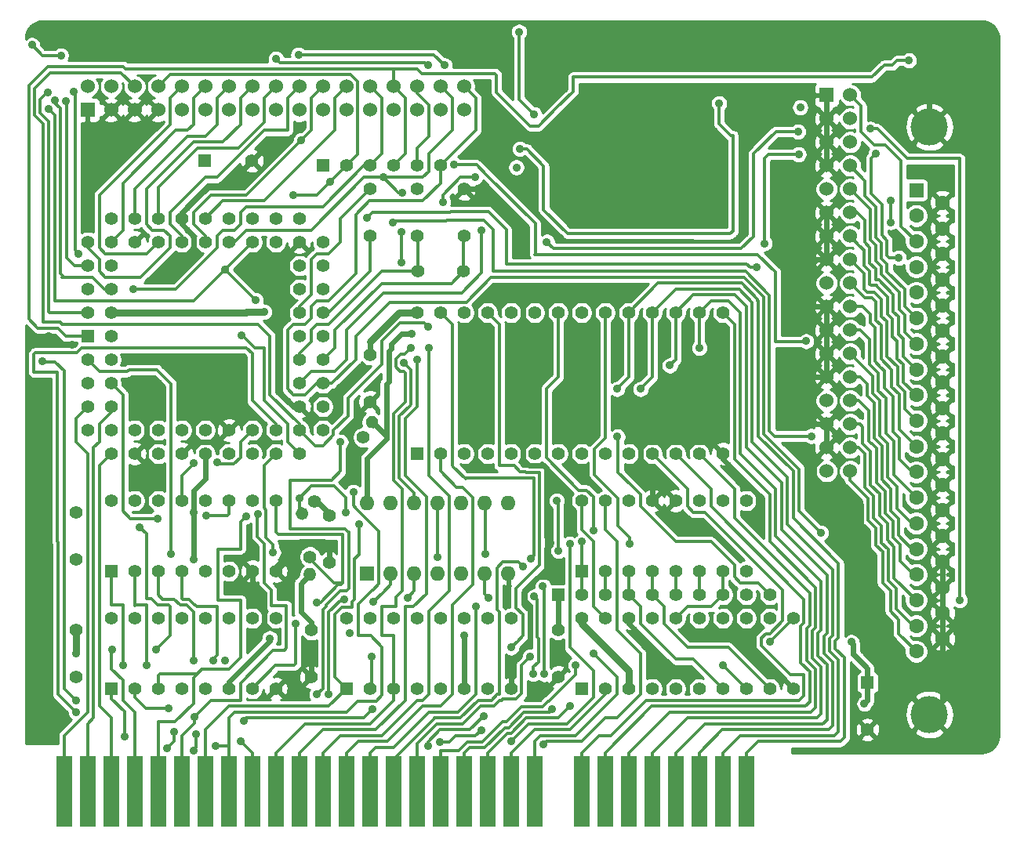
<source format=gtl>
%TF.GenerationSoftware,KiCad,Pcbnew,(5.1.6-0)*%
%TF.CreationDate,2020-08-03T06:06:21-05:00*%
%TF.ProjectId,isa_fdc.kicad_DB37-v3_pcb,6973615f-6664-4632-9e6b-696361645f44,rev?*%
%TF.SameCoordinates,Original*%
%TF.FileFunction,Copper,L1,Top*%
%TF.FilePolarity,Positive*%
%FSLAX46Y46*%
G04 Gerber Fmt 4.6, Leading zero omitted, Abs format (unit mm)*
G04 Created by KiCad (PCBNEW (5.1.6-0)) date 2020-08-03 06:06:21*
%MOMM*%
%LPD*%
G01*
G04 APERTURE LIST*
%TA.AperFunction,ComponentPad*%
%ADD10C,1.400000*%
%TD*%
%TA.AperFunction,ComponentPad*%
%ADD11C,4.000000*%
%TD*%
%TA.AperFunction,ComponentPad*%
%ADD12C,1.600000*%
%TD*%
%TA.AperFunction,ComponentPad*%
%ADD13R,1.600000X1.600000*%
%TD*%
%TA.AperFunction,ComponentPad*%
%ADD14C,1.524000*%
%TD*%
%TA.AperFunction,ComponentPad*%
%ADD15R,1.524000X1.524000*%
%TD*%
%TA.AperFunction,ComponentPad*%
%ADD16O,1.400000X1.400000*%
%TD*%
%TA.AperFunction,ComponentPad*%
%ADD17O,1.600000X1.600000*%
%TD*%
%TA.AperFunction,ComponentPad*%
%ADD18C,1.397000*%
%TD*%
%TA.AperFunction,ComponentPad*%
%ADD19R,1.397000X1.397000*%
%TD*%
%TA.AperFunction,ConnectorPad*%
%ADD20R,1.778000X7.620000*%
%TD*%
%TA.AperFunction,ViaPad*%
%ADD21C,0.889000*%
%TD*%
%TA.AperFunction,Conductor*%
%ADD22C,0.368300*%
%TD*%
%TA.AperFunction,Conductor*%
%ADD23C,0.632460*%
%TD*%
%TA.AperFunction,Conductor*%
%ADD24C,0.762000*%
%TD*%
%TA.AperFunction,Conductor*%
%ADD25C,0.254000*%
%TD*%
G04 APERTURE END LIST*
D10*
%TO.P,R3,1*%
%TO.N,/IDENT*%
X136440000Y-92220000D03*
%TO.P,R3,2*%
%TO.N,VCC*%
%TA.AperFunction,ComponentPad*%
G36*
G01*
X137040000Y-91180770D02*
X137040000Y-91180770D01*
G75*
G02*
X136783782Y-90224552I350000J606218D01*
G01*
X136783782Y-90224552D01*
G75*
G02*
X137740000Y-89968334I606218J-350000D01*
G01*
X137740000Y-89968334D01*
G75*
G02*
X137996218Y-90924552I-350000J-606218D01*
G01*
X137996218Y-90924552D01*
G75*
G02*
X137040000Y-91180770I-606218J350000D01*
G01*
G37*
%TD.AperFunction*%
%TD*%
D11*
%TO.P,P2,0*%
%TO.N,GND*%
X197570000Y-58670000D03*
X197570000Y-122170000D03*
D12*
%TO.P,P2,37*%
X198990000Y-113965000D03*
%TO.P,P2,36*%
X198990000Y-111195000D03*
%TO.P,P2,35*%
X198990000Y-108425000D03*
%TO.P,P2,34*%
X198990000Y-105655000D03*
%TO.P,P2,33*%
X198990000Y-102885000D03*
%TO.P,P2,32*%
X198990000Y-100115000D03*
%TO.P,P2,31*%
X198990000Y-97345000D03*
%TO.P,P2,30*%
X198990000Y-94575000D03*
%TO.P,P2,29*%
X198990000Y-91805000D03*
%TO.P,P2,28*%
X198990000Y-89035000D03*
%TO.P,P2,27*%
X198990000Y-86265000D03*
%TO.P,P2,26*%
X198990000Y-83495000D03*
%TO.P,P2,25*%
X198990000Y-80725000D03*
%TO.P,P2,24*%
X198990000Y-77955000D03*
%TO.P,P2,23*%
X198990000Y-75185000D03*
%TO.P,P2,22*%
X198990000Y-72415000D03*
%TO.P,P2,21*%
X198990000Y-69645000D03*
%TO.P,P2,20*%
X198990000Y-66875000D03*
%TO.P,P2,19*%
%TO.N,/DSKCG*%
X196150000Y-115350000D03*
%TO.P,P2,18*%
%TO.N,/HDSEL*%
X196150000Y-112580000D03*
%TO.P,P2,17*%
%TO.N,/RDATA*%
X196150000Y-109810000D03*
%TO.P,P2,16*%
%TO.N,/WP*%
X196150000Y-107040000D03*
%TO.P,P2,15*%
%TO.N,/TRK00*%
X196150000Y-104270000D03*
%TO.P,P2,14*%
%TO.N,/WE*%
X196150000Y-101500000D03*
%TO.P,P2,13*%
%TO.N,/WDATA*%
X196150000Y-98730000D03*
%TO.P,P2,12*%
%TO.N,/STEP*%
X196150000Y-95960000D03*
%TO.P,P2,11*%
%TO.N,/DIR*%
X196150000Y-93190000D03*
%TO.P,P2,10*%
%TO.N,/ME3*%
X196150000Y-90420000D03*
%TO.P,P2,9*%
%TO.N,/DS2*%
X196150000Y-87650000D03*
%TO.P,P2,8*%
%TO.N,/DS3*%
X196150000Y-84880000D03*
%TO.P,P2,7*%
%TO.N,/ME2*%
X196150000Y-82110000D03*
%TO.P,P2,6*%
%TO.N,/INDEX*%
X196150000Y-79340000D03*
%TO.P,P2,5*%
%TO.N,Net-(P2-Pad5)*%
X196150000Y-76570000D03*
%TO.P,P2,4*%
%TO.N,Net-(P2-Pad4)*%
X196150000Y-73800000D03*
%TO.P,P2,3*%
%TO.N,/DENSL*%
X196150000Y-71030000D03*
%TO.P,P2,2*%
%TO.N,Net-(P2-Pad2)*%
X196150000Y-68260000D03*
D13*
%TO.P,P2,1*%
%TO.N,Net-(P2-Pad1)*%
X196150000Y-65490000D03*
%TD*%
D14*
%TO.P,P3,34*%
%TO.N,/DSKCG*%
X189010000Y-95870000D03*
%TO.P,P3,33*%
%TO.N,Net-(P3-Pad33)*%
X186470000Y-95870000D03*
%TO.P,P3,32*%
%TO.N,/HDSEL*%
X189010000Y-93330000D03*
%TO.P,P3,31*%
%TO.N,GND*%
X186470000Y-93330000D03*
%TO.P,P3,29*%
X186470000Y-90790000D03*
%TO.P,P3,30*%
%TO.N,/RDATA*%
X189010000Y-90790000D03*
%TO.P,P3,27*%
%TO.N,Net-(P3-Pad27)*%
X186470000Y-88250000D03*
%TO.P,P3,28*%
%TO.N,/WP*%
X189010000Y-88250000D03*
%TO.P,P3,26*%
%TO.N,/TRK00*%
X189010000Y-85710000D03*
%TO.P,P3,25*%
%TO.N,GND*%
X186470000Y-85710000D03*
%TO.P,P3,24*%
%TO.N,/WE*%
X189010000Y-83170000D03*
%TO.P,P3,23*%
%TO.N,GND*%
X186470000Y-83170000D03*
%TO.P,P3,22*%
%TO.N,/WDATA*%
X189010000Y-80630000D03*
%TO.P,P3,21*%
%TO.N,GND*%
X186470000Y-80630000D03*
%TO.P,P3,20*%
%TO.N,/STEP*%
X189010000Y-78090000D03*
%TO.P,P3,19*%
%TO.N,GND*%
X186470000Y-78090000D03*
%TO.P,P3,18*%
%TO.N,/DIR*%
X189010000Y-75550000D03*
%TO.P,P3,17*%
%TO.N,Net-(P3-Pad17)*%
X186470000Y-75550000D03*
%TO.P,P3,16*%
%TO.N,/ME3*%
X189010000Y-73010000D03*
%TO.P,P3,15*%
%TO.N,GND*%
X186470000Y-73010000D03*
%TO.P,P3,14*%
%TO.N,/DS2*%
X189010000Y-70470000D03*
%TO.P,P3,13*%
%TO.N,GND*%
X186470000Y-70470000D03*
%TO.P,P3,12*%
%TO.N,/DS3*%
X189010000Y-67930000D03*
%TO.P,P3,11*%
%TO.N,GND*%
X186470000Y-67930000D03*
%TO.P,P3,10*%
%TO.N,/ME2*%
X189010000Y-65390000D03*
%TO.P,P3,9*%
%TO.N,Net-(P3-Pad9)*%
X186470000Y-65390000D03*
%TO.P,P3,8*%
%TO.N,/INDEX*%
X189010000Y-62850000D03*
%TO.P,P3,7*%
%TO.N,GND*%
X186470000Y-62850000D03*
%TO.P,P3,6*%
%TO.N,/DRATE0*%
X189010000Y-60310000D03*
%TO.P,P3,5*%
%TO.N,GND*%
X186470000Y-60310000D03*
%TO.P,P3,4*%
%TO.N,Net-(P3-Pad4)*%
X189010000Y-57770000D03*
%TO.P,P3,3*%
%TO.N,GND*%
X186470000Y-57770000D03*
%TO.P,P3,2*%
%TO.N,/DENSL*%
X189010000Y-55230000D03*
D15*
%TO.P,P3,1*%
%TO.N,GND*%
X186470000Y-55230000D03*
%TD*%
D10*
%TO.P,R2,1*%
%TO.N,/GT3*%
X130690000Y-105120000D03*
D16*
%TO.P,R2,2*%
%TO.N,VCC*%
X130690000Y-107020000D03*
%TD*%
%TO.P,R1,2*%
%TO.N,/GT2*%
%TA.AperFunction,ComponentPad*%
G36*
G01*
X130321472Y-99958528D02*
X130321472Y-99958528D01*
G75*
G02*
X130321472Y-100948478I-494975J-494975D01*
G01*
X130321472Y-100948478D01*
G75*
G02*
X129331522Y-100948478I-494975J494975D01*
G01*
X129331522Y-100948478D01*
G75*
G02*
X129331522Y-99958528I494975J494975D01*
G01*
X129331522Y-99958528D01*
G75*
G02*
X130321472Y-99958528I494975J-494975D01*
G01*
G37*
%TD.AperFunction*%
D10*
%TO.P,R1,1*%
%TO.N,VCC*%
X131170000Y-99110000D03*
%TD*%
D13*
%TO.P,U2,1*%
%TO.N,/GT3*%
X136880000Y-106910000D03*
D17*
%TO.P,U2,8*%
%TO.N,/DRQ2*%
X152120000Y-99290000D03*
%TO.P,U2,2*%
%TO.N,/~DACK3*%
X139420000Y-106910000D03*
%TO.P,U2,9*%
%TO.N,/DRQ*%
X149580000Y-99290000D03*
%TO.P,U2,3*%
%TO.N,/~DACK*%
X141960000Y-106910000D03*
%TO.P,U2,10*%
%TO.N,/GT2*%
X147040000Y-99290000D03*
%TO.P,U2,4*%
%TO.N,/GT3*%
X144500000Y-106910000D03*
%TO.P,U2,11*%
%TO.N,/~DACK*%
X144500000Y-99290000D03*
%TO.P,U2,5*%
%TO.N,/DRQ*%
X147040000Y-106910000D03*
%TO.P,U2,12*%
%TO.N,/~DACK2*%
X141960000Y-99290000D03*
%TO.P,U2,6*%
%TO.N,/DRQ3*%
X149580000Y-106910000D03*
%TO.P,U2,13*%
%TO.N,/GT2*%
X139420000Y-99290000D03*
%TO.P,U2,7*%
%TO.N,GND*%
X152120000Y-106910000D03*
%TO.P,U2,14*%
%TO.N,VCC*%
X136880000Y-99290000D03*
%TD*%
D18*
%TO.P,C2,1*%
%TO.N,VCC*%
X132790000Y-100680000D03*
%TO.P,C2,2*%
%TO.N,GND*%
X132790000Y-105760000D03*
%TD*%
D19*
%TO.P,SW1,1*%
%TO.N,/IRQ3*%
X109220000Y-106680000D03*
D18*
%TO.P,SW1,2*%
%TO.N,/IRQ4*%
X111760000Y-106680000D03*
%TO.P,SW1,3*%
%TO.N,/IRQ5*%
X114300000Y-106680000D03*
%TO.P,SW1,4*%
%TO.N,/IRQ6*%
X116840000Y-106680000D03*
%TO.P,SW1,5*%
%TO.N,/0x370*%
X119380000Y-106680000D03*
%TO.P,SW1,6*%
%TO.N,/0x3F0*%
X121920000Y-106680000D03*
%TO.P,SW1,7*%
%TO.N,GND*%
X124460000Y-106680000D03*
%TO.P,SW1,8*%
X127000000Y-106680000D03*
%TO.P,SW1,9*%
%TO.N,/GT3*%
X127000000Y-99060000D03*
%TO.P,SW1,10*%
%TO.N,/GT2*%
X124460000Y-99060000D03*
%TO.P,SW1,11*%
%TO.N,/~FDC_CS*%
X121920000Y-99060000D03*
%TO.P,SW1,12*%
X119380000Y-99060000D03*
%TO.P,SW1,13*%
%TO.N,/FDC_IRQ*%
X116840000Y-99060000D03*
%TO.P,SW1,14*%
X114300000Y-99060000D03*
%TO.P,SW1,15*%
X111760000Y-99060000D03*
%TO.P,SW1,16*%
X109220000Y-99060000D03*
%TD*%
D20*
%TO.P,BUS1,33*%
%TO.N,/D7*%
X177800000Y-130492500D03*
%TO.P,BUS1,34*%
%TO.N,/D6*%
X175260000Y-130492500D03*
%TO.P,BUS1,35*%
%TO.N,/D5*%
X172720000Y-130492500D03*
%TO.P,BUS1,36*%
%TO.N,/D4*%
X170180000Y-130492500D03*
%TO.P,BUS1,37*%
%TO.N,/D3*%
X167640000Y-130492500D03*
%TO.P,BUS1,38*%
%TO.N,/D2*%
X165100000Y-130492500D03*
%TO.P,BUS1,39*%
%TO.N,/D1*%
X162560000Y-130492500D03*
%TO.P,BUS1,40*%
%TO.N,/D0*%
X160020000Y-130492500D03*
%TO.P,BUS1,42*%
%TO.N,/AEN*%
X154940000Y-130492500D03*
%TO.P,BUS1,43*%
%TO.N,/A19*%
X152400000Y-130492500D03*
%TO.P,BUS1,44*%
%TO.N,/A18*%
X149860000Y-130492500D03*
%TO.P,BUS1,45*%
%TO.N,/A17*%
X147320000Y-130492500D03*
%TO.P,BUS1,46*%
%TO.N,/A16*%
X144780000Y-130492500D03*
%TO.P,BUS1,47*%
%TO.N,/A15*%
X142240000Y-130492500D03*
%TO.P,BUS1,48*%
%TO.N,/A14*%
X139700000Y-130492500D03*
%TO.P,BUS1,49*%
%TO.N,/A13*%
X137160000Y-130492500D03*
%TO.P,BUS1,50*%
%TO.N,/A12*%
X134620000Y-130492500D03*
%TO.P,BUS1,51*%
%TO.N,/A11*%
X132080000Y-130492500D03*
%TO.P,BUS1,52*%
%TO.N,/A10*%
X129540000Y-130492500D03*
%TO.P,BUS1,53*%
%TO.N,/A9*%
X127000000Y-130492500D03*
%TO.P,BUS1,54*%
%TO.N,/A8*%
X124460000Y-130492500D03*
%TO.P,BUS1,55*%
%TO.N,/A7*%
X121920000Y-130492500D03*
%TO.P,BUS1,56*%
%TO.N,/A6*%
X119380000Y-130492500D03*
%TO.P,BUS1,57*%
%TO.N,/A5*%
X116840000Y-130492500D03*
%TO.P,BUS1,58*%
%TO.N,/A4*%
X114300000Y-130492500D03*
%TO.P,BUS1,59*%
%TO.N,/A3*%
X111760000Y-130492500D03*
%TO.P,BUS1,60*%
%TO.N,/A2*%
X109220000Y-130492500D03*
%TO.P,BUS1,61*%
%TO.N,/A1*%
X106680000Y-130492500D03*
%TO.P,BUS1,62*%
%TO.N,/A0*%
X104140000Y-130492500D03*
%TD*%
D18*
%TO.P,C11,2*%
%TO.N,GND*%
X190890000Y-123800000D03*
D19*
%TO.P,C11,1*%
%TO.N,VCC*%
X190890000Y-118720000D03*
%TD*%
%TO.P,C12,1*%
%TO.N,VCC*%
X119350000Y-62340000D03*
D18*
%TO.P,C12,2*%
%TO.N,GND*%
X124430000Y-62340000D03*
%TD*%
D19*
%TO.P,U5,1*%
%TO.N,GND*%
X160020000Y-119380000D03*
D18*
%TO.P,U5,2*%
%TO.N,/A19*%
X162560000Y-119380000D03*
%TO.P,U5,3*%
%TO.N,VCC*%
X165100000Y-119380000D03*
%TO.P,U5,4*%
%TO.N,/A18*%
X167640000Y-119380000D03*
%TO.P,U5,5*%
%TO.N,VCC*%
X170180000Y-119380000D03*
%TO.P,U5,6*%
%TO.N,/A17*%
X172720000Y-119380000D03*
%TO.P,U5,7*%
%TO.N,Net-(RR1-Pad4)*%
X175260000Y-119380000D03*
%TO.P,U5,8*%
%TO.N,/A16*%
X177800000Y-119380000D03*
%TO.P,U5,9*%
%TO.N,Net-(RR1-Pad5)*%
X180340000Y-119380000D03*
%TO.P,U5,10*%
%TO.N,GND*%
X182880000Y-119380000D03*
%TO.P,U5,11*%
%TO.N,/A15*%
X182880000Y-111760000D03*
%TO.P,U5,12*%
%TO.N,Net-(RR1-Pad6)*%
X180340000Y-111760000D03*
%TO.P,U5,13*%
%TO.N,/A14*%
X177800000Y-111760000D03*
%TO.P,U5,14*%
%TO.N,Net-(RR1-Pad7)*%
X175260000Y-111760000D03*
%TO.P,U5,15*%
%TO.N,/A13*%
X172720000Y-111760000D03*
%TO.P,U5,16*%
%TO.N,Net-(RR1-Pad8)*%
X170180000Y-111760000D03*
%TO.P,U5,17*%
%TO.N,GND*%
X167640000Y-111760000D03*
%TO.P,U5,18*%
X165100000Y-111760000D03*
%TO.P,U5,19*%
%TO.N,/~ROM_CS_IN*%
X162560000Y-111760000D03*
%TO.P,U5,20*%
%TO.N,VCC*%
X160020000Y-111760000D03*
%TD*%
D19*
%TO.P,U7,1*%
%TO.N,/A7*%
X109220000Y-119380000D03*
D18*
%TO.P,U7,2*%
%TO.N,/A5*%
X111760000Y-119380000D03*
%TO.P,U7,3*%
%TO.N,/A4*%
X114300000Y-119380000D03*
%TO.P,U7,4*%
%TO.N,/AEN*%
X116840000Y-119380000D03*
%TO.P,U7,5*%
%TO.N,Net-(U6-Pad7)*%
X119380000Y-119380000D03*
%TO.P,U7,6*%
%TO.N,VCC*%
X121920000Y-119380000D03*
%TO.P,U7,7*%
%TO.N,/0x3F0*%
X124460000Y-119380000D03*
%TO.P,U7,8*%
%TO.N,GND*%
X127000000Y-119380000D03*
%TO.P,U7,9*%
%TO.N,/0x370*%
X127000000Y-111760000D03*
%TO.P,U7,10*%
%TO.N,Net-(U7-Pad10)*%
X124460000Y-111760000D03*
%TO.P,U7,11*%
%TO.N,Net-(U7-Pad11)*%
X121920000Y-111760000D03*
%TO.P,U7,12*%
%TO.N,Net-(U7-Pad12)*%
X119380000Y-111760000D03*
%TO.P,U7,13*%
%TO.N,Net-(U7-Pad13)*%
X116840000Y-111760000D03*
%TO.P,U7,14*%
%TO.N,Net-(U7-Pad14)*%
X114300000Y-111760000D03*
%TO.P,U7,15*%
%TO.N,Net-(U7-Pad15)*%
X111760000Y-111760000D03*
%TO.P,U7,16*%
%TO.N,VCC*%
X109220000Y-111760000D03*
%TD*%
D19*
%TO.P,U6,1*%
%TO.N,/A6*%
X134620000Y-119380000D03*
D18*
%TO.P,U6,2*%
%TO.N,/A8*%
X137160000Y-119380000D03*
%TO.P,U6,3*%
%TO.N,/A9*%
X139700000Y-119380000D03*
%TO.P,U6,4*%
%TO.N,GND*%
X142240000Y-119380000D03*
%TO.P,U6,5*%
X144780000Y-119380000D03*
%TO.P,U6,6*%
%TO.N,VCC*%
X147320000Y-119380000D03*
%TO.P,U6,7*%
%TO.N,Net-(U6-Pad7)*%
X149860000Y-119380000D03*
%TO.P,U6,8*%
%TO.N,GND*%
X152400000Y-119380000D03*
%TO.P,U6,9*%
%TO.N,Net-(U6-Pad9)*%
X152400000Y-111760000D03*
%TO.P,U6,10*%
%TO.N,Net-(U6-Pad10)*%
X149860000Y-111760000D03*
%TO.P,U6,11*%
%TO.N,Net-(U6-Pad11)*%
X147320000Y-111760000D03*
%TO.P,U6,12*%
%TO.N,Net-(U6-Pad12)*%
X144780000Y-111760000D03*
%TO.P,U6,13*%
%TO.N,Net-(U6-Pad13)*%
X142240000Y-111760000D03*
%TO.P,U6,14*%
%TO.N,Net-(U6-Pad14)*%
X139700000Y-111760000D03*
%TO.P,U6,15*%
%TO.N,Net-(U6-Pad15)*%
X137160000Y-111760000D03*
%TO.P,U6,16*%
%TO.N,VCC*%
X134620000Y-111760000D03*
%TD*%
D19*
%TO.P,SW2,1*%
%TO.N,/~ROM_CS*%
X160020000Y-106680000D03*
D18*
%TO.P,SW2,2*%
%TO.N,/~ROMW*%
X162560000Y-106680000D03*
%TO.P,SW2,3*%
%TO.N,Net-(RR1-Pad4)*%
X165100000Y-106680000D03*
%TO.P,SW2,4*%
%TO.N,Net-(RR1-Pad5)*%
X167640000Y-106680000D03*
%TO.P,SW2,5*%
%TO.N,Net-(RR1-Pad6)*%
X170180000Y-106680000D03*
%TO.P,SW2,6*%
%TO.N,Net-(RR1-Pad7)*%
X172720000Y-106680000D03*
%TO.P,SW2,7*%
%TO.N,Net-(RR1-Pad8)*%
X175260000Y-106680000D03*
%TO.P,SW2,8*%
%TO.N,Net-(SW2-Pad8)*%
X177800000Y-106680000D03*
%TO.P,SW2,9*%
%TO.N,Net-(SW2-Pad9)*%
X177800000Y-99060000D03*
%TO.P,SW2,10*%
%TO.N,GND*%
X175260000Y-99060000D03*
%TO.P,SW2,11*%
X172720000Y-99060000D03*
%TO.P,SW2,12*%
X170180000Y-99060000D03*
%TO.P,SW2,13*%
X167640000Y-99060000D03*
%TO.P,SW2,14*%
X165100000Y-99060000D03*
%TO.P,SW2,15*%
%TO.N,/~MEMW*%
X162560000Y-99060000D03*
%TO.P,SW2,16*%
%TO.N,/~ROM_CS_IN*%
X160020000Y-99060000D03*
%TD*%
%TO.P,C1,1*%
%TO.N,VCC*%
X105410000Y-100330000D03*
%TO.P,C1,2*%
%TO.N,GND*%
X105410000Y-105410000D03*
%TD*%
%TO.P,C7,1*%
%TO.N,VCC*%
X105410000Y-113030000D03*
%TO.P,C7,2*%
%TO.N,GND*%
X105410000Y-118110000D03*
%TD*%
%TO.P,C6,1*%
%TO.N,VCC*%
X130810000Y-113030000D03*
%TO.P,C6,2*%
%TO.N,GND*%
X130810000Y-118110000D03*
%TD*%
%TO.P,C5,1*%
%TO.N,VCC*%
X157470000Y-113020000D03*
%TO.P,C5,2*%
%TO.N,GND*%
X157470000Y-118100000D03*
%TD*%
%TO.P,C4,1*%
%TO.N,VCC*%
X137170000Y-83310000D03*
%TO.P,C4,2*%
%TO.N,GND*%
X137170000Y-88390000D03*
%TD*%
%TO.P,C16,1*%
%TO.N,Net-(C16-Pad1)*%
X142240000Y-70485000D03*
%TO.P,C16,2*%
%TO.N,GND*%
X142240000Y-65405000D03*
%TD*%
%TO.P,C15,1*%
%TO.N,Net-(C15-Pad1)*%
X147320000Y-70485000D03*
%TO.P,C15,2*%
%TO.N,GND*%
X147320000Y-65405000D03*
%TD*%
D19*
%TO.P,U4,1*%
%TO.N,/RDY/~BUSY*%
X142240000Y-93980000D03*
D18*
%TO.P,U4,2*%
%TO.N,/A12*%
X144780000Y-93980000D03*
%TO.P,U4,3*%
%TO.N,/A7*%
X147320000Y-93980000D03*
%TO.P,U4,4*%
%TO.N,/A6*%
X149860000Y-93980000D03*
%TO.P,U4,5*%
%TO.N,/A5*%
X152400000Y-93980000D03*
%TO.P,U4,6*%
%TO.N,/A4*%
X154940000Y-93980000D03*
%TO.P,U4,7*%
%TO.N,/A3*%
X157480000Y-93980000D03*
%TO.P,U4,8*%
%TO.N,/A2*%
X160020000Y-93980000D03*
%TO.P,U4,9*%
%TO.N,/A1*%
X162560000Y-93980000D03*
%TO.P,U4,10*%
%TO.N,/A0*%
X165100000Y-93980000D03*
%TO.P,U4,11*%
%TO.N,/D0*%
X167640000Y-93980000D03*
%TO.P,U4,12*%
%TO.N,/D1*%
X170180000Y-93980000D03*
%TO.P,U4,13*%
%TO.N,/D2*%
X172720000Y-93980000D03*
%TO.P,U4,14*%
%TO.N,GND*%
X175260000Y-93980000D03*
%TO.P,U4,15*%
%TO.N,/D3*%
X175260000Y-78740000D03*
%TO.P,U4,16*%
%TO.N,/D4*%
X172720000Y-78740000D03*
%TO.P,U4,17*%
%TO.N,/D5*%
X170180000Y-78740000D03*
%TO.P,U4,18*%
%TO.N,/D6*%
X167640000Y-78740000D03*
%TO.P,U4,19*%
%TO.N,/D7*%
X165100000Y-78740000D03*
%TO.P,U4,20*%
%TO.N,/~ROM_CS*%
X162560000Y-78740000D03*
%TO.P,U4,21*%
%TO.N,/A10*%
X160020000Y-78740000D03*
%TO.P,U4,22*%
%TO.N,/~MEMR*%
X157480000Y-78740000D03*
%TO.P,U4,23*%
%TO.N,/A11*%
X154940000Y-78740000D03*
%TO.P,U4,24*%
%TO.N,/A9*%
X152400000Y-78740000D03*
%TO.P,U4,25*%
%TO.N,/A8*%
X149860000Y-78740000D03*
%TO.P,U4,26*%
%TO.N,Net-(U4-Pad26)*%
X147320000Y-78740000D03*
%TO.P,U4,27*%
%TO.N,/~ROMW*%
X144780000Y-78740000D03*
%TO.P,U4,28*%
%TO.N,VCC*%
X142240000Y-78740000D03*
%TD*%
%TO.P,C17,1*%
%TO.N,Net-(C17-Pad1)*%
X137160000Y-65405000D03*
%TO.P,C17,2*%
%TO.N,Net-(C17-Pad2)*%
X137160000Y-70485000D03*
%TD*%
D19*
%TO.P,U1,1*%
%TO.N,/WP*%
X106680000Y-81280000D03*
D18*
%TO.P,U1,2*%
%TO.N,/TRK00*%
X109220000Y-81280000D03*
%TO.P,U1,3*%
%TO.N,/~DACK*%
X106680000Y-83820000D03*
%TO.P,U1,4*%
%TO.N,/~IOR*%
X109220000Y-83820000D03*
%TO.P,U1,5*%
%TO.N,/~IOW*%
X106680000Y-86360000D03*
%TO.P,U1,6*%
%TO.N,/~FDC_CS*%
X109220000Y-86360000D03*
%TO.P,U1,7*%
%TO.N,/A0*%
X106680000Y-88900000D03*
%TO.P,U1,8*%
%TO.N,/A1*%
X109220000Y-88900000D03*
%TO.P,U1,9*%
%TO.N,GND*%
X106680000Y-91440000D03*
%TO.P,U1,10*%
%TO.N,/A2*%
X109220000Y-93980000D03*
%TO.P,U1,11*%
%TO.N,/D0*%
X109220000Y-91440000D03*
%TO.P,U1,12*%
%TO.N,GND*%
X111760000Y-93980000D03*
%TO.P,U1,13*%
%TO.N,/D1*%
X111760000Y-91440000D03*
%TO.P,U1,14*%
%TO.N,/D2*%
X114300000Y-93980000D03*
%TO.P,U1,15*%
%TO.N,/D3*%
X114300000Y-91440000D03*
%TO.P,U1,16*%
%TO.N,GND*%
X116840000Y-93980000D03*
%TO.P,U1,17*%
%TO.N,/D4*%
X116840000Y-91440000D03*
%TO.P,U1,18*%
%TO.N,VCC*%
X119380000Y-93980000D03*
%TO.P,U1,19*%
%TO.N,/D5*%
X119380000Y-91440000D03*
%TO.P,U1,20*%
%TO.N,/D6*%
X121920000Y-93980000D03*
%TO.P,U1,21*%
%TO.N,GND*%
X121920000Y-91440000D03*
%TO.P,U1,22*%
%TO.N,/D7*%
X124460000Y-93980000D03*
%TO.P,U1,23*%
%TO.N,/FDC_IRQ*%
X124460000Y-91440000D03*
%TO.P,U1,24*%
%TO.N,/DRQ*%
X127000000Y-93980000D03*
%TO.P,U1,25*%
%TO.N,/TC*%
X127000000Y-91440000D03*
%TO.P,U1,26*%
%TO.N,/INDEX*%
X129540000Y-93980000D03*
%TO.P,U1,27*%
%TO.N,/IDENT*%
X132080000Y-91440000D03*
%TO.P,U1,28*%
%TO.N,/DRATE0*%
X129540000Y-91440000D03*
%TO.P,U1,29*%
%TO.N,Net-(U1-Pad29)*%
X132080000Y-88900000D03*
%TO.P,U1,30*%
%TO.N,GND*%
X129540000Y-88900000D03*
%TO.P,U1,31*%
%TO.N,/DSKCG*%
X132080000Y-86360000D03*
%TO.P,U1,32*%
%TO.N,/RESETDRV*%
X129540000Y-86360000D03*
%TO.P,U1,33*%
%TO.N,Net-(C15-Pad1)*%
X132080000Y-83820000D03*
%TO.P,U1,34*%
%TO.N,Net-(C16-Pad1)*%
X129540000Y-83820000D03*
%TO.P,U1,35*%
%TO.N,GND*%
X132080000Y-81280000D03*
%TO.P,U1,36*%
X129540000Y-81280000D03*
%TO.P,U1,37*%
%TO.N,Net-(C17-Pad2)*%
X132080000Y-78740000D03*
%TO.P,U1,38*%
%TO.N,Net-(C17-Pad1)*%
X129540000Y-78740000D03*
%TO.P,U1,39*%
%TO.N,VCC*%
X132080000Y-76200000D03*
%TO.P,U1,40*%
X129540000Y-76200000D03*
%TO.P,U1,41*%
%TO.N,/RDATA*%
X132080000Y-73660000D03*
%TO.P,U1,42*%
%TO.N,Net-(U1-Pad42)*%
X129540000Y-73660000D03*
%TO.P,U1,43*%
%TO.N,Net-(U1-Pad43)*%
X132080000Y-71120000D03*
%TO.P,U1,44*%
%TO.N,Net-(U1-Pad44)*%
X129540000Y-68580000D03*
%TO.P,U1,45*%
%TO.N,GND*%
X129540000Y-71120000D03*
%TO.P,U1,46*%
%TO.N,VCC*%
X127000000Y-68580000D03*
%TO.P,U1,47*%
%TO.N,Net-(U1-Pad47)*%
X127000000Y-71120000D03*
%TO.P,U1,48*%
%TO.N,Net-(U1-Pad48)*%
X124460000Y-68580000D03*
%TO.P,U1,49*%
%TO.N,/DENSL*%
X124460000Y-71120000D03*
%TO.P,U1,50*%
%TO.N,GND*%
X121920000Y-68580000D03*
%TO.P,U1,51*%
%TO.N,/HDSEL*%
X121920000Y-71120000D03*
%TO.P,U1,52*%
%TO.N,/WE*%
X119380000Y-68580000D03*
%TO.P,U1,53*%
%TO.N,/WDATA*%
X119380000Y-71120000D03*
%TO.P,U1,54*%
%TO.N,GND*%
X116840000Y-68580000D03*
%TO.P,U1,55*%
%TO.N,/STEP*%
X116840000Y-71120000D03*
%TO.P,U1,56*%
%TO.N,/DIR*%
X114300000Y-68580000D03*
%TO.P,U1,57*%
%TO.N,/MEA*%
X114300000Y-71120000D03*
%TO.P,U1,58*%
%TO.N,/DSA*%
X111760000Y-68580000D03*
%TO.P,U1,59*%
%TO.N,GND*%
X111760000Y-71120000D03*
%TO.P,U1,60*%
%TO.N,VCC*%
X109220000Y-68580000D03*
%TO.P,U1,61*%
%TO.N,/MEB*%
X106680000Y-71120000D03*
%TO.P,U1,62*%
%TO.N,/DSB*%
X109220000Y-71120000D03*
%TO.P,U1,63*%
%TO.N,/ME2*%
X106680000Y-73660000D03*
%TO.P,U1,64*%
%TO.N,/DS2*%
X109220000Y-73660000D03*
%TO.P,U1,65*%
%TO.N,GND*%
X106680000Y-76200000D03*
%TO.P,U1,66*%
%TO.N,/ME3*%
X109220000Y-76200000D03*
%TO.P,U1,67*%
%TO.N,/DS3*%
X106680000Y-78740000D03*
%TO.P,U1,68*%
%TO.N,VCC*%
X109220000Y-78740000D03*
%TD*%
D15*
%TO.P,P1,1*%
%TO.N,GND*%
X106670000Y-56840000D03*
D14*
%TO.P,P1,2*%
%TO.N,/DENSL*%
X106670000Y-54300000D03*
%TO.P,P1,3*%
%TO.N,GND*%
X109210000Y-56840000D03*
%TO.P,P1,4*%
%TO.N,Net-(P1-Pad4)*%
X109210000Y-54300000D03*
%TO.P,P1,5*%
%TO.N,GND*%
X111750000Y-56840000D03*
%TO.P,P1,6*%
%TO.N,/DRATE0*%
X111750000Y-54300000D03*
%TO.P,P1,7*%
%TO.N,GND*%
X114290000Y-56840000D03*
%TO.P,P1,8*%
%TO.N,/INDEX*%
X114290000Y-54300000D03*
%TO.P,P1,9*%
%TO.N,Net-(P1-Pad9)*%
X116830000Y-56840000D03*
%TO.P,P1,10*%
%TO.N,/MEA*%
X116830000Y-54300000D03*
%TO.P,P1,11*%
%TO.N,GND*%
X119370000Y-56840000D03*
%TO.P,P1,12*%
%TO.N,/DSB*%
X119370000Y-54300000D03*
%TO.P,P1,13*%
%TO.N,GND*%
X121910000Y-56840000D03*
%TO.P,P1,14*%
%TO.N,/DSA*%
X121910000Y-54300000D03*
%TO.P,P1,15*%
%TO.N,GND*%
X124450000Y-56840000D03*
%TO.P,P1,16*%
%TO.N,/MEB*%
X124450000Y-54300000D03*
%TO.P,P1,17*%
%TO.N,Net-(P1-Pad17)*%
X126990000Y-56840000D03*
%TO.P,P1,18*%
%TO.N,/DIR*%
X126990000Y-54300000D03*
%TO.P,P1,19*%
%TO.N,GND*%
X129530000Y-56840000D03*
%TO.P,P1,20*%
%TO.N,/STEP*%
X129530000Y-54300000D03*
%TO.P,P1,21*%
%TO.N,GND*%
X132070000Y-56840000D03*
%TO.P,P1,22*%
%TO.N,/WDATA*%
X132070000Y-54300000D03*
%TO.P,P1,23*%
%TO.N,GND*%
X134610000Y-56840000D03*
%TO.P,P1,24*%
%TO.N,/WE*%
X134610000Y-54300000D03*
%TO.P,P1,25*%
%TO.N,GND*%
X137150000Y-56840000D03*
%TO.P,P1,26*%
%TO.N,/TRK00*%
X137150000Y-54300000D03*
%TO.P,P1,28*%
%TO.N,/WP*%
X139690000Y-54300000D03*
%TO.P,P1,27*%
%TO.N,Net-(P1-Pad27)*%
X139690000Y-56840000D03*
%TO.P,P1,30*%
%TO.N,/RDATA*%
X142230000Y-54300000D03*
%TO.P,P1,29*%
%TO.N,GND*%
X142230000Y-56840000D03*
%TO.P,P1,31*%
X144770000Y-56840000D03*
%TO.P,P1,32*%
%TO.N,/HDSEL*%
X144770000Y-54300000D03*
%TO.P,P1,33*%
%TO.N,Net-(P1-Pad33)*%
X147310000Y-56840000D03*
%TO.P,P1,34*%
%TO.N,/DSKCG*%
X147310000Y-54300000D03*
%TD*%
D19*
%TO.P,RR1,1*%
%TO.N,VCC*%
X157480000Y-109220000D03*
D18*
%TO.P,RR1,2*%
%TO.N,/~ROM_CS*%
X160020000Y-109220000D03*
%TO.P,RR1,3*%
%TO.N,/~ROMW*%
X162560000Y-109220000D03*
%TO.P,RR1,4*%
%TO.N,Net-(RR1-Pad4)*%
X165100000Y-109220000D03*
%TO.P,RR1,5*%
%TO.N,Net-(RR1-Pad5)*%
X167640000Y-109220000D03*
%TO.P,RR1,6*%
%TO.N,Net-(RR1-Pad6)*%
X170180000Y-109220000D03*
%TO.P,RR1,7*%
%TO.N,Net-(RR1-Pad7)*%
X172720000Y-109220000D03*
%TO.P,RR1,8*%
%TO.N,Net-(RR1-Pad8)*%
X175260000Y-109220000D03*
%TO.P,RR1,9*%
%TO.N,Net-(RR1-Pad9)*%
X177800000Y-109220000D03*
%TO.P,RR1,10*%
%TO.N,/RDY/~BUSY*%
X180340000Y-109220000D03*
%TD*%
%TO.P,RR2,6*%
%TO.N,/DSKCG*%
X144780000Y-62865000D03*
%TO.P,RR2,5*%
%TO.N,/RDATA*%
X142240000Y-62865000D03*
%TO.P,RR2,4*%
%TO.N,/WP*%
X139700000Y-62865000D03*
%TO.P,RR2,3*%
%TO.N,/TRK00*%
X137160000Y-62865000D03*
%TO.P,RR2,2*%
%TO.N,/INDEX*%
X134620000Y-62865000D03*
D19*
%TO.P,RR2,1*%
%TO.N,VCC*%
X132080000Y-62865000D03*
%TD*%
D18*
%TO.P,X1,1*%
%TO.N,Net-(C15-Pad1)*%
X147220940Y-74295000D03*
%TO.P,X1,2*%
%TO.N,Net-(C16-Pad1)*%
X142339060Y-74295000D03*
%TD*%
D21*
%TO.N,/A10*%
X142240000Y-83820000D03*
%TO.N,/A11*%
X143510000Y-82550000D03*
%TO.N,/A13*%
X148590000Y-110490000D03*
%TO.N,/A14*%
X153700000Y-106170000D03*
%TO.N,/A15*%
X154460000Y-115920000D03*
X180340000Y-114300000D03*
%TO.N,/A16*%
X159385000Y-116840000D03*
X175260000Y-116840000D03*
%TO.N,/A17*%
X156845000Y-121602500D03*
%TO.N,/A18*%
X158750000Y-121285000D03*
%TO.N,/A3*%
X114080000Y-115150000D03*
X109300000Y-115120000D03*
X112310000Y-101910000D03*
%TO.N,/A4*%
X123790000Y-100730000D03*
%TO.N,/A5*%
X125070000Y-100470000D03*
X118200000Y-122410000D03*
X115456086Y-121523914D03*
%TO.N,/A6*%
X135970000Y-101600000D03*
%TO.N,/A7*%
X118100000Y-126070000D03*
X116000000Y-124050000D03*
X115220000Y-125840000D03*
X118420000Y-124310000D03*
X135360000Y-98120000D03*
X110640000Y-124520000D03*
X120470000Y-125560000D03*
%TO.N,/A8*%
X152400000Y-114935000D03*
X123190000Y-125095000D03*
X137322500Y-115887500D03*
%TO.N,/A9*%
X141605000Y-82550000D03*
%TO.N,/AEN*%
X161290000Y-115570000D03*
%TO.N,/D4*%
X172720000Y-82550000D03*
%TO.N,/D5*%
X169545000Y-84455000D03*
%TO.N,/D6*%
X166370000Y-86995000D03*
%TO.N,/D7*%
X163830000Y-86995000D03*
%TO.N,/DENSL*%
X102500000Y-56750000D03*
X183630000Y-56560000D03*
X121505000Y-74075000D03*
X124810000Y-77380000D03*
X174874499Y-56115501D03*
X153353622Y-61053622D03*
%TO.N,/DIR*%
X127000000Y-51310000D03*
X143412831Y-52017340D03*
%TO.N,/DRQ2*%
X157520000Y-104470000D03*
X157320000Y-99070000D03*
%TO.N,/DSKCG*%
X185875000Y-102545000D03*
%TO.N,/HDSEL*%
X184810000Y-92080000D03*
X139650000Y-69000000D03*
X140670000Y-65780000D03*
X138575000Y-64135000D03*
%TO.N,/INDEX*%
X178880000Y-73860000D03*
X123270000Y-81230000D03*
X128905000Y-66040000D03*
X132882500Y-64602500D03*
X136880000Y-68520000D03*
X183450151Y-61649849D03*
X179760000Y-71260000D03*
%TO.N,/IRQ3*%
X110490000Y-116840000D03*
%TO.N,/IRQ4*%
X113030000Y-116840000D03*
%TO.N,/IRQ5*%
X118110000Y-116350000D03*
%TO.N,/IRQ6*%
X120270000Y-116350000D03*
%TO.N,/IRQ7*%
X121520000Y-116300000D03*
%TO.N,/RDATA*%
X191180000Y-58880000D03*
X200850000Y-109800000D03*
%TO.N,/RDY/~BUSY*%
X163880000Y-92140000D03*
%TO.N,/RESETDRV*%
X149225000Y-69850000D03*
%TO.N,/STEP*%
X129432361Y-50867314D03*
X145203627Y-52017340D03*
%TO.N,/TC*%
X105410000Y-121920000D03*
%TO.N,/TRK00*%
X191810000Y-61540000D03*
X111590000Y-76200000D03*
X194260000Y-72820000D03*
%TO.N,/WDATA*%
X146260000Y-62770000D03*
X129747500Y-60117500D03*
X184260151Y-81830151D03*
%TO.N,/WP*%
X195360000Y-51500000D03*
%TO.N,/~DACK2*%
X103790000Y-50950000D03*
X154910000Y-57320000D03*
X153270000Y-48400000D03*
X101780000Y-84030000D03*
X105410000Y-120650000D03*
X140850000Y-84180000D03*
X140530000Y-73340000D03*
X140530000Y-70030000D03*
X145040000Y-66800000D03*
X148510000Y-64090000D03*
X100665000Y-49825000D03*
%TO.N,/~FDC_CS*%
X114200000Y-100980000D03*
X119480000Y-100670000D03*
%TO.N,/~IOR*%
X131445000Y-120015000D03*
X133985000Y-92710000D03*
%TO.N,/~IOW*%
X132715000Y-120015000D03*
X134380000Y-109700000D03*
%TO.N,/~MEMR*%
X152400000Y-125095000D03*
X158740000Y-103730000D03*
X161340000Y-102270000D03*
%TO.N,/~MEMW*%
X155892500Y-125412500D03*
%TO.N,/~ROMW*%
X154520000Y-105350000D03*
%TO.N,/~ROM_CS*%
X165220000Y-103700000D03*
X160020000Y-103505000D03*
%TO.N,GND*%
X124250000Y-114620000D03*
X191870000Y-125140000D03*
X190500000Y-125730000D03*
X102870000Y-124460000D03*
X151080000Y-60005000D03*
X102470000Y-49910000D03*
X153670000Y-77470000D03*
X152390000Y-58670000D03*
X153670000Y-85725000D03*
X154940000Y-85725000D03*
X130810000Y-114935000D03*
X121920000Y-86677500D03*
X189550000Y-110690000D03*
X167640000Y-116840000D03*
X103930000Y-48450000D03*
X179070000Y-100330000D03*
X190510000Y-111850000D03*
X114300000Y-86360000D03*
X153670000Y-72390000D03*
X199400000Y-49660000D03*
X152400000Y-85725000D03*
X124460000Y-74930000D03*
X201670000Y-49680000D03*
X149810000Y-58735000D03*
X116840000Y-73660000D03*
X127317500Y-81280000D03*
X102500000Y-81290000D03*
X197280000Y-49630000D03*
X123507500Y-85090000D03*
X104970000Y-82190000D03*
X156620000Y-103590000D03*
X190840000Y-115360000D03*
%TO.N,VCC*%
X141660000Y-80990000D03*
X126340000Y-113920000D03*
X105410000Y-115570000D03*
X147320000Y-113665000D03*
X125760000Y-78640000D03*
X118110000Y-100330000D03*
X118110000Y-105410000D03*
X134935000Y-113345000D03*
X152970000Y-63040000D03*
X190560000Y-121000000D03*
X189140000Y-114340000D03*
%TO.N,/DRATE0*%
X143470000Y-80290000D03*
X156260000Y-71090000D03*
X183385000Y-59175000D03*
%TO.N,/ME2*%
X104296109Y-55865517D03*
%TO.N,/DS3*%
X102360000Y-54910000D03*
%TO.N,/DS2*%
X105690000Y-72370000D03*
X105169407Y-54847075D03*
%TO.N,/ME3*%
X193410000Y-66650000D03*
X193410000Y-68970000D03*
X103155449Y-55792231D03*
%TO.N,/0x3F0*%
X129130000Y-112330000D03*
%TO.N,/FDC_IRQ*%
X118090000Y-95000000D03*
X120640000Y-94940000D03*
%TO.N,Net-(U6-Pad7)*%
X123507500Y-122872500D03*
X137425000Y-121600000D03*
%TO.N,/~DACK3*%
X144690000Y-125130000D03*
X149190000Y-123830000D03*
X155990000Y-117810000D03*
X155830000Y-108250000D03*
X137540000Y-110010000D03*
%TO.N,/DRQ3*%
X143410000Y-125550000D03*
X149420000Y-122320000D03*
X154800000Y-117790000D03*
X154910000Y-109430000D03*
X149970000Y-109540000D03*
%TO.N,/DRQ*%
X149660000Y-104810000D03*
X126710000Y-104640000D03*
%TO.N,/~DACK*%
X115680000Y-104780000D03*
X141230000Y-109520000D03*
X144440000Y-105180000D03*
%TO.N,/GT2*%
X134530000Y-100340000D03*
X129530000Y-98770000D03*
%TO.N,/GT3*%
X131450000Y-110040000D03*
%TD*%
D22*
%TO.N,/A0*%
X105410000Y-92710000D02*
X105410000Y-90170000D01*
X104140000Y-130492500D02*
X104140000Y-124460000D01*
X104140000Y-124460000D02*
X106680000Y-121920000D01*
X106680000Y-121920000D02*
X106680000Y-93980000D01*
X105410000Y-90170000D02*
X106680000Y-88900000D01*
X106680000Y-93980000D02*
X105410000Y-92710000D01*
%TO.N,/A1*%
X107315000Y-93345000D02*
X107315000Y-122555000D01*
X109220000Y-89535000D02*
X107950000Y-90805000D01*
X106680000Y-123190000D02*
X107315000Y-122555000D01*
X106680000Y-130492500D02*
X106680000Y-123190000D01*
X109220000Y-88900000D02*
X109220000Y-89535000D01*
X107950000Y-92710000D02*
X107950000Y-90805000D01*
X107315000Y-93345000D02*
X107950000Y-92710000D01*
%TO.N,/A10*%
X137795000Y-123825000D02*
X132080000Y-123825000D01*
X140970000Y-110490000D02*
X140970000Y-120650000D01*
X141866324Y-110490000D02*
X140970000Y-110490000D01*
X132080000Y-123825000D02*
X129540000Y-126365000D01*
X140970000Y-120650000D02*
X137795000Y-123825000D01*
X142240000Y-88900000D02*
X140970000Y-90170000D01*
X129540000Y-126365000D02*
X129540000Y-130492500D01*
X142240000Y-83820000D02*
X142240000Y-88900000D01*
X143261849Y-109094475D02*
X141866324Y-110490000D01*
X143261849Y-98651849D02*
X143261849Y-109094475D01*
X140970000Y-96360000D02*
X143261849Y-98651849D01*
X140970000Y-90170000D02*
X140970000Y-96360000D01*
%TO.N,/A11*%
X143510000Y-96320000D02*
X143510000Y-82550000D01*
X145738151Y-105171827D02*
X145738151Y-105641849D01*
X144310000Y-97120000D02*
X145738151Y-98548151D01*
X143510000Y-96320000D02*
X144310000Y-97120000D01*
X145738151Y-98548151D02*
X145738151Y-105641849D01*
X144310000Y-97120000D02*
X145028151Y-97838151D01*
X132080000Y-126359920D02*
X132080000Y-130492500D01*
X138427460Y-124457460D02*
X134622540Y-124457460D01*
X133985000Y-124454920D02*
X132080000Y-126359920D01*
X143510000Y-111030000D02*
X143510000Y-120015000D01*
X142875000Y-120650000D02*
X142234920Y-120650000D01*
X134622540Y-124454920D02*
X133985000Y-124454920D01*
X145738151Y-108801849D02*
X143510000Y-111030000D01*
X143510000Y-120015000D02*
X142875000Y-120650000D01*
X134622540Y-124457460D02*
X134622540Y-124454920D01*
X142234920Y-120650000D02*
X138427460Y-124457460D01*
X145738151Y-105641849D02*
X145738151Y-108801849D01*
%TO.N,/A12*%
X134620000Y-126365000D02*
X134620000Y-130492500D01*
X144780000Y-121285000D02*
X142869920Y-121285000D01*
X146050000Y-120015000D02*
X144780000Y-121285000D01*
X146050000Y-110350000D02*
X146050000Y-120015000D01*
X135892540Y-125092460D02*
X134620000Y-126365000D01*
X148278151Y-108121849D02*
X146050000Y-110350000D01*
X139062460Y-125092460D02*
X135892540Y-125092460D01*
X144827464Y-95885000D02*
X146526232Y-97583768D01*
X147166232Y-97583768D02*
X148278151Y-98695687D01*
X148278151Y-98695687D02*
X148278151Y-108121849D01*
X146526232Y-97583768D02*
X147166232Y-97583768D01*
X144780000Y-93980000D02*
X144780000Y-95885000D01*
X144780000Y-95885000D02*
X144827464Y-95885000D01*
X142869920Y-121285000D02*
X139062460Y-125092460D01*
%TO.N,/A13*%
X137795000Y-125730000D02*
X139700000Y-125730000D01*
X143510000Y-121920000D02*
X146685000Y-121920000D01*
X143504920Y-121925080D02*
X143510000Y-121925080D01*
X148590000Y-110490000D02*
X148590000Y-120015000D01*
X137160000Y-126365000D02*
X137795000Y-125730000D01*
X139700000Y-125730000D02*
X143504920Y-121925080D01*
X146685000Y-121920000D02*
X148590000Y-120015000D01*
X137160000Y-130492500D02*
X137160000Y-126365000D01*
X143510000Y-121925080D02*
X143510000Y-121920000D01*
%TO.N,/A14*%
X144147540Y-122560080D02*
X144147540Y-122552460D01*
X139700000Y-130492500D02*
X139700000Y-127007620D01*
X139700000Y-127007620D02*
X144147540Y-122560080D01*
X144147540Y-122552460D02*
X144145000Y-122555000D01*
X146932618Y-122552460D02*
X144147540Y-122552460D01*
X148847768Y-120637310D02*
X146932618Y-122552460D01*
X151130000Y-120015000D02*
X150907244Y-120015000D01*
X150907244Y-120015000D02*
X150284934Y-120637310D01*
X150284934Y-120637310D02*
X148847768Y-120637310D01*
X150881849Y-106315687D02*
X150881849Y-110851849D01*
X150881849Y-110851849D02*
X151130000Y-111100000D01*
X151525687Y-105671849D02*
X150881849Y-106315687D01*
X153201849Y-105671849D02*
X151525687Y-105671849D01*
X153700000Y-106170000D02*
X153201849Y-105671849D01*
X151130000Y-112020000D02*
X151130000Y-120015000D01*
X151130000Y-111100000D02*
X151130000Y-112020000D01*
X151130000Y-111120000D02*
X151130000Y-112020000D01*
%TO.N,/A15*%
X182880000Y-111760000D02*
X180340000Y-114300000D01*
X153536651Y-116843349D02*
X154460000Y-115920000D01*
X153536651Y-119925593D02*
X153536651Y-116843349D01*
X151508427Y-120516651D02*
X152945593Y-120516651D01*
X152945593Y-120516651D02*
X153536651Y-119925593D01*
X142240000Y-125347698D02*
X144410388Y-123177310D01*
X149105536Y-121259620D02*
X150542703Y-121259620D01*
X151387769Y-120637310D02*
X151508427Y-120516651D01*
X144410388Y-123177310D02*
X147187846Y-123177310D01*
X151165013Y-120637310D02*
X151387769Y-120637310D01*
X142240000Y-130492500D02*
X142240000Y-125347698D01*
X150542703Y-121259620D02*
X151165013Y-120637310D01*
X147187846Y-123177310D02*
X149105536Y-121259620D01*
%TO.N,/A16*%
X177800000Y-119380000D02*
X175260000Y-116840000D01*
X159385000Y-117825000D02*
X159385000Y-116840000D01*
X156490151Y-120719849D02*
X159385000Y-117825000D01*
X144780000Y-130492500D02*
X144780000Y-126120000D01*
X146724921Y-126080000D02*
X147697231Y-125107690D01*
X156421327Y-120719849D02*
X156490151Y-120719849D01*
X155835876Y-121305300D02*
X156421327Y-120719849D01*
X149320829Y-125107690D02*
X151460789Y-122967729D01*
X153549465Y-121305300D02*
X155835876Y-121305300D01*
X151887037Y-122967729D02*
X153549465Y-121305300D01*
X147697231Y-125107690D02*
X149320829Y-125107690D01*
X151460789Y-122967729D02*
X151887037Y-122967729D01*
X144820000Y-126080000D02*
X146724921Y-126080000D01*
X144780000Y-126120000D02*
X144820000Y-126080000D01*
%TO.N,/A17*%
X156527500Y-121920000D02*
X156845000Y-121602500D01*
X156540191Y-121907309D02*
X156845000Y-121602500D01*
X147320000Y-126365000D02*
X147955000Y-125730000D01*
X147955000Y-125730000D02*
X149578597Y-125730000D01*
X147320000Y-130492500D02*
X147320000Y-126365000D01*
X156592390Y-121927610D02*
X153807234Y-121927610D01*
X156845000Y-121675000D02*
X156592390Y-121927610D01*
X156845000Y-121602500D02*
X156845000Y-121675000D01*
X151718558Y-123590039D02*
X149578597Y-125730000D01*
X153807234Y-121927610D02*
X152144805Y-123590039D01*
X152144805Y-123590039D02*
X151718558Y-123590039D01*
%TO.N,/A18*%
X149860000Y-130492500D02*
X149860000Y-126365000D01*
X154305000Y-122549920D02*
X154305000Y-122555000D01*
X157480000Y-122555000D02*
X158750000Y-121285000D01*
X154305000Y-122555000D02*
X157480000Y-122555000D01*
X154305000Y-122555000D02*
X154059922Y-122555000D01*
X151976327Y-124212349D02*
X149860000Y-126328676D01*
X149860000Y-126328676D02*
X149860000Y-130492500D01*
X152402573Y-124212349D02*
X151976327Y-124212349D01*
X154059922Y-122555000D02*
X152402573Y-124212349D01*
%TO.N,/A19*%
X152400000Y-130492500D02*
X152400000Y-126365000D01*
X154940000Y-123825000D02*
X158750000Y-123825000D01*
X152400000Y-126365000D02*
X154940000Y-123825000D01*
X158750000Y-123825000D02*
X162560000Y-120015000D01*
X162560000Y-120015000D02*
X162560000Y-119380000D01*
%TO.N,/A2*%
X107950000Y-121285000D02*
X107950000Y-95250000D01*
X109220000Y-130492500D02*
X109220000Y-122555000D01*
X107950000Y-95250000D02*
X109220000Y-93980000D01*
X109220000Y-122555000D02*
X107950000Y-121285000D01*
%TO.N,/A3*%
X110490000Y-120650000D02*
X110490000Y-118745000D01*
X111760000Y-121920000D02*
X110490000Y-120650000D01*
X111760000Y-130492500D02*
X111760000Y-121920000D01*
X110490000Y-118464328D02*
X110490000Y-118745000D01*
X109280000Y-117254328D02*
X110490000Y-118464328D01*
X109280000Y-114890000D02*
X109280000Y-117254328D01*
X115570000Y-113660000D02*
X114080000Y-115150000D01*
X115415000Y-110335000D02*
X115570000Y-110490000D01*
X113520000Y-109620000D02*
X114235000Y-110335000D01*
X113030000Y-109620000D02*
X113520000Y-109620000D01*
X114235000Y-110335000D02*
X115415000Y-110335000D01*
X113030000Y-102630000D02*
X113030000Y-109620000D01*
X115570000Y-110490000D02*
X115570000Y-113660000D01*
X112310000Y-101910000D02*
X113030000Y-102630000D01*
%TO.N,/A4*%
X114300000Y-124770000D02*
X114300000Y-122950000D01*
X114300000Y-130492500D02*
X114300000Y-124770000D01*
X114300000Y-122950000D02*
X115790000Y-122950000D01*
X115790000Y-122950000D02*
X115980000Y-122950000D01*
X118110000Y-120960000D02*
X116120000Y-122950000D01*
X118110000Y-118190000D02*
X118110000Y-120960000D01*
X116120000Y-122950000D02*
X115790000Y-122950000D01*
X118555000Y-117745000D02*
X114485000Y-117745000D01*
X118555000Y-117745000D02*
X118110000Y-118190000D01*
X114300000Y-117930000D02*
X114300000Y-119380000D01*
X114485000Y-117745000D02*
X114300000Y-117930000D01*
X121911324Y-117295000D02*
X119005000Y-117295000D01*
X123190000Y-116016324D02*
X121911324Y-117295000D01*
X119005000Y-117295000D02*
X118555000Y-117745000D01*
X123790000Y-100730000D02*
X123190000Y-101330000D01*
X123190000Y-104280000D02*
X120760000Y-104280000D01*
X123190000Y-101330000D02*
X123190000Y-104280000D01*
X120760000Y-104280000D02*
X120760000Y-109790000D01*
X120780000Y-109810000D02*
X123190000Y-109810000D01*
X120760000Y-109790000D02*
X120780000Y-109810000D01*
X123190000Y-109810000D02*
X123190000Y-116016324D01*
%TO.N,/A5*%
X116840000Y-130492500D02*
X116840000Y-124460000D01*
X118200000Y-123100000D02*
X116840000Y-124460000D01*
X118200000Y-122410000D02*
X118200000Y-123100000D01*
X115456086Y-121523914D02*
X112953914Y-121523914D01*
X111760000Y-120330000D02*
X111760000Y-119380000D01*
X112953914Y-121523914D02*
X111760000Y-120330000D01*
X121692690Y-120662690D02*
X121690000Y-120660000D01*
X123180000Y-118755000D02*
X123180000Y-120662690D01*
X126692500Y-115242500D02*
X123180000Y-118755000D01*
X126483121Y-110410000D02*
X128140000Y-110410000D01*
X128143000Y-115007000D02*
X127907500Y-115242500D01*
X127907500Y-115242500D02*
X126692500Y-115242500D01*
X119950000Y-120660000D02*
X118200000Y-122410000D01*
X128143000Y-110407000D02*
X128143000Y-115007000D01*
X128140000Y-110410000D02*
X128143000Y-110407000D01*
X126483121Y-108703121D02*
X126483121Y-110410000D01*
X121690000Y-120660000D02*
X119950000Y-120660000D01*
X125730000Y-107950000D02*
X126483121Y-108703121D01*
X123180000Y-120662690D02*
X121692690Y-120662690D01*
X125025151Y-100514849D02*
X125025151Y-102975151D01*
X125730000Y-103680000D02*
X125730000Y-107950000D01*
X125025151Y-102975151D02*
X125730000Y-103680000D01*
X125070000Y-100470000D02*
X125025151Y-100514849D01*
%TO.N,/A6*%
X119380000Y-123825000D02*
X121920000Y-121285000D01*
X119380000Y-130492500D02*
X119380000Y-123825000D01*
X121920000Y-121285000D02*
X132715000Y-121285000D01*
X132715000Y-121285000D02*
X134620000Y-119380000D01*
X133350000Y-118110000D02*
X134620000Y-119380000D01*
X133350000Y-111347756D02*
X133350000Y-118110000D01*
X135267690Y-110602310D02*
X134095446Y-110602310D01*
X134095446Y-110602310D02*
X133350000Y-111347756D01*
X135910000Y-101600000D02*
X135960000Y-101650000D01*
X135500000Y-105320000D02*
X135500000Y-109723597D01*
X135960000Y-104860000D02*
X135500000Y-105320000D01*
X135960000Y-101650000D02*
X135960000Y-104860000D01*
X135267690Y-109955907D02*
X135267690Y-110602310D01*
X135500000Y-109723597D02*
X135267690Y-109955907D01*
%TO.N,/A7*%
X121920000Y-125560000D02*
X120470000Y-125560000D01*
X121920000Y-130492500D02*
X121920000Y-125560000D01*
X109220000Y-120446800D02*
X110640000Y-121866800D01*
X109220000Y-119380000D02*
X109220000Y-120446800D01*
X110640000Y-121866800D02*
X110640000Y-124520000D01*
X120470000Y-125560000D02*
X120220000Y-125560000D01*
X116000000Y-125060000D02*
X115220000Y-125840000D01*
X116000000Y-124050000D02*
X116000000Y-125060000D01*
X118420000Y-125750000D02*
X118100000Y-126070000D01*
X118420000Y-124310000D02*
X118420000Y-125750000D01*
X135360000Y-99590000D02*
X135360000Y-98120000D01*
X135641849Y-99884313D02*
X135641849Y-99871849D01*
X138118151Y-108060521D02*
X138118151Y-102360615D01*
X137483147Y-108695525D02*
X138118151Y-108060521D01*
X137408151Y-108695525D02*
X137483147Y-108695525D01*
X135890000Y-113640000D02*
X135890000Y-110213676D01*
X137230000Y-113640000D02*
X135890000Y-113640000D01*
X138470000Y-114880000D02*
X137230000Y-113640000D01*
X138470000Y-120080000D02*
X138470000Y-114880000D01*
X134620000Y-121920000D02*
X135822651Y-120717349D01*
X137832651Y-120717349D02*
X138470000Y-120080000D01*
X138118151Y-102360615D02*
X135641849Y-99884313D01*
X121920000Y-122555000D02*
X122555000Y-121920000D01*
X122555000Y-121920000D02*
X134620000Y-121920000D01*
X135641849Y-99871849D02*
X135360000Y-99590000D01*
X135822651Y-120717349D02*
X137832651Y-120717349D01*
X135890000Y-110213676D02*
X137408151Y-108695525D01*
X121920000Y-125560000D02*
X121920000Y-122555000D01*
%TO.N,/A8*%
X124460000Y-126365000D02*
X123190000Y-125095000D01*
X124460000Y-130492500D02*
X124460000Y-126365000D01*
X137322500Y-119217500D02*
X137160000Y-119380000D01*
X137322500Y-115887500D02*
X137322500Y-119217500D01*
X153669999Y-111359999D02*
X153669999Y-113665001D01*
X152945593Y-110635593D02*
X153669999Y-111359999D01*
X152945593Y-108565736D02*
X152945593Y-110635593D01*
X155495610Y-96003121D02*
X155495610Y-106015719D01*
X153669999Y-113665001D02*
X153147500Y-114187500D01*
X151130000Y-95240000D02*
X151180000Y-95290000D01*
X152743132Y-95290000D02*
X153357522Y-95904390D01*
X154018530Y-96003121D02*
X155495610Y-96003121D01*
X149860000Y-78740000D02*
X151130000Y-80010000D01*
X153919799Y-95904390D02*
X154018530Y-96003121D01*
X155495610Y-106015719D02*
X152945593Y-108565736D01*
X153357522Y-95904390D02*
X153919799Y-95904390D01*
X153536651Y-113798349D02*
X153147500Y-114187500D01*
X151180000Y-95290000D02*
X152743132Y-95290000D01*
X151130000Y-80010000D02*
X151130000Y-95240000D01*
X153147500Y-114187500D02*
X152400000Y-114935000D01*
%TO.N,/A9*%
X127000000Y-130492500D02*
X127000000Y-126365000D01*
X139700000Y-120650000D02*
X139700000Y-119380000D01*
X137160000Y-123190000D02*
X139700000Y-120650000D01*
X127000000Y-126365000D02*
X130175000Y-123190000D01*
X130175000Y-123190000D02*
X137160000Y-123190000D01*
X140658151Y-97808308D02*
X139725380Y-96875538D01*
X140658151Y-108785525D02*
X140658151Y-97808308D01*
X139948151Y-109495525D02*
X140658151Y-108785525D01*
X138430000Y-113620000D02*
X138430000Y-110470000D01*
X139936302Y-110470000D02*
X139948151Y-110481849D01*
X138430000Y-110470000D02*
X139936302Y-110470000D01*
X139660000Y-113620000D02*
X138430000Y-113620000D01*
X139700000Y-113660000D02*
X139660000Y-113620000D01*
X139725380Y-96875538D02*
X139725380Y-89654463D01*
X139948151Y-110481849D02*
X139948151Y-109495525D01*
X139700000Y-119380000D02*
X139700000Y-113660000D01*
X141605000Y-82550000D02*
X140945000Y-83210000D01*
X139967349Y-84603673D02*
X140426327Y-85062651D01*
X139967349Y-83756327D02*
X139967349Y-84603673D01*
X140513676Y-83210000D02*
X139967349Y-83756327D01*
X140945000Y-83210000D02*
X140513676Y-83210000D01*
X140822651Y-85062651D02*
X140995380Y-85235380D01*
X140426327Y-85062651D02*
X140822651Y-85062651D01*
X140499922Y-88869999D02*
X140499922Y-88879922D01*
X140995380Y-88374541D02*
X140499922Y-88869999D01*
X140995380Y-85235380D02*
X140995380Y-88374541D01*
X139725380Y-89654463D02*
X140499922Y-88879922D01*
%TO.N,/AEN*%
X155580080Y-124454920D02*
X156210000Y-124454920D01*
X163830000Y-118110000D02*
X163830000Y-120015000D01*
X163830000Y-118110000D02*
X161290000Y-115570000D01*
X154940000Y-125095000D02*
X155580080Y-124454920D01*
X163830000Y-120015000D02*
X159385000Y-124460000D01*
X154940000Y-130492500D02*
X154940000Y-125095000D01*
X156210000Y-124460000D02*
X159385000Y-124460000D01*
X156210000Y-124454920D02*
X156210000Y-124460000D01*
%TO.N,/D0*%
X179457349Y-113876327D02*
X179916327Y-113417349D01*
X163195000Y-124460000D02*
X167005000Y-120650000D01*
X184028641Y-120136359D02*
X184028641Y-117815527D01*
X180342573Y-113417349D02*
X181743349Y-112016573D01*
X179457349Y-114723673D02*
X179457349Y-113876327D01*
X181743349Y-112016573D02*
X181743349Y-108718349D01*
X173355000Y-100330000D02*
X172085000Y-100330000D01*
X181743349Y-108718349D02*
X173355000Y-100330000D01*
X171450000Y-97790000D02*
X167640000Y-93980000D01*
X172085000Y-100330000D02*
X171450000Y-99695000D01*
X179916327Y-113417349D02*
X180342573Y-113417349D01*
X161874200Y-124460000D02*
X163195000Y-124460000D01*
X184028641Y-117815527D02*
X182549203Y-117815527D01*
X167005000Y-120650000D02*
X183515000Y-120650000D01*
X183515000Y-120650000D02*
X184028641Y-120136359D01*
X160020000Y-126314200D02*
X161874200Y-124460000D01*
X171450000Y-99695000D02*
X171450000Y-97790000D01*
X182549203Y-117815527D02*
X179457349Y-114723673D01*
X160020000Y-130492500D02*
X160020000Y-126314200D01*
%TO.N,/D1*%
X184150000Y-121285000D02*
X167589200Y-121285000D01*
X184650952Y-117557758D02*
X184650952Y-120784048D01*
X183681202Y-112636931D02*
X183681202Y-116588008D01*
X170180000Y-93980000D02*
X173990000Y-97790000D01*
X184650952Y-120784048D02*
X184150000Y-121285000D01*
X173990000Y-97790000D02*
X173990000Y-99695000D01*
X162560000Y-126314200D02*
X162560000Y-130492500D01*
X183681202Y-116588008D02*
X184650952Y-117557758D01*
X184020952Y-112297181D02*
X183681202Y-112636931D01*
X173990000Y-99695000D02*
X184020952Y-109725952D01*
X184020952Y-109725952D02*
X184020952Y-112297181D01*
X167589200Y-121285000D02*
X162560000Y-126314200D01*
%TO.N,/D2*%
X176530000Y-100965000D02*
X184643263Y-109078263D01*
X185273263Y-117299989D02*
X185273263Y-121426657D01*
X184643263Y-112554950D02*
X184303513Y-112894700D01*
X169499280Y-121914920D02*
X165100000Y-126314200D01*
X185273263Y-121426657D02*
X184785000Y-121914920D01*
X184303513Y-116330239D02*
X185273263Y-117299989D01*
X176530000Y-97790000D02*
X176530000Y-100965000D01*
X184303513Y-112894700D02*
X184303513Y-116330239D01*
X184643263Y-109078263D02*
X184643263Y-112554950D01*
X184785000Y-121914920D02*
X169499280Y-121914920D01*
X172720000Y-93980000D02*
X176530000Y-97790000D01*
X165100000Y-126314200D02*
X165100000Y-130492500D01*
%TO.N,/D3*%
X167640000Y-126365000D02*
X171450000Y-122555000D01*
X185414920Y-122555000D02*
X185420000Y-122549920D01*
X171450000Y-122555000D02*
X185414920Y-122555000D01*
X167640000Y-130492500D02*
X167640000Y-126365000D01*
X180340000Y-98425000D02*
X176530000Y-94615000D01*
X176530000Y-80010000D02*
X175260000Y-78740000D01*
X185265574Y-112812719D02*
X185265574Y-108425494D01*
X184925824Y-116072470D02*
X184925824Y-113152469D01*
X185414920Y-122555000D02*
X185895574Y-122074346D01*
X185895574Y-117042220D02*
X184925824Y-116072470D01*
X185265574Y-108425494D02*
X180340000Y-103499920D01*
X180340000Y-103499920D02*
X180340000Y-98425000D01*
X176530000Y-94615000D02*
X176530000Y-80010000D01*
X184925824Y-113152469D02*
X185265574Y-112812719D01*
X185895574Y-122074346D02*
X185895574Y-117042220D01*
%TO.N,/D4*%
X173355000Y-123190000D02*
X186055000Y-123190000D01*
X186055000Y-123190000D02*
X186049920Y-123190000D01*
X172725080Y-78734920D02*
X172720000Y-78740000D01*
X170180000Y-126365000D02*
X173355000Y-123190000D01*
X172720000Y-82550000D02*
X172720000Y-78740000D01*
X170180000Y-130492500D02*
X170180000Y-126365000D01*
X173990000Y-77470000D02*
X175895000Y-77470000D01*
X186517885Y-122727115D02*
X186055000Y-123190000D01*
X180977540Y-102872540D02*
X185887885Y-107782885D01*
X185548135Y-113410238D02*
X185548135Y-115814701D01*
X177165000Y-93980000D02*
X180977540Y-97792540D01*
X180977540Y-97792540D02*
X180977540Y-102872540D01*
X185887885Y-107782885D02*
X185887885Y-113070488D01*
X185887885Y-113070488D02*
X185548135Y-113410238D01*
X172720000Y-78740000D02*
X173990000Y-77470000D01*
X175895000Y-77470000D02*
X177165000Y-78740000D01*
X177165000Y-78740000D02*
X177165000Y-93980000D01*
X185548135Y-115814701D02*
X186517885Y-116784451D01*
X186517885Y-116784451D02*
X186517885Y-122727115D01*
%TO.N,/D5*%
X170180000Y-83820000D02*
X170180000Y-78740000D01*
X169545000Y-84455000D02*
X170180000Y-83820000D01*
X172720000Y-126314200D02*
X175209200Y-123825000D01*
X181610000Y-102235000D02*
X181610000Y-97155000D01*
X186170446Y-113668007D02*
X186510196Y-113328257D01*
X186690000Y-123825000D02*
X187140196Y-123374804D01*
X187140196Y-116526682D02*
X186170446Y-115556932D01*
X186170446Y-115556932D02*
X186170446Y-113668007D01*
X176530000Y-76835000D02*
X172085000Y-76835000D01*
X186510196Y-113328257D02*
X186510196Y-107135196D01*
X175209200Y-123825000D02*
X186690000Y-123825000D01*
X186510196Y-107135196D02*
X181610000Y-102235000D01*
X177800000Y-93345000D02*
X177800000Y-78105000D01*
X177800000Y-78105000D02*
X176530000Y-76835000D01*
X181610000Y-97155000D02*
X177800000Y-93345000D01*
X172720000Y-130492500D02*
X172720000Y-126314200D01*
X187140196Y-123374804D02*
X187140196Y-116526682D01*
X172085000Y-76835000D02*
X170180000Y-78740000D01*
%TO.N,/D6*%
X167640000Y-85725000D02*
X166370000Y-86995000D01*
X167640000Y-78740000D02*
X167640000Y-85725000D01*
X182239920Y-101594920D02*
X187132507Y-106487507D01*
X186792757Y-113925776D02*
X186792757Y-115299163D01*
X177165000Y-124460000D02*
X175260000Y-126365000D01*
X178435000Y-77605320D02*
X178435000Y-91445080D01*
X187762507Y-124022493D02*
X187325000Y-124460000D01*
X178440080Y-91450160D02*
X178435000Y-91450160D01*
X182239920Y-96514920D02*
X182239920Y-101594920D01*
X167640000Y-78740000D02*
X170180000Y-76200000D01*
X170180000Y-76200000D02*
X177029680Y-76200000D01*
X177029680Y-76200000D02*
X178435000Y-77605320D01*
X178435000Y-91450160D02*
X178435000Y-92710000D01*
X178435000Y-92710000D02*
X182239920Y-96514920D01*
X187132507Y-106487507D02*
X187132507Y-113586026D01*
X187325000Y-124460000D02*
X177165000Y-124460000D01*
X175260000Y-126365000D02*
X175260000Y-130492500D01*
X187132507Y-113586026D02*
X186792757Y-113925776D01*
X178435000Y-91445080D02*
X178440080Y-91450160D01*
X187762507Y-116268913D02*
X187762507Y-124022493D01*
X186792757Y-115299163D02*
X187762507Y-116268913D01*
%TO.N,/D7*%
X178435000Y-125730000D02*
X178435000Y-125724920D01*
X177800000Y-126365000D02*
X178435000Y-125730000D01*
X177800000Y-130492500D02*
X177800000Y-126365000D01*
X165100000Y-85725000D02*
X163830000Y-86995000D01*
X165100000Y-78740000D02*
X165100000Y-85725000D01*
X178435000Y-125724920D02*
X179064920Y-125095000D01*
X182874920Y-95890080D02*
X182869840Y-95885000D01*
X179064920Y-125089920D02*
X179064920Y-125095000D01*
X179033067Y-77323307D02*
X177274761Y-75565001D01*
X182874920Y-95890080D02*
X182874920Y-95885000D01*
X177274761Y-75565001D02*
X168274999Y-75565001D01*
X179033067Y-77433307D02*
X179033067Y-77323307D01*
X179070000Y-77470240D02*
X179033067Y-77433307D01*
X168274999Y-75565001D02*
X165100000Y-78740000D01*
X179070000Y-92080080D02*
X179070000Y-77470240D01*
X182874920Y-95885000D02*
X179070000Y-92080080D01*
X187960000Y-125095000D02*
X188384818Y-124670182D01*
X188384818Y-124670182D02*
X188384818Y-116000643D01*
X187415068Y-115030893D02*
X187415068Y-114183545D01*
X179064920Y-125095000D02*
X187960000Y-125095000D01*
X188384818Y-116000643D02*
X187415068Y-115030893D01*
X187754818Y-105839818D02*
X182880000Y-100965000D01*
X182880000Y-100965000D02*
X182880000Y-95895160D01*
X182880000Y-95895160D02*
X182874920Y-95890080D01*
X187415068Y-114183545D02*
X187754818Y-113843795D01*
X187754818Y-113843795D02*
X187754818Y-105839818D01*
%TO.N,/DENSL*%
X124460000Y-71120000D02*
X121505000Y-74075000D01*
X121505000Y-74075000D02*
X124810000Y-77380000D01*
X124810000Y-77380000D02*
X124810000Y-77380000D01*
X118110000Y-77470000D02*
X121505000Y-74075000D01*
X103140000Y-77470000D02*
X118110000Y-77470000D01*
X103120000Y-75450000D02*
X103120000Y-77450000D01*
X103117690Y-75447690D02*
X103120000Y-75450000D01*
X103117690Y-57367690D02*
X103117690Y-75447690D01*
X103120000Y-77450000D02*
X103140000Y-77470000D01*
X102500000Y-56750000D02*
X103117690Y-57367690D01*
X172110000Y-70180000D02*
X172150000Y-70220000D01*
X158486868Y-70180000D02*
X172110000Y-70180000D01*
X172150000Y-70220000D02*
X176080000Y-70220000D01*
X176080000Y-70220000D02*
X176360000Y-69940000D01*
X174874499Y-57280723D02*
X174874499Y-56115501D01*
X176360000Y-59620000D02*
X176130000Y-59620000D01*
X176360000Y-69940000D02*
X176360000Y-59620000D01*
X174874499Y-58364499D02*
X174874499Y-57280723D01*
X176130000Y-59620000D02*
X174874499Y-58364499D01*
X194520000Y-69400000D02*
X196150000Y-71030000D01*
X194520000Y-62340000D02*
X194520000Y-69400000D01*
X192837349Y-60657349D02*
X194520000Y-62340000D01*
X190210151Y-59216475D02*
X191651025Y-60657349D01*
X190210151Y-56430151D02*
X190210151Y-59216475D01*
X191651025Y-60657349D02*
X192837349Y-60657349D01*
X189010000Y-55230000D02*
X190210151Y-56430151D01*
X155923434Y-67616566D02*
X158486868Y-70180000D01*
X154093622Y-61053622D02*
X155923434Y-62883434D01*
X153353622Y-61053622D02*
X154093622Y-61053622D01*
X155923434Y-62883434D02*
X155923434Y-67616566D01*
%TO.N,/DIR*%
X196330000Y-93640000D02*
X196430000Y-93740000D01*
X194289539Y-87549697D02*
X194289539Y-91329539D01*
X193510341Y-86770499D02*
X194289539Y-87549697D01*
X192363072Y-83773072D02*
X193510341Y-84920341D01*
X192363072Y-80133072D02*
X192363072Y-83773072D01*
X193510341Y-84920341D02*
X193510341Y-86770499D01*
X189010000Y-75550000D02*
X190622310Y-77162310D01*
X191800299Y-77570455D02*
X191800299Y-79570299D01*
X191800299Y-79570299D02*
X192363072Y-80133072D01*
X191392154Y-77162310D02*
X191800299Y-77570455D01*
X194289539Y-91329539D02*
X196150000Y-93190000D01*
X190622310Y-77162310D02*
X191392154Y-77162310D01*
X114300000Y-68580000D02*
X114300000Y-65204328D01*
X118544328Y-60960000D02*
X122944920Y-60960000D01*
X114300000Y-65204328D02*
X118544328Y-60960000D01*
X122944920Y-60960000D02*
X125730000Y-58174920D01*
X125730000Y-58174920D02*
X125730000Y-55560000D01*
X125730000Y-55560000D02*
X126990000Y-54300000D01*
X127439966Y-51749966D02*
X143145457Y-51749966D01*
X127000000Y-51310000D02*
X127439966Y-51749966D01*
X143145457Y-51749966D02*
X143412831Y-52017340D01*
%TO.N,/DRQ2*%
X157520000Y-99270000D02*
X157320000Y-99070000D01*
X157520000Y-104470000D02*
X157520000Y-99270000D01*
%TO.N,/DSA*%
X119380000Y-59690000D02*
X117475000Y-59690000D01*
X111760000Y-68580000D02*
X111760000Y-65405000D01*
X119380000Y-59690000D02*
X120650000Y-58420000D01*
X117475000Y-59690000D02*
X111760000Y-65405000D01*
X120650000Y-58420000D02*
X120650000Y-56515000D01*
X120650000Y-55560000D02*
X121910000Y-54300000D01*
X120650000Y-56515000D02*
X120650000Y-55560000D01*
%TO.N,/DSB*%
X110490000Y-69850000D02*
X110490000Y-66675000D01*
X118110000Y-58420000D02*
X118110000Y-56515000D01*
X110490000Y-64770000D02*
X116205000Y-59055000D01*
X109220000Y-71120000D02*
X110490000Y-69850000D01*
X117475000Y-59055000D02*
X118110000Y-58420000D01*
X110490000Y-64770000D02*
X110490000Y-69850000D01*
X117475000Y-59055000D02*
X116205000Y-59055000D01*
X118110000Y-55560000D02*
X119370000Y-54300000D01*
X118110000Y-56515000D02*
X118110000Y-55560000D01*
%TO.N,/DSKCG*%
X128270000Y-86995000D02*
X128905000Y-87630000D01*
X130810000Y-79375000D02*
X130175000Y-80010000D01*
X128905000Y-87630000D02*
X130175000Y-87630000D01*
X128905000Y-80010000D02*
X128270000Y-80645000D01*
X132715000Y-77470000D02*
X131445000Y-77470000D01*
X128270000Y-80645000D02*
X128270000Y-86995000D01*
X134637500Y-75547500D02*
X132715000Y-77470000D01*
X130175000Y-80010000D02*
X128905000Y-80010000D01*
X144780000Y-62865000D02*
X144780000Y-64770000D01*
X130810000Y-78105000D02*
X130810000Y-79375000D01*
X130175000Y-87630000D02*
X131445000Y-86360000D01*
X134637500Y-75522500D02*
X134637500Y-75547500D01*
X131445000Y-86360000D02*
X132080000Y-86360000D01*
X135660000Y-74500000D02*
X134637500Y-75522500D01*
X131445000Y-77470000D02*
X130810000Y-78105000D01*
X144780000Y-64770000D02*
X142887349Y-66662651D01*
X137117349Y-66662651D02*
X135660000Y-68120000D01*
X142887349Y-66662651D02*
X137117349Y-66662651D01*
X135660000Y-68120000D02*
X135660000Y-74500000D01*
X177532530Y-74942690D02*
X150217310Y-74942690D01*
X135630000Y-81280000D02*
X135630000Y-83797828D01*
X147556651Y-77603349D02*
X139306651Y-77603349D01*
X133067828Y-86360000D02*
X132080000Y-86360000D01*
X150217310Y-74942690D02*
X147556651Y-77603349D01*
X135630000Y-83797828D02*
X133067828Y-86360000D01*
X139306651Y-77603349D02*
X135630000Y-81280000D01*
X179659920Y-77070080D02*
X177532530Y-74942690D01*
X183502310Y-95632312D02*
X183502310Y-95637391D01*
X179659920Y-77180081D02*
X179659920Y-77070080D01*
X179692310Y-77212471D02*
X179659920Y-77180081D01*
X179692310Y-91822312D02*
X179692310Y-77212471D01*
X183502310Y-95632312D02*
X179692310Y-91822312D01*
X183502310Y-100172310D02*
X183502310Y-95632312D01*
X185875000Y-102545000D02*
X183502310Y-100172310D01*
X196150000Y-115350000D02*
X194279961Y-113479961D01*
X194279961Y-113479961D02*
X194279961Y-111930039D01*
X194279961Y-111930039D02*
X193357690Y-111007769D01*
X193357690Y-108777847D02*
X192513070Y-107933228D01*
X193357690Y-111007769D02*
X193357690Y-108777847D01*
X192513070Y-104583385D02*
X191780761Y-103851076D01*
X192513070Y-107933228D02*
X192513070Y-104583385D01*
X191780761Y-103851076D02*
X191780761Y-102031155D01*
X191780761Y-102031155D02*
X190948450Y-101198845D01*
X189010000Y-96870472D02*
X189010000Y-95870000D01*
X190948450Y-98808922D02*
X189010000Y-96870472D01*
X190948450Y-101198845D02*
X190948450Y-98808922D01*
X144780000Y-62865000D02*
X148590000Y-59055000D01*
X148590000Y-56780000D02*
X148590000Y-55580000D01*
X148590000Y-56515000D02*
X148590000Y-56780000D01*
X148590000Y-55580000D02*
X147310000Y-54300000D01*
X148590000Y-56780000D02*
X148590000Y-59055000D01*
%TO.N,/HDSEL*%
X130810000Y-69850000D02*
X136525000Y-64135000D01*
X123825000Y-69850000D02*
X130810000Y-69850000D01*
X121920000Y-71120000D02*
X122555000Y-71120000D01*
X122555000Y-71120000D02*
X123825000Y-69850000D01*
X138575000Y-64135000D02*
X136525000Y-64135000D01*
X148982756Y-68750000D02*
X148952756Y-68780000D01*
X138575000Y-64135000D02*
X138575000Y-64215000D01*
X139820000Y-68830000D02*
X139650000Y-69000000D01*
X145493676Y-68750000D02*
X145413676Y-68830000D01*
X145413676Y-68830000D02*
X139820000Y-68830000D01*
X148982756Y-68750000D02*
X145493676Y-68750000D01*
X140220000Y-65780000D02*
X138575000Y-64135000D01*
X140670000Y-65780000D02*
X140220000Y-65780000D01*
X195810000Y-112580000D02*
X196150000Y-112580000D01*
X193980000Y-110750000D02*
X195810000Y-112580000D01*
X193135380Y-107675459D02*
X193980000Y-108520078D01*
X191570760Y-100941076D02*
X192403070Y-101773386D01*
X191570760Y-98551153D02*
X191570760Y-100941076D01*
X190606140Y-97586534D02*
X191570760Y-98551153D01*
X192403070Y-101773386D02*
X192403070Y-103593307D01*
X193135380Y-104325617D02*
X193135380Y-107675459D01*
X190606140Y-93971850D02*
X190606140Y-97586534D01*
X189964290Y-93330000D02*
X190606140Y-93971850D01*
X193980000Y-108520078D02*
X193980000Y-110750000D01*
X192403070Y-103593307D02*
X193135380Y-104325617D01*
X189010000Y-93330000D02*
X189964290Y-93330000D01*
X180830076Y-92080000D02*
X184810000Y-92080000D01*
X180314620Y-91564544D02*
X180830076Y-92080000D01*
X180314620Y-76844700D02*
X180314620Y-91564544D01*
X177699920Y-74230000D02*
X180314620Y-76844700D01*
X150460000Y-74230000D02*
X177699920Y-74230000D01*
X148982756Y-68750000D02*
X149431324Y-68750000D01*
X150430000Y-74200000D02*
X150460000Y-74230000D01*
X150430000Y-69748676D02*
X150430000Y-74200000D01*
X149431324Y-68750000D02*
X150430000Y-69748676D01*
X146050000Y-55580000D02*
X144770000Y-54300000D01*
X143510000Y-63500000D02*
X143510000Y-61595000D01*
X142875000Y-64135000D02*
X143510000Y-63500000D01*
X143510000Y-61595000D02*
X146050000Y-59055000D01*
X138575000Y-64135000D02*
X142875000Y-64135000D01*
X146050000Y-59055000D02*
X146050000Y-55580000D01*
%TO.N,/INDEX*%
X128270000Y-90805000D02*
X125730000Y-88265000D01*
X125730000Y-88265000D02*
X125730000Y-82550000D01*
X128270000Y-92710000D02*
X128270000Y-90805000D01*
X128905000Y-66040000D02*
X131445000Y-66040000D01*
X129540000Y-93980000D02*
X128270000Y-92710000D01*
X134620000Y-62865000D02*
X132882500Y-64602500D01*
X145940000Y-67820000D02*
X145940000Y-67820000D01*
X132882500Y-64602500D02*
X131445000Y-66040000D01*
X123385078Y-81230000D02*
X123270000Y-81230000D01*
X124705078Y-82550000D02*
X123385078Y-81230000D01*
X125730000Y-82550000D02*
X124705078Y-82550000D01*
X189010000Y-62850000D02*
X190640039Y-64480039D01*
X190640039Y-66139961D02*
X191824620Y-67324541D01*
X190640039Y-64480039D02*
X190640039Y-66139961D01*
X191824620Y-70644384D02*
X192377008Y-71196771D01*
X191824620Y-67324541D02*
X191824620Y-70644384D01*
X192377008Y-72856693D02*
X193012009Y-73491693D01*
X192377008Y-71196771D02*
X192377008Y-72856693D01*
X193012009Y-73491693D02*
X193012009Y-74340000D01*
X183450151Y-61649849D02*
X180210151Y-61649849D01*
X180210151Y-61649849D02*
X179760000Y-62100000D01*
X179760000Y-62100000D02*
X179760000Y-71260000D01*
X179760000Y-71260000D02*
X179760000Y-71410000D01*
X137467690Y-67932310D02*
X136880000Y-68520000D01*
X149930000Y-67820000D02*
X145940000Y-67820000D01*
X151902651Y-69792651D02*
X149930000Y-67820000D01*
X145827690Y-67932310D02*
X137467690Y-67932310D01*
X177844696Y-73494698D02*
X151910000Y-73494698D01*
X178880000Y-73860000D02*
X178209998Y-73860000D01*
X151902651Y-73487349D02*
X151902651Y-69792651D01*
X145940000Y-67820000D02*
X145827690Y-67932310D01*
X151910000Y-73494698D02*
X151902651Y-73487349D01*
X178209998Y-73860000D02*
X177844696Y-73494698D01*
X194911849Y-78101849D02*
X196150000Y-79340000D01*
X194911849Y-76239840D02*
X194911849Y-78101849D01*
X193012009Y-74340000D02*
X194911849Y-76239840D01*
X135810151Y-53723927D02*
X135186073Y-53099849D01*
X134620000Y-62865000D02*
X135810151Y-61674849D01*
X135810151Y-61674849D02*
X135810151Y-53979849D01*
X135810151Y-53979849D02*
X135810151Y-53723927D01*
X135810151Y-53723927D02*
X135080810Y-52994586D01*
X115595414Y-52994586D02*
X114290000Y-54300000D01*
X135080810Y-52994586D02*
X115595414Y-52994586D01*
%TO.N,/IRQ3*%
X110490000Y-110340000D02*
X110490000Y-116840000D01*
X109230000Y-110340000D02*
X110490000Y-110340000D01*
X109220000Y-110350000D02*
X109230000Y-110340000D01*
X109220000Y-106680000D02*
X109220000Y-110350000D01*
%TO.N,/IRQ4*%
X111790000Y-110340000D02*
X113030000Y-110340000D01*
X111760000Y-110370000D02*
X111790000Y-110340000D01*
X113030000Y-110340000D02*
X113030000Y-116840000D01*
X111760000Y-106680000D02*
X111760000Y-110370000D01*
%TO.N,/IRQ5*%
X118110000Y-111125000D02*
X118110000Y-116240000D01*
X114300000Y-106680000D02*
X114300000Y-109250000D01*
X114762690Y-109712690D02*
X116012690Y-109712690D01*
X114300000Y-109250000D02*
X114762690Y-109712690D01*
X116657500Y-110357500D02*
X117342500Y-110357500D01*
X116012690Y-109712690D02*
X116657500Y-110357500D01*
X118110000Y-111125000D02*
X117342500Y-110357500D01*
%TO.N,/IRQ6*%
X116840000Y-109659922D02*
X116840000Y-106680000D01*
X117600269Y-109735190D02*
X116915268Y-109735190D01*
X120650000Y-110490000D02*
X118480000Y-110490000D01*
X118300000Y-110310000D02*
X118175078Y-110310000D01*
X116915268Y-109735190D02*
X116840000Y-109659922D01*
X118175078Y-110310000D02*
X117600269Y-109735190D01*
X120650000Y-115760000D02*
X120650000Y-110490000D01*
X118480000Y-110490000D02*
X118300000Y-110310000D01*
X120160000Y-116250000D02*
X120650000Y-115760000D01*
%TO.N,/IRQ7*%
X121660000Y-116200000D02*
X121520000Y-116340000D01*
%TO.N,/MEA*%
X113030000Y-72390000D02*
X108585000Y-72390000D01*
X115570000Y-58420000D02*
X115570000Y-56515000D01*
X114300000Y-71120000D02*
X113030000Y-72390000D01*
X108585000Y-72390000D02*
X107950000Y-71755000D01*
X107950000Y-71755000D02*
X107950000Y-66040000D01*
X107950000Y-66040000D02*
X115570000Y-58420000D01*
X115570000Y-55560000D02*
X116830000Y-54300000D01*
X115570000Y-56515000D02*
X115570000Y-55560000D01*
%TO.N,/MEB*%
X106680000Y-71755000D02*
X106680000Y-71120000D01*
X107950000Y-74295000D02*
X107950000Y-73025000D01*
X121285000Y-60325000D02*
X118110000Y-60325000D01*
X113665000Y-69850000D02*
X114935000Y-69850000D01*
X108585000Y-74930000D02*
X107950000Y-74295000D01*
X121285000Y-60325000D02*
X123190000Y-58420000D01*
X115570000Y-71755000D02*
X112395000Y-74930000D01*
X113030000Y-65405000D02*
X113030000Y-69215000D01*
X118110000Y-60325000D02*
X113030000Y-65405000D01*
X114935000Y-69850000D02*
X115570000Y-70485000D01*
X112395000Y-74930000D02*
X108585000Y-74930000D01*
X113030000Y-69215000D02*
X113665000Y-69850000D01*
X115570000Y-70485000D02*
X115570000Y-71755000D01*
X107950000Y-73025000D02*
X106680000Y-71755000D01*
X123190000Y-55560000D02*
X124450000Y-54300000D01*
X123190000Y-56720000D02*
X123190000Y-55560000D01*
X123190000Y-56515000D02*
X123190000Y-56720000D01*
X123190000Y-56720000D02*
X123190000Y-58420000D01*
%TO.N,/RDATA*%
X191940078Y-58880000D02*
X195160078Y-62100000D01*
X191180000Y-58880000D02*
X191940078Y-58880000D01*
X200830000Y-62100000D02*
X200842462Y-62087538D01*
X195160078Y-62100000D02*
X200830000Y-62100000D01*
X200842462Y-62087538D02*
X200842462Y-103395002D01*
X190380079Y-92865710D02*
X191228450Y-93714081D01*
X190380079Y-91082449D02*
X190380079Y-92865710D01*
X190087630Y-90790000D02*
X190380079Y-91082449D01*
X189010000Y-90790000D02*
X190087630Y-90790000D01*
X191228450Y-97328765D02*
X192193070Y-98293385D01*
X191228450Y-93714081D02*
X191228450Y-97328765D01*
X192193070Y-98293385D02*
X192193070Y-100683307D01*
X193025380Y-101515617D02*
X193025380Y-103335538D01*
X192193070Y-100683307D02*
X193025380Y-101515617D01*
X193025380Y-103335538D02*
X193757690Y-104067848D01*
X193757690Y-107417690D02*
X196150000Y-109810000D01*
X193757690Y-104067848D02*
X193757690Y-107417690D01*
X200842462Y-105047538D02*
X200850000Y-105055076D01*
X200842462Y-103395002D02*
X200842462Y-105047538D01*
X200850000Y-105055076D02*
X200850000Y-109800000D01*
X200850000Y-109800000D02*
X200850000Y-109800000D01*
X143510000Y-56343776D02*
X142230000Y-55063776D01*
X142230000Y-55063776D02*
X142230000Y-54300000D01*
X143510000Y-59690000D02*
X143510000Y-56343776D01*
X142240000Y-60960000D02*
X143510000Y-59690000D01*
X142240000Y-62865000D02*
X142240000Y-60960000D01*
%TO.N,/RDY/~BUSY*%
X173990000Y-103505000D02*
X170180000Y-103505000D01*
X179070000Y-107950000D02*
X177165000Y-107950000D01*
X166370000Y-99695000D02*
X166370000Y-98425000D01*
X176530000Y-107315000D02*
X176530000Y-106045000D01*
X177165000Y-107950000D02*
X176530000Y-107315000D01*
X176530000Y-106045000D02*
X173990000Y-103505000D01*
X170180000Y-103505000D02*
X166370000Y-99695000D01*
X179070000Y-107950000D02*
X180340000Y-109220000D01*
X163963349Y-92223349D02*
X163880000Y-92140000D01*
X165332500Y-97387500D02*
X163963349Y-96018349D01*
X166370000Y-98425000D02*
X165332500Y-97387500D01*
X163963349Y-96018349D02*
X163963349Y-92223349D01*
%TO.N,/RESETDRV*%
X133350000Y-85090000D02*
X130810000Y-85090000D01*
X134620000Y-80645000D02*
X134620000Y-83820000D01*
X130810000Y-85090000D02*
X129540000Y-86360000D01*
X138657500Y-76607500D02*
X134620000Y-80645000D01*
X149225000Y-74425000D02*
X147042500Y-76607500D01*
X134620000Y-83820000D02*
X133350000Y-85090000D01*
X147042500Y-76607500D02*
X138657500Y-76607500D01*
X149225000Y-69850000D02*
X149225000Y-74425000D01*
%TO.N,/STEP*%
X191177989Y-78927989D02*
X190340000Y-78090000D01*
X191177989Y-79828068D02*
X191177989Y-78927989D01*
X192699391Y-85029312D02*
X192334850Y-84664771D01*
X195690000Y-95960000D02*
X194340000Y-94610000D01*
X192699391Y-86849391D02*
X192699391Y-85029312D01*
X190340000Y-78090000D02*
X189010000Y-78090000D01*
X192334850Y-84624928D02*
X191740762Y-84030841D01*
X192878268Y-87028268D02*
X192699391Y-86849391D01*
X196150000Y-95960000D02*
X195690000Y-95960000D01*
X192334850Y-84664771D02*
X192334850Y-84624928D01*
X192888032Y-87028268D02*
X192878268Y-87028268D01*
X191740762Y-84030841D02*
X191740762Y-80390840D01*
X193667229Y-87807465D02*
X192888032Y-87028268D01*
X191740762Y-80390840D02*
X191177989Y-79828068D01*
X193667229Y-91587308D02*
X193667229Y-87807465D01*
X194340000Y-92260078D02*
X193667229Y-91587308D01*
X194340000Y-94610000D02*
X194340000Y-92260078D01*
X116840000Y-70485000D02*
X116840000Y-70850760D01*
X115570000Y-69215000D02*
X116840000Y-70485000D01*
X120650000Y-64135000D02*
X119380000Y-64135000D01*
X115570000Y-67945000D02*
X115570000Y-69215000D01*
X128270000Y-59055000D02*
X125730000Y-59055000D01*
X119380000Y-64135000D02*
X115570000Y-67945000D01*
X128270000Y-55560000D02*
X128270000Y-59055000D01*
X129530000Y-54300000D02*
X128270000Y-55560000D01*
X125730000Y-59055000D02*
X120650000Y-64135000D01*
X116840000Y-70850760D02*
X116840000Y-71120000D01*
X129432361Y-50867314D02*
X144053601Y-50867314D01*
X144053601Y-50867314D02*
X145203627Y-52017340D01*
%TO.N,/TC*%
X103505000Y-120015000D02*
X105410000Y-121920000D01*
X103415000Y-103455000D02*
X103505000Y-103545000D01*
X103415000Y-85180000D02*
X103415000Y-103455000D01*
X100890000Y-85180000D02*
X103415000Y-85180000D01*
X103505000Y-103545000D02*
X103505000Y-120015000D01*
X101027349Y-83072651D02*
X100890000Y-83210000D01*
X106045000Y-82550000D02*
X105522349Y-83072651D01*
X105522349Y-83072651D02*
X101027349Y-83072651D01*
X123825000Y-82550000D02*
X106045000Y-82550000D01*
X124460000Y-83185000D02*
X123825000Y-82550000D01*
X124460000Y-88265000D02*
X124460000Y-83185000D01*
X100890000Y-83210000D02*
X100890000Y-85180000D01*
X127000000Y-90805000D02*
X124460000Y-88265000D01*
X127000000Y-91440000D02*
X127000000Y-90805000D01*
%TO.N,/TRK00*%
X196460000Y-104850000D02*
X196430000Y-104820000D01*
X123190000Y-69215000D02*
X122555000Y-69850000D01*
X123825000Y-67310000D02*
X123190000Y-67945000D01*
X138430000Y-61595000D02*
X137160000Y-62865000D01*
X132080000Y-67310000D02*
X123825000Y-67310000D01*
X116205000Y-76200000D02*
X114935000Y-76200000D01*
X136525000Y-62865000D02*
X132080000Y-67310000D01*
X120650000Y-71755000D02*
X116205000Y-76200000D01*
X121285000Y-69850000D02*
X120650000Y-70485000D01*
X120650000Y-70485000D02*
X120650000Y-71755000D01*
X137160000Y-62865000D02*
X136525000Y-62865000D01*
X123190000Y-67945000D02*
X123190000Y-69215000D01*
X122555000Y-69850000D02*
X121285000Y-69850000D01*
X114935000Y-76200000D02*
X111590000Y-76200000D01*
X190110000Y-85710000D02*
X189010000Y-85710000D01*
X190832461Y-86432461D02*
X190110000Y-85710000D01*
X194260000Y-72820000D02*
X193220393Y-72820000D01*
X192999318Y-72598925D02*
X192999317Y-70939001D01*
X193220393Y-72820000D02*
X192999318Y-72598925D01*
X192446930Y-70386614D02*
X192446930Y-67066772D01*
X192999317Y-70939001D02*
X192446930Y-70386614D01*
X192446930Y-67066772D02*
X191262349Y-65882193D01*
X191262349Y-64222270D02*
X191260000Y-64219921D01*
X191262349Y-65882193D02*
X191262349Y-64222270D01*
X191260000Y-62090000D02*
X191810000Y-61540000D01*
X191260000Y-64219921D02*
X191260000Y-62090000D01*
X196099922Y-104270000D02*
X196124961Y-104244961D01*
X194270000Y-102820000D02*
X195720000Y-104270000D01*
X191624699Y-92277246D02*
X192473070Y-93125617D01*
X193437690Y-100167769D02*
X194270000Y-101000079D01*
X194270000Y-101000079D02*
X194270000Y-102820000D01*
X193437690Y-97777847D02*
X193437690Y-100167769D01*
X192473070Y-96813227D02*
X193437690Y-97777847D01*
X191624699Y-88514699D02*
X191624699Y-92277246D01*
X192473070Y-93125617D02*
X192473070Y-96813227D01*
X195720000Y-104270000D02*
X196099922Y-104270000D01*
X191257539Y-88147539D02*
X191624699Y-88514699D01*
X190832461Y-87708455D02*
X190832461Y-86432461D01*
X191257539Y-88133533D02*
X190832461Y-87708455D01*
X191257539Y-88147539D02*
X191257539Y-88133533D01*
X138430000Y-55580000D02*
X137150000Y-54300000D01*
X138430000Y-61595000D02*
X138430000Y-56980000D01*
X138430000Y-56980000D02*
X138430000Y-55580000D01*
X138430000Y-56980000D02*
X138430000Y-56515000D01*
%TO.N,/WDATA*%
X123825000Y-66040000D02*
X129747500Y-60117500D01*
X118110000Y-67945000D02*
X120015000Y-66040000D01*
X120015000Y-66040000D02*
X123825000Y-66040000D01*
X119380000Y-70485000D02*
X118110000Y-69215000D01*
X118110000Y-69215000D02*
X118110000Y-67945000D01*
X119380000Y-71120000D02*
X119380000Y-70485000D01*
X155000000Y-72440000D02*
X155010000Y-72430000D01*
X155010000Y-72430000D02*
X155010000Y-69110000D01*
X148670000Y-62770000D02*
X149720000Y-63820000D01*
X146260000Y-62770000D02*
X148670000Y-62770000D01*
X149720000Y-63820000D02*
X149620000Y-63720000D01*
X155010000Y-69110000D02*
X149720000Y-63820000D01*
X169490000Y-72440000D02*
X169140000Y-72440000D01*
X169140000Y-72440000D02*
X155000000Y-72440000D01*
X180936930Y-81860000D02*
X184230302Y-81860000D01*
X184230302Y-81860000D02*
X184260151Y-81830151D01*
X180936930Y-74356930D02*
X180936930Y-81860000D01*
X179020000Y-72440000D02*
X180936930Y-74356930D01*
X169140000Y-72440000D02*
X179020000Y-72440000D01*
X191118452Y-84288610D02*
X191118452Y-81648452D01*
X190100000Y-80630000D02*
X189010000Y-80630000D01*
X191118452Y-81648452D02*
X190100000Y-80630000D01*
X191712540Y-84882698D02*
X191118452Y-84288610D01*
X191712540Y-84922540D02*
X191712540Y-84882698D01*
X192077081Y-85287081D02*
X191712540Y-84922540D01*
X192077081Y-87192919D02*
X192869319Y-87985157D01*
X192077081Y-85287081D02*
X192077081Y-87192919D01*
X192869319Y-87985157D02*
X192869319Y-91761708D01*
X193717690Y-96297690D02*
X196150000Y-98730000D01*
X193717690Y-92610079D02*
X193717690Y-96297690D01*
X192869319Y-91761708D02*
X193717690Y-92610079D01*
X130810000Y-55560000D02*
X132070000Y-54300000D01*
X130810000Y-59055000D02*
X130810000Y-55560000D01*
X129747500Y-60117500D02*
X130810000Y-59055000D01*
%TO.N,/WE*%
X125730000Y-66675000D02*
X133350000Y-59055000D01*
X133350000Y-59055000D02*
X133350000Y-56515000D01*
X119380000Y-68580000D02*
X121285000Y-66675000D01*
X121285000Y-66675000D02*
X125730000Y-66675000D01*
X191454771Y-85614771D02*
X189010000Y-83170000D01*
X191454771Y-87144771D02*
X191454771Y-85614771D01*
X195650000Y-101500000D02*
X196150000Y-101500000D01*
X194060000Y-99910000D02*
X195650000Y-101500000D01*
X194060000Y-97520079D02*
X194060000Y-99910000D01*
X193095380Y-96555459D02*
X194060000Y-97520079D01*
X191454772Y-87450688D02*
X192247009Y-88242925D01*
X192247009Y-92019477D02*
X193095380Y-92867848D01*
X192247009Y-88242925D02*
X192247009Y-92019477D01*
X193095380Y-92867848D02*
X193095380Y-96555459D01*
X191454771Y-87144771D02*
X191454772Y-87450688D01*
X133350000Y-55560000D02*
X134610000Y-54300000D01*
X133350000Y-56515000D02*
X133350000Y-55560000D01*
%TO.N,/WP*%
X194100000Y-51500000D02*
X193600000Y-52000000D01*
X192690000Y-52000000D02*
X191400000Y-53290000D01*
X193600000Y-52000000D02*
X192690000Y-52000000D01*
X195360000Y-51500000D02*
X194100000Y-51500000D01*
X186740000Y-53290000D02*
X186097328Y-53290000D01*
X191400000Y-53290000D02*
X186740000Y-53290000D01*
X191002389Y-89322389D02*
X189930000Y-88250000D01*
X191294447Y-92900000D02*
X191002389Y-92607942D01*
X191850760Y-97070996D02*
X191850760Y-93390760D01*
X189930000Y-88250000D02*
X189010000Y-88250000D01*
X192815380Y-98035615D02*
X191850760Y-97070996D01*
X192815380Y-100425538D02*
X192815380Y-98035615D01*
X191002389Y-92607942D02*
X191002389Y-89322389D01*
X193647690Y-103077769D02*
X193647690Y-101257847D01*
X191850760Y-93390760D02*
X191360000Y-92900000D01*
X196430000Y-107590000D02*
X194380000Y-105540000D01*
X193647690Y-101257847D02*
X192815380Y-100425538D01*
X191360000Y-92900000D02*
X191294447Y-92900000D01*
X194380000Y-103810079D02*
X193647690Y-103077769D01*
X194380000Y-105540000D02*
X194380000Y-103810079D01*
X140970000Y-55580000D02*
X139690000Y-54300000D01*
X140970000Y-61595000D02*
X140970000Y-55580000D01*
X139700000Y-62865000D02*
X140970000Y-61595000D01*
X139800000Y-54190000D02*
X139690000Y-54300000D01*
X157340000Y-56590000D02*
X155350000Y-58580000D01*
X155350000Y-58580000D02*
X154490000Y-58580000D01*
X154490000Y-58580000D02*
X150820000Y-54910000D01*
X157340000Y-56590000D02*
X157360000Y-56590000D01*
X159080000Y-54870000D02*
X159080000Y-53290000D01*
X157360000Y-56590000D02*
X159080000Y-54870000D01*
X159080000Y-53290000D02*
X186740000Y-53290000D01*
X150820000Y-54910000D02*
X150820000Y-53060000D01*
X139222276Y-52372276D02*
X110732356Y-52372276D01*
X100308660Y-54213571D02*
X100308660Y-79417978D01*
X103447349Y-80397349D02*
X104330000Y-81280000D01*
X100308660Y-79417978D02*
X101288031Y-80397349D01*
X110507770Y-52147690D02*
X102374541Y-52147690D01*
X110732356Y-52372276D02*
X110507770Y-52147690D01*
X104330000Y-81280000D02*
X106680000Y-81280000D01*
X101288031Y-80397349D02*
X103447349Y-80397349D01*
X102374541Y-52147690D02*
X100308660Y-54213571D01*
X142800000Y-52900000D02*
X142272276Y-52372276D01*
X139690000Y-52460000D02*
X139602276Y-52372276D01*
X139690000Y-54300000D02*
X139690000Y-52460000D01*
X139602276Y-52372276D02*
X139222276Y-52372276D01*
X142272276Y-52372276D02*
X139602276Y-52372276D01*
X150660000Y-52900000D02*
X150820000Y-53060000D01*
X142800000Y-52900000D02*
X150660000Y-52900000D01*
%TO.N,/~DACK2*%
X140530000Y-73340000D02*
X140530000Y-70030000D01*
X101790000Y-84040000D02*
X101780000Y-84030000D01*
X103155079Y-84040000D02*
X101790000Y-84040000D01*
X104140000Y-85024921D02*
X103155079Y-84040000D01*
X104140000Y-119380000D02*
X104140000Y-85024921D01*
X105410000Y-120650000D02*
X104140000Y-119380000D01*
X140530000Y-70030000D02*
X140530000Y-70030000D01*
X145040000Y-66002756D02*
X146952756Y-64090000D01*
X145040000Y-66800000D02*
X145040000Y-66002756D01*
X146952756Y-64090000D02*
X148510000Y-64090000D01*
X148510000Y-64090000D02*
X148510000Y-64090000D01*
X101790000Y-50950000D02*
X100665000Y-49825000D01*
X103790000Y-50950000D02*
X101790000Y-50950000D01*
X140347690Y-96617769D02*
X141960000Y-98230079D01*
X140347690Y-89912232D02*
X140347690Y-96617769D01*
X141960000Y-98230079D02*
X141960000Y-99290000D01*
X141460000Y-88799922D02*
X140347690Y-89912232D01*
X141460000Y-88790000D02*
X141617690Y-88632310D01*
X141460000Y-88799922D02*
X141460000Y-88790000D01*
X141617690Y-84947690D02*
X140850000Y-84180000D01*
X141617690Y-88632310D02*
X141617690Y-84947690D01*
X154910000Y-57320000D02*
X153270000Y-55680000D01*
X153270000Y-55680000D02*
X153270000Y-48400000D01*
%TO.N,/~FDC_CS*%
X110490000Y-87630000D02*
X109220000Y-86360000D01*
X110490000Y-99695000D02*
X110490000Y-87630000D01*
X110490000Y-99695000D02*
X110490000Y-100200000D01*
X110490000Y-100200000D02*
X110870000Y-100580000D01*
X121920000Y-99060000D02*
X121920000Y-100490000D01*
X121920000Y-100490000D02*
X121740000Y-100670000D01*
X121740000Y-100670000D02*
X119480000Y-100670000D01*
X119480000Y-100670000D02*
X119480000Y-100670000D01*
X111300000Y-101010000D02*
X110490000Y-100200000D01*
X111330000Y-100980000D02*
X111300000Y-101010000D01*
X114200000Y-100980000D02*
X111330000Y-100980000D01*
%TO.N,/~IOR*%
X133985000Y-95885000D02*
X133985000Y-92710000D01*
X128520000Y-96900000D02*
X128570000Y-96850000D01*
X132080000Y-110857598D02*
X132452151Y-110485447D01*
X128570000Y-96850000D02*
X133020000Y-96850000D01*
X132452151Y-110321525D02*
X133993676Y-108780000D01*
X133020000Y-96850000D02*
X133985000Y-95885000D01*
X134670000Y-108780000D02*
X134877690Y-108572310D01*
X133993676Y-108780000D02*
X134670000Y-108780000D01*
X132080000Y-119380000D02*
X132080000Y-110857598D01*
X132452151Y-110485447D02*
X132452151Y-110321525D01*
X131445000Y-120015000D02*
X132080000Y-119380000D01*
X134836549Y-102447690D02*
X134482159Y-102093300D01*
X134877690Y-102447690D02*
X134836549Y-102447690D01*
X134877690Y-108572310D02*
X134877690Y-102447690D01*
X134482159Y-102093300D02*
X128530000Y-102093300D01*
X128530000Y-101540000D02*
X128520000Y-101530000D01*
X128530000Y-102093300D02*
X128530000Y-101540000D01*
X128520000Y-101530000D02*
X128520000Y-96900000D01*
%TO.N,/~IOW*%
X132715000Y-120015000D02*
X132709920Y-120009920D01*
X132709920Y-120009920D02*
X132709920Y-111699920D01*
X134117677Y-109700000D02*
X134380000Y-109700000D01*
X132709920Y-111107757D02*
X134117677Y-109700000D01*
X132709920Y-111699920D02*
X132709920Y-111107757D01*
%TO.N,/~MEMR*%
X154305000Y-123190000D02*
X152400000Y-125095000D01*
X161290000Y-120332500D02*
X158432500Y-123190000D01*
X158432500Y-123190000D02*
X154305000Y-123190000D01*
X161290000Y-117475000D02*
X161290000Y-120332500D01*
X158750000Y-114935000D02*
X161290000Y-117475000D01*
X158750000Y-104140000D02*
X158750000Y-104140000D01*
X161310000Y-98667756D02*
X161310000Y-102240000D01*
X161310000Y-102240000D02*
X161340000Y-102270000D01*
X159741105Y-97923349D02*
X160565593Y-97923349D01*
X156210000Y-94392244D02*
X159741105Y-97923349D01*
X157480000Y-78740000D02*
X157480000Y-85725000D01*
X156210000Y-86995000D02*
X156210000Y-94392244D01*
X160565593Y-97923349D02*
X161310000Y-98667756D01*
X157480000Y-85725000D02*
X156210000Y-86995000D01*
X158750000Y-103740000D02*
X158740000Y-103730000D01*
X158750000Y-104350000D02*
X158750000Y-103740000D01*
X158750000Y-104140000D02*
X158750000Y-104350000D01*
X158750000Y-104350000D02*
X158750000Y-114935000D01*
%TO.N,/~MEMW*%
X166370000Y-115570000D02*
X163830000Y-113030000D01*
X166370000Y-120015000D02*
X163830000Y-122555000D01*
X156850080Y-125095000D02*
X160020000Y-125095000D01*
X156215080Y-125089920D02*
X156850080Y-125089920D01*
X162560000Y-122555000D02*
X163830000Y-122555000D01*
X155892500Y-125412500D02*
X156215080Y-125089920D01*
X156850080Y-125089920D02*
X156850080Y-125095000D01*
X166370000Y-115570000D02*
X166370000Y-120015000D01*
X160020000Y-125095000D02*
X162560000Y-122555000D01*
X163830000Y-113030000D02*
X163830000Y-103505000D01*
X162560000Y-99060000D02*
X162560000Y-102235000D01*
X163830000Y-103505000D02*
X162560000Y-102235000D01*
%TO.N,/~ROMW*%
X162560000Y-109220000D02*
X162560000Y-106680000D01*
X146050000Y-95250000D02*
X146050000Y-80010000D01*
X146050000Y-80010000D02*
X144780000Y-78740000D01*
X146190000Y-95390000D02*
X146050000Y-95250000D01*
X154873300Y-100533300D02*
X154873300Y-104996700D01*
X154855431Y-100515431D02*
X154873300Y-100533300D01*
X154855431Y-96625431D02*
X154855431Y-100515431D01*
X154873300Y-104996700D02*
X154520000Y-105350000D01*
X147534569Y-96625431D02*
X154855431Y-96625431D01*
X147480000Y-96680000D02*
X147534569Y-96625431D01*
X146190000Y-95390000D02*
X147480000Y-96680000D01*
%TO.N,/~ROM_CS*%
X160020000Y-106680000D02*
X160020000Y-103505000D01*
X162560000Y-85090000D02*
X162560000Y-78740000D01*
X160020000Y-109220000D02*
X160020000Y-106680000D01*
X162560000Y-85090000D02*
X162560000Y-92240000D01*
X162560000Y-92297756D02*
X161423349Y-93434407D01*
X162560000Y-92240000D02*
X162560000Y-92297756D01*
X163963349Y-98781105D02*
X163963349Y-101763349D01*
X161423349Y-96241105D02*
X163963349Y-98781105D01*
X161423349Y-93434407D02*
X161423349Y-96241105D01*
X163963349Y-101763349D02*
X165220000Y-103020000D01*
X165220000Y-103020000D02*
X165220000Y-103700000D01*
X165220000Y-103700000D02*
X165220000Y-103700000D01*
X160020000Y-103505000D02*
X160020000Y-103505000D01*
%TO.N,/~ROM_CS_IN*%
X160020000Y-99060000D02*
X160020000Y-102235000D01*
X161290000Y-110490000D02*
X161290000Y-103505000D01*
X160020000Y-102235000D02*
X161290000Y-103505000D01*
X162560000Y-111760000D02*
X161290000Y-110490000D01*
D23*
%TO.N,GND*%
X153670000Y-85725000D02*
X153670000Y-77470000D01*
X167640000Y-97155000D02*
X166370000Y-95885000D01*
X166370000Y-93345000D02*
X167005000Y-92710000D01*
X120650000Y-92710000D02*
X118110000Y-92710000D01*
X121920000Y-91440000D02*
X120650000Y-92710000D01*
X127317500Y-73342500D02*
X129540000Y-71120000D01*
X121920000Y-88900000D02*
X121920000Y-86677500D01*
X116840000Y-68580000D02*
X116840000Y-67945000D01*
X116840000Y-67945000D02*
X119697500Y-65087500D01*
X130810000Y-114935000D02*
X130804920Y-114935000D01*
X147320000Y-65405000D02*
X149225000Y-65405000D01*
X149225000Y-65405000D02*
X153670000Y-69850000D01*
X127317500Y-87312500D02*
X127317500Y-81280000D01*
X167640000Y-99060000D02*
X167640000Y-97155000D01*
X128905000Y-88900000D02*
X127317500Y-87312500D01*
X175260000Y-93980000D02*
X175260000Y-94615000D01*
X153670000Y-72390000D02*
X153670000Y-69850000D01*
X166370000Y-95885000D02*
X166370000Y-93345000D01*
X127317500Y-81280000D02*
X127317500Y-73342500D01*
X129540000Y-88900000D02*
X128905000Y-88900000D01*
X179070000Y-98425000D02*
X179070000Y-100330000D01*
X111760000Y-93980000D02*
X113030000Y-92710000D01*
X126047500Y-73342500D02*
X124460000Y-74930000D01*
X113030000Y-87630000D02*
X114300000Y-86360000D01*
X151080000Y-60005000D02*
X152350000Y-58735000D01*
X167640000Y-114935000D02*
X165100000Y-112395000D01*
X130810000Y-114935000D02*
X130810000Y-118110000D01*
X167640000Y-116840000D02*
X167640000Y-114935000D01*
X113030000Y-92710000D02*
X113030000Y-87630000D01*
X119697500Y-65087500D02*
X122237500Y-65087500D01*
X165100000Y-111760000D02*
X165100000Y-112395000D01*
X127317500Y-73342500D02*
X126047500Y-73342500D01*
X175260000Y-94615000D02*
X179070000Y-98425000D01*
X118110000Y-92710000D02*
X116840000Y-93980000D01*
X116840000Y-69215000D02*
X118110000Y-70485000D01*
X116840000Y-68580000D02*
X116840000Y-69215000D01*
X121920000Y-91440000D02*
X120650000Y-90170000D01*
X118110000Y-70485000D02*
X118110000Y-72390000D01*
X118110000Y-72390000D02*
X116840000Y-73660000D01*
X120650000Y-90170000D02*
X121920000Y-88900000D01*
X167005000Y-92710000D02*
X173990000Y-92710000D01*
X173990000Y-92710000D02*
X175260000Y-93980000D01*
X121920000Y-85090000D02*
X121920000Y-86677500D01*
X123507500Y-85090000D02*
X121920000Y-85090000D01*
X103400000Y-82190000D02*
X102500000Y-81290000D01*
X104970000Y-82190000D02*
X103400000Y-82190000D01*
X125728731Y-109015599D02*
X124460000Y-107746868D01*
X124250000Y-113847723D02*
X125728731Y-112368992D01*
X124460000Y-107746868D02*
X124460000Y-106680000D01*
X125728731Y-112368992D02*
X125728731Y-109015599D01*
X124250000Y-114620000D02*
X124250000Y-113847723D01*
X127100000Y-106780000D02*
X127000000Y-106680000D01*
X156620000Y-103360000D02*
X156620000Y-103590000D01*
X156250000Y-102990000D02*
X156620000Y-103360000D01*
X153670000Y-95150000D02*
X154232277Y-95150000D01*
X155999619Y-95248731D02*
X156250000Y-95499112D01*
X156250000Y-95499112D02*
X156250000Y-102990000D01*
X154331008Y-95248731D02*
X155999619Y-95248731D01*
X154232277Y-95150000D02*
X154331008Y-95248731D01*
X153670000Y-85725000D02*
X153670000Y-95150000D01*
X156620000Y-103868197D02*
X156620000Y-103590000D01*
X153895269Y-108682928D02*
X155342928Y-107235269D01*
X156250000Y-107210000D02*
X156250000Y-104238197D01*
X154422928Y-110444731D02*
X153895269Y-109917072D01*
X152696803Y-117993197D02*
X152696803Y-116140000D01*
X153895269Y-109917072D02*
X153895269Y-108682928D01*
X154424389Y-114412414D02*
X154424389Y-110444731D01*
X154424389Y-110444731D02*
X154422928Y-110444731D01*
X155342928Y-107235269D02*
X156224731Y-107235269D01*
X152696803Y-116140000D02*
X154424389Y-114412414D01*
X156250000Y-104238197D02*
X156620000Y-103868197D01*
X156224731Y-107235269D02*
X156250000Y-107210000D01*
X152400000Y-118290000D02*
X152696803Y-117993197D01*
X152400000Y-119380000D02*
X152400000Y-118290000D01*
X127000000Y-106680000D02*
X127237511Y-106917511D01*
X132790000Y-105760000D02*
X132790000Y-104090000D01*
X132790000Y-104090000D02*
X132170000Y-103470000D01*
X132170000Y-103470000D02*
X129620000Y-103470000D01*
X129620000Y-103470000D02*
X127910000Y-105180000D01*
X127910000Y-105180000D02*
X127910000Y-105220000D01*
X127000000Y-106130000D02*
X127000000Y-106680000D01*
X127910000Y-105220000D02*
X127000000Y-106130000D01*
X186470000Y-90790000D02*
X186470000Y-93330000D01*
X186470000Y-83170000D02*
X186470000Y-85710000D01*
X186470000Y-83170000D02*
X186470000Y-80630000D01*
X186470000Y-80630000D02*
X186470000Y-78090000D01*
X186470000Y-62850000D02*
X186470000Y-60310000D01*
X186470000Y-67930000D02*
X186470000Y-70470000D01*
X186470000Y-73010000D02*
X186470000Y-70470000D01*
X186470000Y-62850000D02*
X184580000Y-64740000D01*
X184580000Y-66040000D02*
X186470000Y-67930000D01*
X184580000Y-64740000D02*
X184580000Y-66040000D01*
X189550000Y-110890000D02*
X190510000Y-111850000D01*
X189550000Y-110690000D02*
X189550000Y-110890000D01*
X197570000Y-51490000D02*
X199400000Y-49660000D01*
X197570000Y-53670000D02*
X197570000Y-51490000D01*
X199420000Y-49680000D02*
X199400000Y-49660000D01*
X201670000Y-49680000D02*
X199420000Y-49680000D01*
X190840000Y-115360000D02*
X192060000Y-114140000D01*
X192060000Y-113400000D02*
X190510000Y-111850000D01*
X192060000Y-114140000D02*
X192060000Y-113400000D01*
X197570000Y-53670000D02*
X197570000Y-58125610D01*
X185137769Y-94662231D02*
X186470000Y-93330000D01*
X198990000Y-105655000D02*
X198990000Y-108425000D01*
X198970000Y-120770000D02*
X197570000Y-122170000D01*
X198970000Y-108975000D02*
X198970000Y-120770000D01*
X185390000Y-73010000D02*
X186470000Y-73010000D01*
X184370000Y-74000000D02*
X184400000Y-74000000D01*
X184370000Y-77330000D02*
X184370000Y-74000000D01*
X185130000Y-78090000D02*
X184370000Y-77330000D01*
X184400000Y-74000000D02*
X185390000Y-73010000D01*
X186470000Y-78090000D02*
X185130000Y-78090000D01*
X184950000Y-85710000D02*
X186470000Y-85710000D01*
X183900000Y-89360000D02*
X183900000Y-86760000D01*
X183900000Y-86760000D02*
X184950000Y-85710000D01*
X185330000Y-90790000D02*
X183900000Y-89360000D01*
X186470000Y-90790000D02*
X185330000Y-90790000D01*
X186608297Y-97980000D02*
X188680000Y-97980000D01*
X190194060Y-99494060D02*
X190194060Y-101814060D01*
X188680000Y-97980000D02*
X190194060Y-99494060D01*
X190510000Y-102130000D02*
X190510000Y-105740000D01*
X190194060Y-101814060D02*
X190510000Y-102130000D01*
X190510000Y-111850000D02*
X190510000Y-105740000D01*
X185137769Y-96509472D02*
X186608297Y-97980000D01*
X185137769Y-94662231D02*
X185137769Y-96509472D01*
X186470000Y-55230000D02*
X186470000Y-57770000D01*
X186470000Y-57770000D02*
X186470000Y-60310000D01*
X197570000Y-122090000D02*
X197570000Y-122170000D01*
X190840000Y-115360000D02*
X197570000Y-122090000D01*
X124420610Y-62349390D02*
X124430000Y-62349390D01*
X122237500Y-64532500D02*
X124420610Y-62349390D01*
X122237500Y-65087500D02*
X122237500Y-64532500D01*
D24*
%TO.N,VCC*%
X105410000Y-113030000D02*
X105410000Y-115570000D01*
X165100000Y-119380000D02*
X165100000Y-117475000D01*
X165100000Y-117475000D02*
X160020000Y-112395000D01*
D23*
X147320000Y-119380000D02*
X147320000Y-113665000D01*
D24*
X160020000Y-112395000D02*
X160020000Y-111760000D01*
D23*
X118110000Y-105410000D02*
X118110000Y-100330000D01*
D24*
X140335000Y-78740000D02*
X142240000Y-78740000D01*
X137160000Y-81915000D02*
X140335000Y-78740000D01*
D23*
X123770000Y-78640000D02*
X123670000Y-78740000D01*
D24*
X125760000Y-78640000D02*
X123770000Y-78640000D01*
X123670000Y-78740000D02*
X123825000Y-78740000D01*
X109220000Y-78740000D02*
X123670000Y-78740000D01*
D23*
X121920000Y-119380000D02*
X121920000Y-118630000D01*
X126340000Y-114210000D02*
X126340000Y-113920000D01*
X121920000Y-118630000D02*
X126340000Y-114210000D01*
X157480000Y-113010000D02*
X157470000Y-113020000D01*
X157480000Y-109220000D02*
X157480000Y-113010000D01*
X119380000Y-93980000D02*
X119380000Y-96700000D01*
X119380000Y-96700000D02*
X118110000Y-97970000D01*
X118110000Y-97970000D02*
X118110000Y-100330000D01*
X131450000Y-99110000D02*
X132780000Y-100440000D01*
X131170000Y-99110000D02*
X131450000Y-99110000D01*
X130690000Y-107020000D02*
X129690000Y-108020000D01*
X129690000Y-108020000D02*
X129690000Y-111080000D01*
X130810000Y-112200000D02*
X130810000Y-113030000D01*
X129690000Y-111080000D02*
X130810000Y-112200000D01*
X152970000Y-63040000D02*
X152970000Y-62960000D01*
X190890000Y-118720000D02*
X190890000Y-120670000D01*
X190890000Y-120670000D02*
X190560000Y-121000000D01*
X190560000Y-121000000D02*
X190560000Y-121000000D01*
X190890000Y-118720000D02*
X190890000Y-117199499D01*
X189725251Y-116005251D02*
X189340000Y-115620000D01*
X189725251Y-116034749D02*
X189725251Y-116005251D01*
X190890000Y-117199499D02*
X189725251Y-116034749D01*
X189340000Y-114540000D02*
X189140000Y-114340000D01*
X189340000Y-115620000D02*
X189340000Y-114540000D01*
X136880000Y-99290000D02*
X136880000Y-94490990D01*
X138970990Y-92400000D02*
X138970990Y-86439010D01*
X136880000Y-94490990D02*
X138970990Y-92400000D01*
X138970990Y-92105542D02*
X138970990Y-92400000D01*
X137390000Y-90524552D02*
X138970990Y-92105542D01*
X137160000Y-83300000D02*
X137170000Y-83310000D01*
X137160000Y-81915000D02*
X137160000Y-83300000D01*
X141660000Y-80990000D02*
X140590000Y-80990000D01*
X140590000Y-80990000D02*
X139490000Y-82090000D01*
X139204390Y-86205610D02*
X138970990Y-86439010D01*
X139204390Y-82915610D02*
X139204390Y-86205610D01*
X139490000Y-82630000D02*
X139204390Y-82915610D01*
X139490000Y-82090000D02*
X139490000Y-82630000D01*
D22*
%TO.N,Net-(C15-Pad1)*%
X147220940Y-74295000D02*
X147220940Y-70584060D01*
X133350000Y-80645000D02*
X138424920Y-75570080D01*
X147220940Y-70584060D02*
X147320000Y-70485000D01*
X138424920Y-75570080D02*
X145945860Y-75570080D01*
X145945860Y-75570080D02*
X147220940Y-74295000D01*
X132080000Y-83820000D02*
X133350000Y-82550000D01*
X133350000Y-82550000D02*
X133350000Y-80645000D01*
%TO.N,Net-(C16-Pad1)*%
X142339060Y-74295000D02*
X138430000Y-74295000D01*
X130810000Y-80645000D02*
X131445000Y-80010000D01*
X142339060Y-70584060D02*
X142240000Y-70485000D01*
X132715000Y-80010000D02*
X138430000Y-74295000D01*
X131445000Y-80010000D02*
X132715000Y-80010000D01*
X142339060Y-74295000D02*
X142339060Y-70584060D01*
X129540000Y-83185000D02*
X129540000Y-83820000D01*
X129540000Y-83185000D02*
X130810000Y-81915000D01*
X130810000Y-81915000D02*
X130810000Y-80645000D01*
%TO.N,Net-(C17-Pad1)*%
X133985000Y-68580000D02*
X133985000Y-71120000D01*
X133985000Y-68580000D02*
X137160000Y-65405000D01*
X131445000Y-72390000D02*
X132715000Y-72390000D01*
X129540000Y-78740000D02*
X129540000Y-78105000D01*
X130810000Y-76835000D02*
X130810000Y-73025000D01*
X130810000Y-73025000D02*
X131445000Y-72390000D01*
X132715000Y-72390000D02*
X133985000Y-71120000D01*
X129540000Y-78105000D02*
X130810000Y-76835000D01*
%TO.N,Net-(C17-Pad2)*%
X132715000Y-78740000D02*
X137160000Y-74295000D01*
X132080000Y-78740000D02*
X132715000Y-78740000D01*
X137160000Y-74295000D02*
X137160000Y-70485000D01*
%TO.N,/DRATE0*%
X143470000Y-80290000D02*
X143470000Y-80290000D01*
X129540000Y-90805000D02*
X129540000Y-91440000D01*
X126365000Y-84455000D02*
X126365000Y-87630000D01*
X126359920Y-84455000D02*
X126365000Y-84455000D01*
X126365000Y-81280000D02*
X126365000Y-84449920D01*
X125095000Y-80010000D02*
X126365000Y-81280000D01*
X126365000Y-84449920D02*
X126359920Y-84455000D01*
X103705117Y-79775039D02*
X103940078Y-80010000D01*
X101905039Y-79775039D02*
X103705117Y-79775039D01*
X101860000Y-79730000D02*
X101905039Y-79775039D01*
X101860000Y-58296403D02*
X101860000Y-79730000D01*
X100930970Y-54489030D02*
X100930970Y-57367373D01*
X101422310Y-53997690D02*
X100930970Y-54489030D01*
X126365000Y-87630000D02*
X129540000Y-90805000D01*
X103940078Y-80010000D02*
X125095000Y-80010000D01*
X101422310Y-53980000D02*
X101422310Y-53997690D01*
X100930970Y-57367373D02*
X101860000Y-58296403D01*
X135871733Y-86901733D02*
X134804160Y-87969306D01*
X135490000Y-87283466D02*
X135871733Y-86901733D01*
X134804160Y-89874307D02*
X133216651Y-91461816D01*
X133216651Y-91461816D02*
X133216651Y-91985593D01*
X134804160Y-87969306D02*
X134804160Y-89874307D01*
X133216651Y-91985593D02*
X133156122Y-92046122D01*
X131233673Y-93133673D02*
X129540000Y-91440000D01*
X132068571Y-93133673D02*
X131233673Y-93133673D01*
X133216651Y-91985593D02*
X132068571Y-93133673D01*
X183385000Y-59175000D02*
X180995000Y-59175000D01*
X180995000Y-59175000D02*
X178590000Y-61580000D01*
X178590000Y-69720000D02*
X178560000Y-69750000D01*
X178590000Y-61580000D02*
X178590000Y-69720000D01*
X178560000Y-70520000D02*
X177262310Y-71817690D01*
X178560000Y-69750000D02*
X178560000Y-70520000D01*
X156987690Y-71817690D02*
X156260000Y-71090000D01*
X177262310Y-71817690D02*
X156987690Y-71817690D01*
X138450000Y-81783466D02*
X138450000Y-84323466D01*
X140356815Y-79876651D02*
X138450000Y-81783466D01*
X143056651Y-79876651D02*
X140356815Y-79876651D01*
X138450000Y-84323466D02*
X135871733Y-86901733D01*
X143470000Y-80290000D02*
X143056651Y-79876651D01*
X101452310Y-53997690D02*
X101422310Y-53997690D01*
X102650000Y-52800000D02*
X101452310Y-53997690D01*
X110250000Y-52800000D02*
X102650000Y-52800000D01*
X111750000Y-54300000D02*
X110250000Y-52800000D01*
%TO.N,/ME2*%
X189010000Y-65390000D02*
X191202310Y-67582310D01*
X191202310Y-70902152D02*
X191754698Y-71454540D01*
X191202310Y-67582310D02*
X191202310Y-70902152D01*
X191754698Y-73114462D02*
X192389699Y-73749462D01*
X191754698Y-71454540D02*
X191754698Y-73114462D01*
X192389699Y-74597769D02*
X194289539Y-76497609D01*
X192389699Y-74479699D02*
X192389699Y-74597769D01*
X192389699Y-73749462D02*
X192389699Y-74479699D01*
X194911849Y-80871849D02*
X196150000Y-82110000D01*
X194911849Y-78981928D02*
X194911849Y-80871849D01*
X194289539Y-78359618D02*
X194911849Y-78981928D01*
X194289539Y-76497609D02*
X194289539Y-78359618D01*
X104370178Y-55939586D02*
X104296109Y-55865517D01*
X106680000Y-73660000D02*
X105230000Y-73660000D01*
X105230000Y-73660000D02*
X104370178Y-72800178D01*
X104370178Y-72800178D02*
X104370178Y-55939586D01*
%TO.N,/DS3*%
X101553280Y-55676720D02*
X102320000Y-54910000D01*
X106620000Y-78680000D02*
X106680000Y-78740000D01*
X101553280Y-57109604D02*
X102495380Y-58051704D01*
X101553280Y-55676720D02*
X101553280Y-57109604D01*
X102495380Y-58051704D02*
X102495380Y-78675380D01*
X102560000Y-78740000D02*
X106680000Y-78740000D01*
X102495380Y-78675380D02*
X102560000Y-78740000D01*
X189770000Y-67930000D02*
X189010000Y-67930000D01*
X191132388Y-71712309D02*
X190580000Y-71159922D01*
X191132388Y-73372230D02*
X191132388Y-71712309D01*
X191767389Y-74007231D02*
X191132388Y-73372230D01*
X190580000Y-68740000D02*
X189770000Y-67930000D01*
X190580000Y-71159922D02*
X190580000Y-68740000D01*
X196150000Y-84880000D02*
X194709961Y-83439961D01*
X194230000Y-81070078D02*
X194230000Y-79180157D01*
X194709961Y-81550039D02*
X194230000Y-81070078D01*
X194709961Y-83439961D02*
X194709961Y-81550039D01*
X194230000Y-79180157D02*
X193667229Y-78617387D01*
X192104463Y-75192611D02*
X191767389Y-75192611D01*
X193667229Y-76755377D02*
X192104463Y-75192611D01*
X193667229Y-78617387D02*
X193667229Y-76755377D01*
X191767389Y-75192611D02*
X191767389Y-74007231D01*
%TO.N,/DS2*%
X105340000Y-56812328D02*
X105330000Y-56802328D01*
X105330000Y-54880000D02*
X105260000Y-54810000D01*
X191145079Y-74265000D02*
X190510078Y-73630000D01*
X190510078Y-73630000D02*
X190510078Y-71970078D01*
X190510078Y-71970078D02*
X190045000Y-71505000D01*
X190045000Y-71505000D02*
X189010000Y-70470000D01*
X196150000Y-87650000D02*
X194754961Y-86254961D01*
X194754961Y-84365039D02*
X194087651Y-83697730D01*
X194754961Y-86254961D02*
X194754961Y-84365039D01*
X194087651Y-81807807D02*
X193607690Y-81327847D01*
X194087651Y-83697730D02*
X194087651Y-81807807D01*
X193607690Y-79437927D02*
X193044919Y-78875156D01*
X193607690Y-81327847D02*
X193607690Y-79437927D01*
X191890000Y-75900000D02*
X191890000Y-75858226D01*
X193044919Y-77054919D02*
X191890000Y-75900000D01*
X193044919Y-78875156D02*
X193044919Y-77054919D01*
X191890000Y-75858226D02*
X191846695Y-75814921D01*
X191285079Y-75814921D02*
X191145079Y-75674921D01*
X191145079Y-75674921D02*
X191145079Y-74265000D01*
X191846695Y-75814921D02*
X191285079Y-75814921D01*
X105302651Y-54980319D02*
X105169407Y-54847075D01*
X105302651Y-71982651D02*
X105302651Y-54980319D01*
X105690000Y-72370000D02*
X105302651Y-71982651D01*
%TO.N,/ME3*%
X108470000Y-76200000D02*
X107190000Y-74920000D01*
X109220000Y-76200000D02*
X108470000Y-76200000D01*
X107190000Y-74920000D02*
X104120000Y-74920000D01*
X104120000Y-74920000D02*
X103910000Y-74920000D01*
X193410000Y-66650000D02*
X193410000Y-68970000D01*
X190340000Y-74340000D02*
X189010000Y-73010000D01*
X190522769Y-74522769D02*
X190340000Y-74340000D01*
X190522769Y-76182690D02*
X190522769Y-74522769D01*
X194132651Y-84622808D02*
X192985381Y-83475538D01*
X190880079Y-76540000D02*
X190522769Y-76182690D01*
X191649922Y-76540000D02*
X190880079Y-76540000D01*
X194911849Y-87291928D02*
X194132651Y-86512730D01*
X192422609Y-77312687D02*
X191649922Y-76540000D01*
X192422609Y-79132925D02*
X192422609Y-77312687D01*
X192985380Y-79695696D02*
X192422609Y-79132925D01*
X192985381Y-83475538D02*
X192985380Y-79695696D01*
X194132651Y-86512730D02*
X194132651Y-84622808D01*
X194911849Y-89181849D02*
X194911849Y-87291928D01*
X196150000Y-90420000D02*
X194911849Y-89181849D01*
X104120000Y-74920000D02*
X103740000Y-74540000D01*
X103740000Y-56683676D02*
X103155449Y-56099125D01*
X103155449Y-56099125D02*
X103155449Y-55792231D01*
X103740000Y-74540000D02*
X103740000Y-56683676D01*
%TO.N,Net-(RR1-Pad4)*%
X165100000Y-109220000D02*
X165100000Y-106680000D01*
X170180000Y-116205000D02*
X172085000Y-116205000D01*
X175260000Y-119380000D02*
X172085000Y-116205000D01*
X166370000Y-110490000D02*
X165100000Y-109220000D01*
X166370000Y-112395000D02*
X170180000Y-116205000D01*
X166370000Y-112395000D02*
X166370000Y-110490000D01*
%TO.N,Net-(RR1-Pad5)*%
X175895000Y-114935000D02*
X180340000Y-119380000D01*
X168910000Y-112395000D02*
X168910000Y-110490000D01*
X167640000Y-109220000D02*
X167640000Y-106680000D01*
X168910000Y-112395000D02*
X171450000Y-114935000D01*
X167640000Y-109220000D02*
X168910000Y-110490000D01*
X175895000Y-114935000D02*
X171450000Y-114935000D01*
%TO.N,Net-(RR1-Pad6)*%
X170180000Y-109220000D02*
X170180000Y-106680000D01*
%TO.N,Net-(RR1-Pad7)*%
X172720000Y-109220000D02*
X172720000Y-106680000D01*
%TO.N,Net-(RR1-Pad8)*%
X170180000Y-111760000D02*
X171450000Y-110490000D01*
X175260000Y-109220000D02*
X175260000Y-106680000D01*
X171450000Y-110490000D02*
X173990000Y-110490000D01*
X173990000Y-110490000D02*
X175260000Y-109220000D01*
%TO.N,/0x3F0*%
X126970000Y-116870000D02*
X124460000Y-119380000D01*
X128960000Y-116870000D02*
X126970000Y-116870000D01*
X129130000Y-116700000D02*
X128960000Y-116870000D01*
X129130000Y-112330000D02*
X129130000Y-116700000D01*
%TO.N,/FDC_IRQ*%
X120653349Y-95116651D02*
X120650000Y-95120000D01*
X123190000Y-94392244D02*
X122465593Y-95116651D01*
X123190000Y-92710000D02*
X123190000Y-94392244D01*
X124460000Y-91440000D02*
X123190000Y-92710000D01*
X116840000Y-96370000D02*
X116840000Y-99060000D01*
X118110000Y-95100000D02*
X116840000Y-96370000D01*
X120816651Y-95116651D02*
X120640000Y-94940000D01*
X122465593Y-95116651D02*
X120816651Y-95116651D01*
%TO.N,Net-(U6-Pad7)*%
X123825000Y-122555000D02*
X123507500Y-122872500D01*
X136470000Y-122555000D02*
X123825000Y-122555000D01*
X137425000Y-121600000D02*
X136470000Y-122555000D01*
%TO.N,/~DACK3*%
X155990000Y-108410000D02*
X155830000Y-108250000D01*
X155990000Y-117810000D02*
X155990000Y-108410000D01*
X145740000Y-125130000D02*
X144690000Y-125130000D01*
X148534620Y-124485380D02*
X146384620Y-124485380D01*
X146384620Y-124485380D02*
X145740000Y-125130000D01*
X149190000Y-123830000D02*
X148534620Y-124485380D01*
X139420000Y-106910000D02*
X139420000Y-108130000D01*
X139420000Y-108130000D02*
X138620000Y-108930000D01*
X138620000Y-108930000D02*
X138710000Y-108840000D01*
X137540000Y-110010000D02*
X138620000Y-108930000D01*
%TO.N,/DRQ3*%
X155178779Y-109698779D02*
X154910000Y-109430000D01*
X155178779Y-113788779D02*
X155178779Y-109698779D01*
X155342651Y-113952651D02*
X155178779Y-113788779D01*
X154800000Y-117040000D02*
X154800000Y-117790000D01*
X155342651Y-116497349D02*
X154800000Y-117040000D01*
X155342651Y-116497349D02*
X155342651Y-113952651D01*
X143410000Y-125103676D02*
X143410000Y-125550000D01*
X144714056Y-123799620D02*
X143410000Y-125103676D01*
X147940380Y-123799620D02*
X144714056Y-123799620D01*
X149420000Y-122320000D02*
X147940380Y-123799620D01*
X149970000Y-109540000D02*
X149930000Y-109540000D01*
X149580000Y-109150000D02*
X149970000Y-109540000D01*
X149580000Y-106910000D02*
X149580000Y-109150000D01*
%TO.N,/DRQ*%
X126710000Y-103779922D02*
X126710000Y-104640000D01*
X125952651Y-100046327D02*
X125952651Y-103022573D01*
X125730000Y-99823676D02*
X125952651Y-100046327D01*
X125952651Y-103022573D02*
X126710000Y-103779922D01*
X125730000Y-95250000D02*
X125730000Y-99823676D01*
X127000000Y-93980000D02*
X125730000Y-95250000D01*
X149660000Y-99370000D02*
X149580000Y-99290000D01*
X149660000Y-104810000D02*
X149660000Y-99370000D01*
%TO.N,/~DACK*%
X111160000Y-84920000D02*
X110950000Y-85130000D01*
X107870000Y-85010000D02*
X106680000Y-83820000D01*
X107990000Y-85130000D02*
X107870000Y-85010000D01*
X110950000Y-85130000D02*
X107990000Y-85130000D01*
X115690000Y-86443676D02*
X114166324Y-84920000D01*
X114166324Y-84920000D02*
X111160000Y-84920000D01*
X115690000Y-104900000D02*
X115690000Y-104900000D01*
X115690000Y-104900000D02*
X115690000Y-86443676D01*
X144440000Y-99350000D02*
X144500000Y-99290000D01*
X144440000Y-105180000D02*
X144440000Y-99350000D01*
X141230000Y-109520000D02*
X141960000Y-108790000D01*
X141960000Y-108790000D02*
X141960000Y-106910000D01*
%TO.N,/GT2*%
X134540000Y-100140000D02*
X134540000Y-98980000D01*
X129530000Y-98770000D02*
X130827690Y-97472310D01*
X130827690Y-97472310D02*
X133277769Y-97472310D01*
X134540000Y-98734541D02*
X134540000Y-98980000D01*
X133277769Y-97472310D02*
X134540000Y-98734541D01*
X129826497Y-100453503D02*
X129763503Y-100453503D01*
X129530000Y-100220000D02*
X129530000Y-98770000D01*
X129763503Y-100453503D02*
X129530000Y-100220000D01*
%TO.N,/GT3*%
X127000000Y-99770000D02*
X127000000Y-99060000D01*
X131853598Y-110040000D02*
X131450000Y-110040000D01*
X134022310Y-108157690D02*
X133735907Y-108157690D01*
X134255380Y-107924620D02*
X134022310Y-108157690D01*
X133735907Y-108157690D02*
X131853598Y-110040000D01*
X127000000Y-99060000D02*
X127000000Y-102410000D01*
X127000000Y-102410000D02*
X127305610Y-102715610D01*
X127305610Y-102715610D02*
X134224390Y-102715610D01*
X134255380Y-102746600D02*
X134224390Y-102715610D01*
X134255380Y-107924620D02*
X134255380Y-102746600D01*
X133272376Y-107924620D02*
X134255380Y-107924620D01*
X130690000Y-105342244D02*
X133272376Y-107924620D01*
X130690000Y-105120000D02*
X130690000Y-105342244D01*
%TD*%
D25*
%TO.N,GND*%
G36*
X203443795Y-47250442D02*
G01*
X203794317Y-47332618D01*
X204122208Y-47481316D01*
X204414969Y-47690867D01*
X204661455Y-47953295D01*
X204852270Y-48258594D01*
X204980154Y-48595148D01*
X205044041Y-48972637D01*
X205044040Y-124425966D01*
X205005647Y-124817525D01*
X204901814Y-125161439D01*
X204733161Y-125478630D01*
X204506111Y-125757020D01*
X204229308Y-125986011D01*
X203913302Y-126156875D01*
X203570128Y-126263106D01*
X203180672Y-126304040D01*
X182914187Y-126304040D01*
X182880000Y-126300673D01*
X182845814Y-126304040D01*
X182845813Y-126304040D01*
X182743568Y-126314110D01*
X182707000Y-126325203D01*
X182707000Y-125784610D01*
X187926130Y-125784610D01*
X187960000Y-125787946D01*
X187993870Y-125784610D01*
X188001384Y-125783870D01*
X188095187Y-125774631D01*
X188103560Y-125772091D01*
X188225179Y-125735199D01*
X188344980Y-125671164D01*
X188449987Y-125584987D01*
X188471584Y-125558671D01*
X188848494Y-125181761D01*
X188874804Y-125160169D01*
X188960982Y-125055162D01*
X189025017Y-124935361D01*
X189057802Y-124827281D01*
X189064449Y-124805370D01*
X189066952Y-124779960D01*
X189072837Y-124720197D01*
X190149408Y-124720197D01*
X190208686Y-124953812D01*
X190446875Y-125064559D01*
X190702093Y-125126711D01*
X190964533Y-125137876D01*
X191224107Y-125097629D01*
X191470842Y-125007514D01*
X191571314Y-124953812D01*
X191630592Y-124720197D01*
X190890000Y-123979605D01*
X190149408Y-124720197D01*
X189072837Y-124720197D01*
X189074428Y-124704052D01*
X189074428Y-124704046D01*
X189077763Y-124670183D01*
X189074428Y-124636320D01*
X189074428Y-123874533D01*
X189552124Y-123874533D01*
X189592371Y-124134107D01*
X189682486Y-124380842D01*
X189736188Y-124481314D01*
X189969803Y-124540592D01*
X190710395Y-123800000D01*
X191069605Y-123800000D01*
X191810197Y-124540592D01*
X192043812Y-124481314D01*
X192154559Y-124243125D01*
X192209504Y-124017499D01*
X195902106Y-124017499D01*
X196118228Y-124384258D01*
X196578105Y-124624938D01*
X197076098Y-124771275D01*
X197593071Y-124817648D01*
X198109159Y-124762273D01*
X198604526Y-124607279D01*
X199021772Y-124384258D01*
X199237894Y-124017499D01*
X197570000Y-122349605D01*
X195902106Y-124017499D01*
X192209504Y-124017499D01*
X192216711Y-123987907D01*
X192227876Y-123725467D01*
X192187629Y-123465893D01*
X192097514Y-123219158D01*
X192043812Y-123118686D01*
X191810197Y-123059408D01*
X191069605Y-123800000D01*
X190710395Y-123800000D01*
X189969803Y-123059408D01*
X189736188Y-123118686D01*
X189625441Y-123356875D01*
X189563289Y-123612093D01*
X189552124Y-123874533D01*
X189074428Y-123874533D01*
X189074428Y-122879803D01*
X190149408Y-122879803D01*
X190890000Y-123620395D01*
X191630592Y-122879803D01*
X191571314Y-122646188D01*
X191333125Y-122535441D01*
X191077907Y-122473289D01*
X190815467Y-122462124D01*
X190555893Y-122502371D01*
X190309158Y-122592486D01*
X190208686Y-122646188D01*
X190149408Y-122879803D01*
X189074428Y-122879803D01*
X189074428Y-122193071D01*
X194922352Y-122193071D01*
X194977727Y-122709159D01*
X195132721Y-123204526D01*
X195355742Y-123621772D01*
X195722501Y-123837894D01*
X197390395Y-122170000D01*
X197749605Y-122170000D01*
X199417499Y-123837894D01*
X199784258Y-123621772D01*
X200024938Y-123161895D01*
X200171275Y-122663902D01*
X200217648Y-122146929D01*
X200162273Y-121630841D01*
X200007279Y-121135474D01*
X199784258Y-120718228D01*
X199417499Y-120502106D01*
X197749605Y-122170000D01*
X197390395Y-122170000D01*
X195722501Y-120502106D01*
X195355742Y-120718228D01*
X195115062Y-121178105D01*
X194968725Y-121676098D01*
X194922352Y-122193071D01*
X189074428Y-122193071D01*
X189074428Y-116536954D01*
X189141418Y-116618582D01*
X189172769Y-116644312D01*
X190061261Y-117532804D01*
X189997133Y-117552257D01*
X189909323Y-117599192D01*
X189832357Y-117662357D01*
X189769192Y-117739323D01*
X189722257Y-117827133D01*
X189693354Y-117922413D01*
X189683595Y-118021500D01*
X189683595Y-119418500D01*
X189693354Y-119517587D01*
X189722257Y-119612867D01*
X189769192Y-119700677D01*
X189832357Y-119777643D01*
X189909323Y-119840808D01*
X189997133Y-119887743D01*
X190068311Y-119909335D01*
X190068311Y-120186030D01*
X189954436Y-120262118D01*
X189822118Y-120394436D01*
X189718157Y-120550025D01*
X189646547Y-120722907D01*
X189610040Y-120906437D01*
X189610040Y-121093563D01*
X189646547Y-121277093D01*
X189718157Y-121449975D01*
X189822118Y-121605564D01*
X189954436Y-121737882D01*
X190110025Y-121841843D01*
X190282907Y-121913453D01*
X190466437Y-121949960D01*
X190653563Y-121949960D01*
X190837093Y-121913453D01*
X191009975Y-121841843D01*
X191165564Y-121737882D01*
X191297882Y-121605564D01*
X191401843Y-121449975D01*
X191473453Y-121277093D01*
X191479438Y-121247003D01*
X191576515Y-121128715D01*
X191652815Y-120985968D01*
X191699800Y-120831079D01*
X191711690Y-120710359D01*
X191711690Y-120710349D01*
X191715664Y-120670001D01*
X191711690Y-120629653D01*
X191711690Y-120322501D01*
X195902106Y-120322501D01*
X197570000Y-121990395D01*
X199237894Y-120322501D01*
X199021772Y-119955742D01*
X198561895Y-119715062D01*
X198063902Y-119568725D01*
X197546929Y-119522352D01*
X197030841Y-119577727D01*
X196535474Y-119732721D01*
X196118228Y-119955742D01*
X195902106Y-120322501D01*
X191711690Y-120322501D01*
X191711690Y-119909334D01*
X191782867Y-119887743D01*
X191870677Y-119840808D01*
X191947643Y-119777643D01*
X192010808Y-119700677D01*
X192057743Y-119612867D01*
X192086646Y-119517587D01*
X192096405Y-119418500D01*
X192096405Y-118021500D01*
X192086646Y-117922413D01*
X192057743Y-117827133D01*
X192010808Y-117739323D01*
X191947643Y-117662357D01*
X191870677Y-117599192D01*
X191782867Y-117552257D01*
X191711690Y-117530666D01*
X191711690Y-117239850D01*
X191715664Y-117199499D01*
X191711690Y-117159148D01*
X191711690Y-117159140D01*
X191699800Y-117038420D01*
X191652815Y-116883531D01*
X191576515Y-116740784D01*
X191507364Y-116656523D01*
X191499561Y-116647015D01*
X191499558Y-116647012D01*
X191473833Y-116615666D01*
X191442487Y-116589941D01*
X190426330Y-115573784D01*
X190411766Y-115546537D01*
X190309084Y-115421418D01*
X190277732Y-115395688D01*
X190161690Y-115279646D01*
X190161690Y-114580351D01*
X190165664Y-114540000D01*
X190161690Y-114499649D01*
X190161690Y-114499641D01*
X190149800Y-114378921D01*
X190102815Y-114224032D01*
X190075242Y-114172447D01*
X190053453Y-114062907D01*
X189981843Y-113890025D01*
X189877882Y-113734436D01*
X189745564Y-113602118D01*
X189589975Y-113498157D01*
X189417093Y-113426547D01*
X189233563Y-113390040D01*
X189046437Y-113390040D01*
X188862907Y-113426547D01*
X188690025Y-113498157D01*
X188534436Y-113602118D01*
X188444428Y-113692126D01*
X188444428Y-105873688D01*
X188447764Y-105839818D01*
X188434449Y-105704630D01*
X188395017Y-105574639D01*
X188374718Y-105536662D01*
X188330982Y-105454838D01*
X188244805Y-105349831D01*
X188218495Y-105328239D01*
X186291121Y-103400866D01*
X186324975Y-103386843D01*
X186480564Y-103282882D01*
X186612882Y-103150564D01*
X186716843Y-102994975D01*
X186788453Y-102822093D01*
X186824960Y-102638563D01*
X186824960Y-102451437D01*
X186788453Y-102267907D01*
X186716843Y-102095025D01*
X186612882Y-101939436D01*
X186480564Y-101807118D01*
X186324975Y-101703157D01*
X186152093Y-101631547D01*
X185968563Y-101595040D01*
X185900296Y-101595040D01*
X184191920Y-99886665D01*
X184191920Y-95745166D01*
X185202540Y-95745166D01*
X185202540Y-95994834D01*
X185251247Y-96239705D01*
X185346791Y-96470368D01*
X185485499Y-96677959D01*
X185662041Y-96854501D01*
X185869632Y-96993209D01*
X186100295Y-97088753D01*
X186345166Y-97137460D01*
X186594834Y-97137460D01*
X186839705Y-97088753D01*
X187070368Y-96993209D01*
X187277959Y-96854501D01*
X187454501Y-96677959D01*
X187593209Y-96470368D01*
X187688753Y-96239705D01*
X187737460Y-95994834D01*
X187737460Y-95745166D01*
X187688753Y-95500295D01*
X187593209Y-95269632D01*
X187454501Y-95062041D01*
X187277959Y-94885499D01*
X187070368Y-94746791D01*
X186879032Y-94667537D01*
X187073023Y-94597636D01*
X187188980Y-94535656D01*
X187255960Y-94295565D01*
X186470000Y-93509605D01*
X185684040Y-94295565D01*
X185751020Y-94535656D01*
X186000048Y-94652756D01*
X186060464Y-94667746D01*
X185869632Y-94746791D01*
X185662041Y-94885499D01*
X185485499Y-95062041D01*
X185346791Y-95269632D01*
X185251247Y-95500295D01*
X185202540Y-95745166D01*
X184191920Y-95745166D01*
X184191920Y-95666182D01*
X184195256Y-95632312D01*
X184181941Y-95497124D01*
X184142509Y-95367133D01*
X184121713Y-95328227D01*
X184078474Y-95247332D01*
X183992297Y-95142325D01*
X183965981Y-95120728D01*
X181614863Y-92769610D01*
X184156164Y-92769610D01*
X184204436Y-92817882D01*
X184360025Y-92921843D01*
X184532907Y-92993453D01*
X184716437Y-93029960D01*
X184903563Y-93029960D01*
X185087093Y-92993453D01*
X185117243Y-92980964D01*
X185080977Y-93127135D01*
X185068090Y-93402017D01*
X185109078Y-93674133D01*
X185202364Y-93933023D01*
X185264344Y-94048980D01*
X185504435Y-94115960D01*
X186290395Y-93330000D01*
X186276253Y-93315858D01*
X186455858Y-93136253D01*
X186470000Y-93150395D01*
X187255960Y-92364435D01*
X187188980Y-92124344D01*
X187058356Y-92062921D01*
X187073023Y-92057636D01*
X187188980Y-91995656D01*
X187255960Y-91755565D01*
X186470000Y-90969605D01*
X186455858Y-90983748D01*
X186276253Y-90804143D01*
X186290395Y-90790000D01*
X185504435Y-90004040D01*
X185264344Y-90071020D01*
X185147244Y-90320048D01*
X185080977Y-90587135D01*
X185068090Y-90862017D01*
X185109078Y-91134133D01*
X185126664Y-91182938D01*
X185087093Y-91166547D01*
X184903563Y-91130040D01*
X184716437Y-91130040D01*
X184532907Y-91166547D01*
X184360025Y-91238157D01*
X184204436Y-91342118D01*
X184156164Y-91390390D01*
X181115722Y-91390390D01*
X181004230Y-91278899D01*
X181004230Y-88125166D01*
X185202540Y-88125166D01*
X185202540Y-88374834D01*
X185251247Y-88619705D01*
X185346791Y-88850368D01*
X185485499Y-89057959D01*
X185662041Y-89234501D01*
X185869632Y-89373209D01*
X186060968Y-89452463D01*
X185866977Y-89522364D01*
X185751020Y-89584344D01*
X185684040Y-89824435D01*
X186470000Y-90610395D01*
X187255960Y-89824435D01*
X187188980Y-89584344D01*
X186939952Y-89467244D01*
X186879536Y-89452254D01*
X187070368Y-89373209D01*
X187277959Y-89234501D01*
X187454501Y-89057959D01*
X187593209Y-88850368D01*
X187688753Y-88619705D01*
X187737460Y-88374834D01*
X187737460Y-88125166D01*
X187688753Y-87880295D01*
X187593209Y-87649632D01*
X187454501Y-87442041D01*
X187277959Y-87265499D01*
X187070368Y-87126791D01*
X186879032Y-87047537D01*
X187073023Y-86977636D01*
X187188980Y-86915656D01*
X187255960Y-86675565D01*
X186470000Y-85889605D01*
X185684040Y-86675565D01*
X185751020Y-86915656D01*
X186000048Y-87032756D01*
X186060464Y-87047746D01*
X185869632Y-87126791D01*
X185662041Y-87265499D01*
X185485499Y-87442041D01*
X185346791Y-87649632D01*
X185251247Y-87880295D01*
X185202540Y-88125166D01*
X181004230Y-88125166D01*
X181004230Y-85782017D01*
X185068090Y-85782017D01*
X185109078Y-86054133D01*
X185202364Y-86313023D01*
X185264344Y-86428980D01*
X185504435Y-86495960D01*
X186290395Y-85710000D01*
X185504435Y-84924040D01*
X185264344Y-84991020D01*
X185147244Y-85240048D01*
X185080977Y-85507135D01*
X185068090Y-85782017D01*
X181004230Y-85782017D01*
X181004230Y-84135565D01*
X185684040Y-84135565D01*
X185751020Y-84375656D01*
X185881644Y-84437079D01*
X185866977Y-84442364D01*
X185751020Y-84504344D01*
X185684040Y-84744435D01*
X186470000Y-85530395D01*
X187255960Y-84744435D01*
X187188980Y-84504344D01*
X187058356Y-84442921D01*
X187073023Y-84437636D01*
X187188980Y-84375656D01*
X187255960Y-84135565D01*
X186470000Y-83349605D01*
X185684040Y-84135565D01*
X181004230Y-84135565D01*
X181004230Y-83242017D01*
X185068090Y-83242017D01*
X185109078Y-83514133D01*
X185202364Y-83773023D01*
X185264344Y-83888980D01*
X185504435Y-83955960D01*
X186290395Y-83170000D01*
X185504435Y-82384040D01*
X185264344Y-82451020D01*
X185147244Y-82700048D01*
X185080977Y-82967135D01*
X185068090Y-83242017D01*
X181004230Y-83242017D01*
X181004230Y-82549610D01*
X183636164Y-82549610D01*
X183654587Y-82568033D01*
X183810176Y-82671994D01*
X183983058Y-82743604D01*
X184166588Y-82780111D01*
X184353714Y-82780111D01*
X184537244Y-82743604D01*
X184710126Y-82671994D01*
X184865715Y-82568033D01*
X184998033Y-82435715D01*
X185101994Y-82280126D01*
X185173604Y-82107244D01*
X185210111Y-81923714D01*
X185210111Y-81736588D01*
X185182060Y-81595565D01*
X185684040Y-81595565D01*
X185751020Y-81835656D01*
X185881644Y-81897079D01*
X185866977Y-81902364D01*
X185751020Y-81964344D01*
X185684040Y-82204435D01*
X186470000Y-82990395D01*
X187255960Y-82204435D01*
X187188980Y-81964344D01*
X187058356Y-81902921D01*
X187073023Y-81897636D01*
X187188980Y-81835656D01*
X187255960Y-81595565D01*
X186470000Y-80809605D01*
X185684040Y-81595565D01*
X185182060Y-81595565D01*
X185173604Y-81553058D01*
X185101994Y-81380176D01*
X184998033Y-81224587D01*
X184865715Y-81092269D01*
X184710126Y-80988308D01*
X184537244Y-80916698D01*
X184353714Y-80880191D01*
X184166588Y-80880191D01*
X183983058Y-80916698D01*
X183810176Y-80988308D01*
X183654587Y-81092269D01*
X183576466Y-81170390D01*
X181626540Y-81170390D01*
X181626540Y-80702017D01*
X185068090Y-80702017D01*
X185109078Y-80974133D01*
X185202364Y-81233023D01*
X185264344Y-81348980D01*
X185504435Y-81415960D01*
X186290395Y-80630000D01*
X185504435Y-79844040D01*
X185264344Y-79911020D01*
X185147244Y-80160048D01*
X185080977Y-80427135D01*
X185068090Y-80702017D01*
X181626540Y-80702017D01*
X181626540Y-79055565D01*
X185684040Y-79055565D01*
X185751020Y-79295656D01*
X185881644Y-79357079D01*
X185866977Y-79362364D01*
X185751020Y-79424344D01*
X185684040Y-79664435D01*
X186470000Y-80450395D01*
X187255960Y-79664435D01*
X187188980Y-79424344D01*
X187058356Y-79362921D01*
X187073023Y-79357636D01*
X187188980Y-79295656D01*
X187255960Y-79055565D01*
X186470000Y-78269605D01*
X185684040Y-79055565D01*
X181626540Y-79055565D01*
X181626540Y-78162017D01*
X185068090Y-78162017D01*
X185109078Y-78434133D01*
X185202364Y-78693023D01*
X185264344Y-78808980D01*
X185504435Y-78875960D01*
X186290395Y-78090000D01*
X185504435Y-77304040D01*
X185264344Y-77371020D01*
X185147244Y-77620048D01*
X185080977Y-77887135D01*
X185068090Y-78162017D01*
X181626540Y-78162017D01*
X181626540Y-75425166D01*
X185202540Y-75425166D01*
X185202540Y-75674834D01*
X185251247Y-75919705D01*
X185346791Y-76150368D01*
X185485499Y-76357959D01*
X185662041Y-76534501D01*
X185869632Y-76673209D01*
X186060968Y-76752463D01*
X185866977Y-76822364D01*
X185751020Y-76884344D01*
X185684040Y-77124435D01*
X186470000Y-77910395D01*
X187255960Y-77124435D01*
X187188980Y-76884344D01*
X186939952Y-76767244D01*
X186879536Y-76752254D01*
X187070368Y-76673209D01*
X187277959Y-76534501D01*
X187454501Y-76357959D01*
X187593209Y-76150368D01*
X187688753Y-75919705D01*
X187737460Y-75674834D01*
X187737460Y-75425166D01*
X187688753Y-75180295D01*
X187593209Y-74949632D01*
X187454501Y-74742041D01*
X187277959Y-74565499D01*
X187070368Y-74426791D01*
X186879032Y-74347537D01*
X187073023Y-74277636D01*
X187188980Y-74215656D01*
X187255960Y-73975565D01*
X186470000Y-73189605D01*
X185684040Y-73975565D01*
X185751020Y-74215656D01*
X186000048Y-74332756D01*
X186060464Y-74347746D01*
X185869632Y-74426791D01*
X185662041Y-74565499D01*
X185485499Y-74742041D01*
X185346791Y-74949632D01*
X185251247Y-75180295D01*
X185202540Y-75425166D01*
X181626540Y-75425166D01*
X181626540Y-74390792D01*
X181629875Y-74356929D01*
X181626540Y-74323066D01*
X181626540Y-74323060D01*
X181616561Y-74221743D01*
X181614371Y-74214521D01*
X181602178Y-74174329D01*
X181577129Y-74091751D01*
X181513094Y-73971950D01*
X181426916Y-73866943D01*
X181400611Y-73845355D01*
X180637273Y-73082017D01*
X185068090Y-73082017D01*
X185109078Y-73354133D01*
X185202364Y-73613023D01*
X185264344Y-73728980D01*
X185504435Y-73795960D01*
X186290395Y-73010000D01*
X185504435Y-72224040D01*
X185264344Y-72291020D01*
X185147244Y-72540048D01*
X185080977Y-72807135D01*
X185068090Y-73082017D01*
X180637273Y-73082017D01*
X179765215Y-72209960D01*
X179853563Y-72209960D01*
X180037093Y-72173453D01*
X180209975Y-72101843D01*
X180365564Y-71997882D01*
X180497882Y-71865564D01*
X180601843Y-71709975D01*
X180673453Y-71537093D01*
X180693648Y-71435565D01*
X185684040Y-71435565D01*
X185751020Y-71675656D01*
X185881644Y-71737079D01*
X185866977Y-71742364D01*
X185751020Y-71804344D01*
X185684040Y-72044435D01*
X186470000Y-72830395D01*
X187255960Y-72044435D01*
X187188980Y-71804344D01*
X187058356Y-71742921D01*
X187073023Y-71737636D01*
X187188980Y-71675656D01*
X187255960Y-71435565D01*
X186470000Y-70649605D01*
X185684040Y-71435565D01*
X180693648Y-71435565D01*
X180709960Y-71353563D01*
X180709960Y-71166437D01*
X180673453Y-70982907D01*
X180601843Y-70810025D01*
X180497882Y-70654436D01*
X180449610Y-70606164D01*
X180449610Y-70542017D01*
X185068090Y-70542017D01*
X185109078Y-70814133D01*
X185202364Y-71073023D01*
X185264344Y-71188980D01*
X185504435Y-71255960D01*
X186290395Y-70470000D01*
X185504435Y-69684040D01*
X185264344Y-69751020D01*
X185147244Y-70000048D01*
X185080977Y-70267135D01*
X185068090Y-70542017D01*
X180449610Y-70542017D01*
X180449610Y-68895565D01*
X185684040Y-68895565D01*
X185751020Y-69135656D01*
X185881644Y-69197079D01*
X185866977Y-69202364D01*
X185751020Y-69264344D01*
X185684040Y-69504435D01*
X186470000Y-70290395D01*
X187255960Y-69504435D01*
X187188980Y-69264344D01*
X187058356Y-69202921D01*
X187073023Y-69197636D01*
X187188980Y-69135656D01*
X187255960Y-68895565D01*
X186470000Y-68109605D01*
X185684040Y-68895565D01*
X180449610Y-68895565D01*
X180449610Y-68002017D01*
X185068090Y-68002017D01*
X185109078Y-68274133D01*
X185202364Y-68533023D01*
X185264344Y-68648980D01*
X185504435Y-68715960D01*
X186290395Y-67930000D01*
X185504435Y-67144040D01*
X185264344Y-67211020D01*
X185147244Y-67460048D01*
X185080977Y-67727135D01*
X185068090Y-68002017D01*
X180449610Y-68002017D01*
X180449610Y-65265166D01*
X185202540Y-65265166D01*
X185202540Y-65514834D01*
X185251247Y-65759705D01*
X185346791Y-65990368D01*
X185485499Y-66197959D01*
X185662041Y-66374501D01*
X185869632Y-66513209D01*
X186060968Y-66592463D01*
X185866977Y-66662364D01*
X185751020Y-66724344D01*
X185684040Y-66964435D01*
X186470000Y-67750395D01*
X187255960Y-66964435D01*
X187188980Y-66724344D01*
X186939952Y-66607244D01*
X186879536Y-66592254D01*
X187070368Y-66513209D01*
X187277959Y-66374501D01*
X187454501Y-66197959D01*
X187593209Y-65990368D01*
X187688753Y-65759705D01*
X187737460Y-65514834D01*
X187737460Y-65265166D01*
X187688753Y-65020295D01*
X187593209Y-64789632D01*
X187454501Y-64582041D01*
X187277959Y-64405499D01*
X187070368Y-64266791D01*
X186879032Y-64187537D01*
X187073023Y-64117636D01*
X187188980Y-64055656D01*
X187255960Y-63815565D01*
X186470000Y-63029605D01*
X185684040Y-63815565D01*
X185751020Y-64055656D01*
X186000048Y-64172756D01*
X186060464Y-64187746D01*
X185869632Y-64266791D01*
X185662041Y-64405499D01*
X185485499Y-64582041D01*
X185346791Y-64789632D01*
X185251247Y-65020295D01*
X185202540Y-65265166D01*
X180449610Y-65265166D01*
X180449610Y-62922017D01*
X185068090Y-62922017D01*
X185109078Y-63194133D01*
X185202364Y-63453023D01*
X185264344Y-63568980D01*
X185504435Y-63635960D01*
X186290395Y-62850000D01*
X185504435Y-62064040D01*
X185264344Y-62131020D01*
X185147244Y-62380048D01*
X185080977Y-62647135D01*
X185068090Y-62922017D01*
X180449610Y-62922017D01*
X180449610Y-62385645D01*
X180495795Y-62339459D01*
X182796315Y-62339459D01*
X182844587Y-62387731D01*
X183000176Y-62491692D01*
X183173058Y-62563302D01*
X183356588Y-62599809D01*
X183543714Y-62599809D01*
X183727244Y-62563302D01*
X183900126Y-62491692D01*
X184055715Y-62387731D01*
X184188033Y-62255413D01*
X184291994Y-62099824D01*
X184363604Y-61926942D01*
X184400111Y-61743412D01*
X184400111Y-61556286D01*
X184363604Y-61372756D01*
X184323347Y-61275565D01*
X185684040Y-61275565D01*
X185751020Y-61515656D01*
X185881644Y-61577079D01*
X185866977Y-61582364D01*
X185751020Y-61644344D01*
X185684040Y-61884435D01*
X186470000Y-62670395D01*
X187255960Y-61884435D01*
X187188980Y-61644344D01*
X187058356Y-61582921D01*
X187073023Y-61577636D01*
X187188980Y-61515656D01*
X187255960Y-61275565D01*
X186470000Y-60489605D01*
X185684040Y-61275565D01*
X184323347Y-61275565D01*
X184291994Y-61199874D01*
X184188033Y-61044285D01*
X184055715Y-60911967D01*
X183900126Y-60808006D01*
X183727244Y-60736396D01*
X183543714Y-60699889D01*
X183356588Y-60699889D01*
X183173058Y-60736396D01*
X183000176Y-60808006D01*
X182844587Y-60911967D01*
X182796315Y-60960239D01*
X180244021Y-60960239D01*
X180210151Y-60956903D01*
X180185970Y-60959285D01*
X180763238Y-60382017D01*
X185068090Y-60382017D01*
X185109078Y-60654133D01*
X185202364Y-60913023D01*
X185264344Y-61028980D01*
X185504435Y-61095960D01*
X186290395Y-60310000D01*
X185504435Y-59524040D01*
X185264344Y-59591020D01*
X185147244Y-59840048D01*
X185080977Y-60107135D01*
X185068090Y-60382017D01*
X180763238Y-60382017D01*
X181280645Y-59864610D01*
X182731164Y-59864610D01*
X182779436Y-59912882D01*
X182935025Y-60016843D01*
X183107907Y-60088453D01*
X183291437Y-60124960D01*
X183478563Y-60124960D01*
X183662093Y-60088453D01*
X183834975Y-60016843D01*
X183990564Y-59912882D01*
X184122882Y-59780564D01*
X184226843Y-59624975D01*
X184298453Y-59452093D01*
X184334960Y-59268563D01*
X184334960Y-59081437D01*
X184298453Y-58897907D01*
X184231209Y-58735565D01*
X185684040Y-58735565D01*
X185751020Y-58975656D01*
X185881644Y-59037079D01*
X185866977Y-59042364D01*
X185751020Y-59104344D01*
X185684040Y-59344435D01*
X186470000Y-60130395D01*
X187255960Y-59344435D01*
X187188980Y-59104344D01*
X187058356Y-59042921D01*
X187073023Y-59037636D01*
X187188980Y-58975656D01*
X187255960Y-58735565D01*
X186470000Y-57949605D01*
X185684040Y-58735565D01*
X184231209Y-58735565D01*
X184226843Y-58725025D01*
X184122882Y-58569436D01*
X183990564Y-58437118D01*
X183834975Y-58333157D01*
X183662093Y-58261547D01*
X183478563Y-58225040D01*
X183291437Y-58225040D01*
X183107907Y-58261547D01*
X182935025Y-58333157D01*
X182779436Y-58437118D01*
X182731164Y-58485390D01*
X181028870Y-58485390D01*
X180995000Y-58482054D01*
X180859812Y-58495369D01*
X180766980Y-58523529D01*
X180729821Y-58534801D01*
X180610020Y-58598836D01*
X180505013Y-58685013D01*
X180483416Y-58711329D01*
X178126325Y-61068420D01*
X178100013Y-61090014D01*
X178013836Y-61195021D01*
X177949801Y-61314822D01*
X177924857Y-61397054D01*
X177910369Y-61444813D01*
X177897054Y-61580000D01*
X177900390Y-61613870D01*
X177900391Y-69548809D01*
X177900083Y-69549824D01*
X177880369Y-69614813D01*
X177867054Y-69750000D01*
X177870390Y-69783870D01*
X177870390Y-70234354D01*
X176976665Y-71128080D01*
X157273336Y-71128080D01*
X157209960Y-71064704D01*
X157209960Y-70996437D01*
X157173453Y-70812907D01*
X157101843Y-70640025D01*
X156997882Y-70484436D01*
X156865564Y-70352118D01*
X156709975Y-70248157D01*
X156537093Y-70176547D01*
X156353563Y-70140040D01*
X156166437Y-70140040D01*
X155982907Y-70176547D01*
X155810025Y-70248157D01*
X155699610Y-70321934D01*
X155699610Y-69143870D01*
X155702946Y-69110000D01*
X155689631Y-68974812D01*
X155650199Y-68844820D01*
X155624688Y-68797093D01*
X155586164Y-68725020D01*
X155499987Y-68620013D01*
X155473677Y-68598421D01*
X150231582Y-63356327D01*
X150231577Y-63356321D01*
X149821693Y-62946437D01*
X152020040Y-62946437D01*
X152020040Y-63133563D01*
X152056547Y-63317093D01*
X152128157Y-63489975D01*
X152232118Y-63645564D01*
X152364436Y-63777882D01*
X152520025Y-63881843D01*
X152692907Y-63953453D01*
X152876437Y-63989960D01*
X153063563Y-63989960D01*
X153247093Y-63953453D01*
X153419975Y-63881843D01*
X153575564Y-63777882D01*
X153707882Y-63645564D01*
X153811843Y-63489975D01*
X153883453Y-63317093D01*
X153919960Y-63133563D01*
X153919960Y-62946437D01*
X153883453Y-62762907D01*
X153811843Y-62590025D01*
X153707882Y-62434436D01*
X153575564Y-62302118D01*
X153419975Y-62198157D01*
X153247093Y-62126547D01*
X153063563Y-62090040D01*
X152876437Y-62090040D01*
X152692907Y-62126547D01*
X152520025Y-62198157D01*
X152364436Y-62302118D01*
X152232118Y-62434436D01*
X152128157Y-62590025D01*
X152056547Y-62762907D01*
X152020040Y-62946437D01*
X149821693Y-62946437D01*
X149181584Y-62306329D01*
X149159987Y-62280013D01*
X149054980Y-62193836D01*
X148935179Y-62129801D01*
X148805187Y-62090369D01*
X148776444Y-62087538D01*
X148670000Y-62077054D01*
X148636130Y-62080390D01*
X146913836Y-62080390D01*
X146865564Y-62032118D01*
X146709975Y-61928157D01*
X146697334Y-61922921D01*
X147660196Y-60960059D01*
X152403662Y-60960059D01*
X152403662Y-61147185D01*
X152440169Y-61330715D01*
X152511779Y-61503597D01*
X152615740Y-61659186D01*
X152748058Y-61791504D01*
X152903647Y-61895465D01*
X153076529Y-61967075D01*
X153260059Y-62003582D01*
X153447185Y-62003582D01*
X153630715Y-61967075D01*
X153803597Y-61895465D01*
X153897480Y-61832735D01*
X155233824Y-63169080D01*
X155233825Y-67582686D01*
X155230488Y-67616566D01*
X155243803Y-67751753D01*
X155275069Y-67854821D01*
X155283236Y-67881745D01*
X155347271Y-68001546D01*
X155433448Y-68106553D01*
X155459758Y-68128145D01*
X157975289Y-70643677D01*
X157996881Y-70669987D01*
X158101888Y-70756164D01*
X158221689Y-70820199D01*
X158285993Y-70839705D01*
X158351680Y-70859631D01*
X158486867Y-70872946D01*
X158520738Y-70869610D01*
X171915845Y-70869610D01*
X171998927Y-70894812D01*
X172014813Y-70899631D01*
X172150000Y-70912946D01*
X172183870Y-70909610D01*
X176046130Y-70909610D01*
X176080000Y-70912946D01*
X176113870Y-70909610D01*
X176114348Y-70909563D01*
X176215187Y-70899631D01*
X176231073Y-70894812D01*
X176345179Y-70860199D01*
X176464980Y-70796164D01*
X176569987Y-70709987D01*
X176591584Y-70683671D01*
X176823676Y-70451579D01*
X176849986Y-70429987D01*
X176936164Y-70324980D01*
X176983656Y-70236129D01*
X177000199Y-70205180D01*
X177039631Y-70075188D01*
X177052946Y-69940000D01*
X177049610Y-69906130D01*
X177049610Y-59653870D01*
X177052946Y-59620000D01*
X177039631Y-59484813D01*
X177000199Y-59354821D01*
X176936164Y-59235020D01*
X176849987Y-59130013D01*
X176744980Y-59043836D01*
X176625179Y-58979801D01*
X176495187Y-58940369D01*
X176418024Y-58932769D01*
X175564109Y-58078854D01*
X175564109Y-57842017D01*
X185068090Y-57842017D01*
X185109078Y-58114133D01*
X185202364Y-58373023D01*
X185264344Y-58488980D01*
X185504435Y-58555960D01*
X186290395Y-57770000D01*
X185504435Y-56984040D01*
X185264344Y-57051020D01*
X185147244Y-57300048D01*
X185080977Y-57567135D01*
X185068090Y-57842017D01*
X175564109Y-57842017D01*
X175564109Y-56769337D01*
X175612381Y-56721065D01*
X175716342Y-56565476D01*
X175757365Y-56466437D01*
X182680040Y-56466437D01*
X182680040Y-56653563D01*
X182716547Y-56837093D01*
X182788157Y-57009975D01*
X182892118Y-57165564D01*
X183024436Y-57297882D01*
X183180025Y-57401843D01*
X183352907Y-57473453D01*
X183536437Y-57509960D01*
X183723563Y-57509960D01*
X183907093Y-57473453D01*
X184079975Y-57401843D01*
X184235564Y-57297882D01*
X184367882Y-57165564D01*
X184471843Y-57009975D01*
X184543453Y-56837093D01*
X184579960Y-56653563D01*
X184579960Y-56466437D01*
X184543453Y-56282907D01*
X184471843Y-56110025D01*
X184367882Y-55954436D01*
X184235564Y-55822118D01*
X184079975Y-55718157D01*
X183907093Y-55646547D01*
X183723563Y-55610040D01*
X183536437Y-55610040D01*
X183352907Y-55646547D01*
X183180025Y-55718157D01*
X183024436Y-55822118D01*
X182892118Y-55954436D01*
X182788157Y-56110025D01*
X182716547Y-56282907D01*
X182680040Y-56466437D01*
X175757365Y-56466437D01*
X175787952Y-56392594D01*
X175824459Y-56209064D01*
X175824459Y-56021938D01*
X175787952Y-55838408D01*
X175716342Y-55665526D01*
X175612381Y-55509937D01*
X175480063Y-55377619D01*
X175324474Y-55273658D01*
X175151592Y-55202048D01*
X174968062Y-55165541D01*
X174780936Y-55165541D01*
X174597406Y-55202048D01*
X174424524Y-55273658D01*
X174268935Y-55377619D01*
X174136617Y-55509937D01*
X174032656Y-55665526D01*
X173961046Y-55838408D01*
X173924539Y-56021938D01*
X173924539Y-56209064D01*
X173961046Y-56392594D01*
X174032656Y-56565476D01*
X174136617Y-56721065D01*
X174184889Y-56769337D01*
X174184889Y-57314592D01*
X174184890Y-57314602D01*
X174184889Y-58330628D01*
X174181553Y-58364499D01*
X174194443Y-58495369D01*
X174194868Y-58499685D01*
X174234300Y-58629677D01*
X174298335Y-58749478D01*
X174384512Y-58854485D01*
X174410824Y-58876079D01*
X175618416Y-60083671D01*
X175640013Y-60109987D01*
X175670391Y-60134918D01*
X175670390Y-69530390D01*
X172344155Y-69530390D01*
X172245187Y-69500369D01*
X172243441Y-69500197D01*
X172110000Y-69487054D01*
X172076130Y-69490390D01*
X158772514Y-69490390D01*
X156613044Y-67330921D01*
X156613044Y-62917304D01*
X156616380Y-62883434D01*
X156603065Y-62748246D01*
X156578165Y-62666163D01*
X156563633Y-62618255D01*
X156499598Y-62498454D01*
X156413420Y-62393447D01*
X156387115Y-62371859D01*
X154605206Y-60589951D01*
X154583609Y-60563635D01*
X154478602Y-60477458D01*
X154358801Y-60413423D01*
X154228809Y-60373991D01*
X154127492Y-60364012D01*
X154093622Y-60360676D01*
X154059752Y-60364012D01*
X154007458Y-60364012D01*
X153959186Y-60315740D01*
X153803597Y-60211779D01*
X153630715Y-60140169D01*
X153447185Y-60103662D01*
X153260059Y-60103662D01*
X153076529Y-60140169D01*
X152903647Y-60211779D01*
X152748058Y-60315740D01*
X152615740Y-60448058D01*
X152511779Y-60603647D01*
X152440169Y-60776529D01*
X152403662Y-60960059D01*
X147660196Y-60960059D01*
X149053671Y-59566584D01*
X149079987Y-59544987D01*
X149166164Y-59439980D01*
X149230199Y-59320179D01*
X149260527Y-59220199D01*
X149269631Y-59190188D01*
X149282946Y-59055000D01*
X149279610Y-59021130D01*
X149279610Y-55613870D01*
X149282946Y-55579999D01*
X149269631Y-55444812D01*
X149246933Y-55369986D01*
X149230199Y-55314821D01*
X149166164Y-55195020D01*
X149079987Y-55090013D01*
X149053676Y-55068421D01*
X148549692Y-54564436D01*
X148577460Y-54424834D01*
X148577460Y-54175166D01*
X148528753Y-53930295D01*
X148433209Y-53699632D01*
X148359695Y-53589610D01*
X150130391Y-53589610D01*
X150130390Y-54876129D01*
X150127054Y-54910000D01*
X150140369Y-55045187D01*
X150146008Y-55063776D01*
X150179801Y-55175178D01*
X150243836Y-55294979D01*
X150330013Y-55399986D01*
X150356325Y-55421580D01*
X153978421Y-59043677D01*
X154000013Y-59069987D01*
X154105020Y-59156164D01*
X154183090Y-59197894D01*
X154224820Y-59220199D01*
X154354812Y-59259631D01*
X154490000Y-59272946D01*
X154523870Y-59269610D01*
X155316130Y-59269610D01*
X155350000Y-59272946D01*
X155383870Y-59269610D01*
X155394501Y-59268563D01*
X155485187Y-59259631D01*
X155515799Y-59250345D01*
X155615179Y-59220199D01*
X155734980Y-59156164D01*
X155839987Y-59069987D01*
X155861584Y-59043671D01*
X157732331Y-57172925D01*
X157744980Y-57166164D01*
X157849987Y-57079987D01*
X157871584Y-57053671D01*
X159543681Y-55381575D01*
X159569986Y-55359987D01*
X159595455Y-55328954D01*
X159656163Y-55254981D01*
X159656164Y-55254980D01*
X159720199Y-55135179D01*
X159759631Y-55005187D01*
X159761889Y-54982262D01*
X159772946Y-54870001D01*
X159769610Y-54836130D01*
X159769610Y-53979610D01*
X185302150Y-53979610D01*
X185256815Y-54016815D01*
X185177463Y-54113506D01*
X185118498Y-54223820D01*
X185082188Y-54343518D01*
X185069928Y-54468000D01*
X185073000Y-54944250D01*
X185231750Y-55103000D01*
X186343000Y-55103000D01*
X186343000Y-55083000D01*
X186597000Y-55083000D01*
X186597000Y-55103000D01*
X186617000Y-55103000D01*
X186617000Y-55357000D01*
X186597000Y-55357000D01*
X186597000Y-55377000D01*
X186343000Y-55377000D01*
X186343000Y-55357000D01*
X185231750Y-55357000D01*
X185073000Y-55515750D01*
X185069928Y-55992000D01*
X185082188Y-56116482D01*
X185118498Y-56236180D01*
X185177463Y-56346494D01*
X185256815Y-56443185D01*
X185353506Y-56522537D01*
X185463820Y-56581502D01*
X185583518Y-56617812D01*
X185708000Y-56630072D01*
X185732728Y-56629912D01*
X185684040Y-56804435D01*
X186470000Y-57590395D01*
X187255960Y-56804435D01*
X187207272Y-56629912D01*
X187232000Y-56630072D01*
X187356482Y-56617812D01*
X187476180Y-56581502D01*
X187586494Y-56522537D01*
X187683185Y-56443185D01*
X187762537Y-56346494D01*
X187821502Y-56236180D01*
X187857812Y-56116482D01*
X187870072Y-55992000D01*
X187868748Y-55786810D01*
X187886791Y-55830368D01*
X188025499Y-56037959D01*
X188202041Y-56214501D01*
X188409632Y-56353209D01*
X188640295Y-56448753D01*
X188885166Y-56497460D01*
X189134834Y-56497460D01*
X189274436Y-56469692D01*
X189350103Y-56545359D01*
X189134834Y-56502540D01*
X188885166Y-56502540D01*
X188640295Y-56551247D01*
X188409632Y-56646791D01*
X188202041Y-56785499D01*
X188025499Y-56962041D01*
X187886791Y-57169632D01*
X187807537Y-57360968D01*
X187737636Y-57166977D01*
X187675656Y-57051020D01*
X187435565Y-56984040D01*
X186649605Y-57770000D01*
X187435565Y-58555960D01*
X187675656Y-58488980D01*
X187792756Y-58239952D01*
X187807746Y-58179536D01*
X187886791Y-58370368D01*
X188025499Y-58577959D01*
X188202041Y-58754501D01*
X188409632Y-58893209D01*
X188640295Y-58988753D01*
X188885166Y-59037460D01*
X189134834Y-59037460D01*
X189379705Y-58988753D01*
X189520542Y-58930416D01*
X189520542Y-59149584D01*
X189379705Y-59091247D01*
X189134834Y-59042540D01*
X188885166Y-59042540D01*
X188640295Y-59091247D01*
X188409632Y-59186791D01*
X188202041Y-59325499D01*
X188025499Y-59502041D01*
X187886791Y-59709632D01*
X187807537Y-59900968D01*
X187737636Y-59706977D01*
X187675656Y-59591020D01*
X187435565Y-59524040D01*
X186649605Y-60310000D01*
X187435565Y-61095960D01*
X187675656Y-61028980D01*
X187792756Y-60779952D01*
X187807746Y-60719536D01*
X187886791Y-60910368D01*
X188025499Y-61117959D01*
X188202041Y-61294501D01*
X188409632Y-61433209D01*
X188640295Y-61528753D01*
X188885166Y-61577460D01*
X189134834Y-61577460D01*
X189379705Y-61528753D01*
X189610368Y-61433209D01*
X189817959Y-61294501D01*
X189994501Y-61117959D01*
X190133209Y-60910368D01*
X190228753Y-60679705D01*
X190277460Y-60434834D01*
X190277460Y-60259039D01*
X191024349Y-61005928D01*
X190968157Y-61090025D01*
X190896547Y-61262907D01*
X190860040Y-61446437D01*
X190860040Y-61514705D01*
X190796324Y-61578421D01*
X190770014Y-61600013D01*
X190693028Y-61693821D01*
X190683837Y-61705020D01*
X190619802Y-61824821D01*
X190580369Y-61954813D01*
X190567054Y-62090000D01*
X190570391Y-62123880D01*
X190570390Y-63435135D01*
X190249692Y-63114436D01*
X190277460Y-62974834D01*
X190277460Y-62725166D01*
X190228753Y-62480295D01*
X190133209Y-62249632D01*
X189994501Y-62042041D01*
X189817959Y-61865499D01*
X189610368Y-61726791D01*
X189379705Y-61631247D01*
X189134834Y-61582540D01*
X188885166Y-61582540D01*
X188640295Y-61631247D01*
X188409632Y-61726791D01*
X188202041Y-61865499D01*
X188025499Y-62042041D01*
X187886791Y-62249632D01*
X187807537Y-62440968D01*
X187737636Y-62246977D01*
X187675656Y-62131020D01*
X187435565Y-62064040D01*
X186649605Y-62850000D01*
X187435565Y-63635960D01*
X187675656Y-63568980D01*
X187792756Y-63319952D01*
X187807746Y-63259536D01*
X187886791Y-63450368D01*
X188025499Y-63657959D01*
X188202041Y-63834501D01*
X188409632Y-63973209D01*
X188640295Y-64068753D01*
X188885166Y-64117460D01*
X189134834Y-64117460D01*
X189274436Y-64089692D01*
X189350103Y-64165359D01*
X189134834Y-64122540D01*
X188885166Y-64122540D01*
X188640295Y-64171247D01*
X188409632Y-64266791D01*
X188202041Y-64405499D01*
X188025499Y-64582041D01*
X187886791Y-64789632D01*
X187791247Y-65020295D01*
X187742540Y-65265166D01*
X187742540Y-65514834D01*
X187791247Y-65759705D01*
X187886791Y-65990368D01*
X188025499Y-66197959D01*
X188202041Y-66374501D01*
X188409632Y-66513209D01*
X188640295Y-66608753D01*
X188885166Y-66657460D01*
X189134834Y-66657460D01*
X189274437Y-66629692D01*
X189350104Y-66705359D01*
X189134834Y-66662540D01*
X188885166Y-66662540D01*
X188640295Y-66711247D01*
X188409632Y-66806791D01*
X188202041Y-66945499D01*
X188025499Y-67122041D01*
X187886791Y-67329632D01*
X187807537Y-67520968D01*
X187737636Y-67326977D01*
X187675656Y-67211020D01*
X187435565Y-67144040D01*
X186649605Y-67930000D01*
X187435565Y-68715960D01*
X187675656Y-68648980D01*
X187792756Y-68399952D01*
X187807746Y-68339536D01*
X187886791Y-68530368D01*
X188025499Y-68737959D01*
X188202041Y-68914501D01*
X188409632Y-69053209D01*
X188640295Y-69148753D01*
X188885166Y-69197460D01*
X189134834Y-69197460D01*
X189379705Y-69148753D01*
X189610368Y-69053209D01*
X189794752Y-68930008D01*
X189890391Y-69025647D01*
X189890391Y-69557931D01*
X189817959Y-69485499D01*
X189610368Y-69346791D01*
X189379705Y-69251247D01*
X189134834Y-69202540D01*
X188885166Y-69202540D01*
X188640295Y-69251247D01*
X188409632Y-69346791D01*
X188202041Y-69485499D01*
X188025499Y-69662041D01*
X187886791Y-69869632D01*
X187807537Y-70060968D01*
X187737636Y-69866977D01*
X187675656Y-69751020D01*
X187435565Y-69684040D01*
X186649605Y-70470000D01*
X187435565Y-71255960D01*
X187675656Y-71188980D01*
X187792756Y-70939952D01*
X187807746Y-70879536D01*
X187886791Y-71070368D01*
X188025499Y-71277959D01*
X188202041Y-71454501D01*
X188409632Y-71593209D01*
X188640295Y-71688753D01*
X188885166Y-71737460D01*
X189134834Y-71737460D01*
X189274436Y-71709692D01*
X189350103Y-71785359D01*
X189134834Y-71742540D01*
X188885166Y-71742540D01*
X188640295Y-71791247D01*
X188409632Y-71886791D01*
X188202041Y-72025499D01*
X188025499Y-72202041D01*
X187886791Y-72409632D01*
X187807537Y-72600968D01*
X187737636Y-72406977D01*
X187675656Y-72291020D01*
X187435565Y-72224040D01*
X186649605Y-73010000D01*
X187435565Y-73795960D01*
X187675656Y-73728980D01*
X187792756Y-73479952D01*
X187807746Y-73419536D01*
X187886791Y-73610368D01*
X188025499Y-73817959D01*
X188202041Y-73994501D01*
X188409632Y-74133209D01*
X188640295Y-74228753D01*
X188885166Y-74277460D01*
X189134834Y-74277460D01*
X189274436Y-74249692D01*
X189350103Y-74325359D01*
X189134834Y-74282540D01*
X188885166Y-74282540D01*
X188640295Y-74331247D01*
X188409632Y-74426791D01*
X188202041Y-74565499D01*
X188025499Y-74742041D01*
X187886791Y-74949632D01*
X187791247Y-75180295D01*
X187742540Y-75425166D01*
X187742540Y-75674834D01*
X187791247Y-75919705D01*
X187886791Y-76150368D01*
X188025499Y-76357959D01*
X188202041Y-76534501D01*
X188409632Y-76673209D01*
X188640295Y-76768753D01*
X188885166Y-76817460D01*
X189134834Y-76817460D01*
X189274437Y-76789692D01*
X189350104Y-76865359D01*
X189134834Y-76822540D01*
X188885166Y-76822540D01*
X188640295Y-76871247D01*
X188409632Y-76966791D01*
X188202041Y-77105499D01*
X188025499Y-77282041D01*
X187886791Y-77489632D01*
X187807537Y-77680968D01*
X187737636Y-77486977D01*
X187675656Y-77371020D01*
X187435565Y-77304040D01*
X186649605Y-78090000D01*
X187435565Y-78875960D01*
X187675656Y-78808980D01*
X187792756Y-78559952D01*
X187807746Y-78499536D01*
X187886791Y-78690368D01*
X188025499Y-78897959D01*
X188202041Y-79074501D01*
X188409632Y-79213209D01*
X188640295Y-79308753D01*
X188885166Y-79357460D01*
X189134834Y-79357460D01*
X189379705Y-79308753D01*
X189610368Y-79213209D01*
X189817959Y-79074501D01*
X189994501Y-78897959D01*
X190065879Y-78791134D01*
X190488379Y-79213635D01*
X190488379Y-79794198D01*
X190485043Y-79828068D01*
X190498358Y-79963256D01*
X190513096Y-80011839D01*
X190537790Y-80093246D01*
X190541532Y-80100247D01*
X190484980Y-80053836D01*
X190365179Y-79989801D01*
X190235187Y-79950369D01*
X190226405Y-79949504D01*
X190100000Y-79937054D01*
X190073119Y-79939702D01*
X189994501Y-79822041D01*
X189817959Y-79645499D01*
X189610368Y-79506791D01*
X189379705Y-79411247D01*
X189134834Y-79362540D01*
X188885166Y-79362540D01*
X188640295Y-79411247D01*
X188409632Y-79506791D01*
X188202041Y-79645499D01*
X188025499Y-79822041D01*
X187886791Y-80029632D01*
X187807537Y-80220968D01*
X187737636Y-80026977D01*
X187675656Y-79911020D01*
X187435565Y-79844040D01*
X186649605Y-80630000D01*
X187435565Y-81415960D01*
X187675656Y-81348980D01*
X187792756Y-81099952D01*
X187807746Y-81039536D01*
X187886791Y-81230368D01*
X188025499Y-81437959D01*
X188202041Y-81614501D01*
X188409632Y-81753209D01*
X188640295Y-81848753D01*
X188885166Y-81897460D01*
X189134834Y-81897460D01*
X189379705Y-81848753D01*
X189610368Y-81753209D01*
X189817959Y-81614501D01*
X189963603Y-81468858D01*
X190428843Y-81934098D01*
X190428842Y-83613587D01*
X190249692Y-83434437D01*
X190277460Y-83294834D01*
X190277460Y-83045166D01*
X190228753Y-82800295D01*
X190133209Y-82569632D01*
X189994501Y-82362041D01*
X189817959Y-82185499D01*
X189610368Y-82046791D01*
X189379705Y-81951247D01*
X189134834Y-81902540D01*
X188885166Y-81902540D01*
X188640295Y-81951247D01*
X188409632Y-82046791D01*
X188202041Y-82185499D01*
X188025499Y-82362041D01*
X187886791Y-82569632D01*
X187807537Y-82760968D01*
X187737636Y-82566977D01*
X187675656Y-82451020D01*
X187435565Y-82384040D01*
X186649605Y-83170000D01*
X187435565Y-83955960D01*
X187675656Y-83888980D01*
X187792756Y-83639952D01*
X187807746Y-83579536D01*
X187886791Y-83770368D01*
X188025499Y-83977959D01*
X188202041Y-84154501D01*
X188409632Y-84293209D01*
X188640295Y-84388753D01*
X188885166Y-84437460D01*
X189134834Y-84437460D01*
X189274437Y-84409692D01*
X189350104Y-84485359D01*
X189134834Y-84442540D01*
X188885166Y-84442540D01*
X188640295Y-84491247D01*
X188409632Y-84586791D01*
X188202041Y-84725499D01*
X188025499Y-84902041D01*
X187886791Y-85109632D01*
X187807537Y-85300968D01*
X187737636Y-85106977D01*
X187675656Y-84991020D01*
X187435565Y-84924040D01*
X186649605Y-85710000D01*
X187435565Y-86495960D01*
X187675656Y-86428980D01*
X187792756Y-86179952D01*
X187807746Y-86119536D01*
X187886791Y-86310368D01*
X188025499Y-86517959D01*
X188202041Y-86694501D01*
X188409632Y-86833209D01*
X188640295Y-86928753D01*
X188885166Y-86977460D01*
X189134834Y-86977460D01*
X189379705Y-86928753D01*
X189610368Y-86833209D01*
X189817959Y-86694501D01*
X189968602Y-86543858D01*
X190142852Y-86718107D01*
X190142851Y-87593928D01*
X190084076Y-87576099D01*
X189994501Y-87442041D01*
X189817959Y-87265499D01*
X189610368Y-87126791D01*
X189379705Y-87031247D01*
X189134834Y-86982540D01*
X188885166Y-86982540D01*
X188640295Y-87031247D01*
X188409632Y-87126791D01*
X188202041Y-87265499D01*
X188025499Y-87442041D01*
X187886791Y-87649632D01*
X187791247Y-87880295D01*
X187742540Y-88125166D01*
X187742540Y-88374834D01*
X187791247Y-88619705D01*
X187886791Y-88850368D01*
X188025499Y-89057959D01*
X188202041Y-89234501D01*
X188409632Y-89373209D01*
X188640295Y-89468753D01*
X188885166Y-89517460D01*
X189134834Y-89517460D01*
X189379705Y-89468753D01*
X189610368Y-89373209D01*
X189817959Y-89234501D01*
X189878602Y-89173858D01*
X190312780Y-89608036D01*
X190312780Y-90137658D01*
X190222817Y-90110369D01*
X190193830Y-90107514D01*
X190087630Y-90097054D01*
X190072356Y-90098558D01*
X189994501Y-89982041D01*
X189817959Y-89805499D01*
X189610368Y-89666791D01*
X189379705Y-89571247D01*
X189134834Y-89522540D01*
X188885166Y-89522540D01*
X188640295Y-89571247D01*
X188409632Y-89666791D01*
X188202041Y-89805499D01*
X188025499Y-89982041D01*
X187886791Y-90189632D01*
X187807537Y-90380968D01*
X187737636Y-90186977D01*
X187675656Y-90071020D01*
X187435565Y-90004040D01*
X186649605Y-90790000D01*
X187435565Y-91575960D01*
X187675656Y-91508980D01*
X187792756Y-91259952D01*
X187807746Y-91199536D01*
X187886791Y-91390368D01*
X188025499Y-91597959D01*
X188202041Y-91774501D01*
X188409632Y-91913209D01*
X188640295Y-92008753D01*
X188885166Y-92057460D01*
X189134834Y-92057460D01*
X189379705Y-92008753D01*
X189610368Y-91913209D01*
X189690469Y-91859687D01*
X189690470Y-92260313D01*
X189610368Y-92206791D01*
X189379705Y-92111247D01*
X189134834Y-92062540D01*
X188885166Y-92062540D01*
X188640295Y-92111247D01*
X188409632Y-92206791D01*
X188202041Y-92345499D01*
X188025499Y-92522041D01*
X187886791Y-92729632D01*
X187807537Y-92920968D01*
X187737636Y-92726977D01*
X187675656Y-92611020D01*
X187435565Y-92544040D01*
X186649605Y-93330000D01*
X187435565Y-94115960D01*
X187675656Y-94048980D01*
X187792756Y-93799952D01*
X187807746Y-93739536D01*
X187886791Y-93930368D01*
X188025499Y-94137959D01*
X188202041Y-94314501D01*
X188409632Y-94453209D01*
X188640295Y-94548753D01*
X188885166Y-94597460D01*
X189134834Y-94597460D01*
X189379705Y-94548753D01*
X189610368Y-94453209D01*
X189817959Y-94314501D01*
X189895747Y-94236713D01*
X189916530Y-94257496D01*
X189916530Y-94984070D01*
X189817959Y-94885499D01*
X189610368Y-94746791D01*
X189379705Y-94651247D01*
X189134834Y-94602540D01*
X188885166Y-94602540D01*
X188640295Y-94651247D01*
X188409632Y-94746791D01*
X188202041Y-94885499D01*
X188025499Y-95062041D01*
X187886791Y-95269632D01*
X187791247Y-95500295D01*
X187742540Y-95745166D01*
X187742540Y-95994834D01*
X187791247Y-96239705D01*
X187886791Y-96470368D01*
X188025499Y-96677959D01*
X188202041Y-96854501D01*
X188323473Y-96935639D01*
X188330369Y-97005659D01*
X188331906Y-97010725D01*
X188369801Y-97135650D01*
X188433836Y-97255451D01*
X188520013Y-97360458D01*
X188546325Y-97382052D01*
X190258841Y-99094569D01*
X190258840Y-101164974D01*
X190255504Y-101198845D01*
X190268819Y-101334032D01*
X190269284Y-101335564D01*
X190308251Y-101464023D01*
X190372286Y-101583824D01*
X190458463Y-101688831D01*
X190484775Y-101710425D01*
X191091152Y-102316802D01*
X191091151Y-103817205D01*
X191087815Y-103851076D01*
X191101130Y-103986263D01*
X191106760Y-104004821D01*
X191140562Y-104116254D01*
X191204597Y-104236055D01*
X191290774Y-104341062D01*
X191317085Y-104362655D01*
X191823461Y-104869032D01*
X191823460Y-107899357D01*
X191820124Y-107933228D01*
X191833439Y-108068415D01*
X191840105Y-108090390D01*
X191872871Y-108198406D01*
X191936906Y-108318207D01*
X192023083Y-108423214D01*
X192049395Y-108444808D01*
X192668081Y-109063494D01*
X192668080Y-110973898D01*
X192664744Y-111007769D01*
X192678059Y-111142955D01*
X192717491Y-111272947D01*
X192781526Y-111392748D01*
X192867703Y-111497755D01*
X192894015Y-111519349D01*
X193590352Y-112215686D01*
X193590351Y-113446090D01*
X193587015Y-113479961D01*
X193600330Y-113615148D01*
X193603673Y-113626167D01*
X193639762Y-113745139D01*
X193703797Y-113864940D01*
X193789974Y-113969947D01*
X193816286Y-113991541D01*
X194877992Y-115053247D01*
X194844540Y-115221423D01*
X194844540Y-115478577D01*
X194894708Y-115730789D01*
X194993116Y-115968367D01*
X195135983Y-116182183D01*
X195317817Y-116364017D01*
X195531633Y-116506884D01*
X195769211Y-116605292D01*
X196021423Y-116655460D01*
X196278577Y-116655460D01*
X196530789Y-116605292D01*
X196768367Y-116506884D01*
X196982183Y-116364017D01*
X197164017Y-116182183D01*
X197306884Y-115968367D01*
X197405292Y-115730789D01*
X197455460Y-115478577D01*
X197455460Y-115221423D01*
X197405292Y-114969211D01*
X197400525Y-114957702D01*
X198176903Y-114957702D01*
X198248486Y-115201671D01*
X198503996Y-115322571D01*
X198778184Y-115391300D01*
X199060512Y-115405217D01*
X199340130Y-115363787D01*
X199606292Y-115268603D01*
X199731514Y-115201671D01*
X199803097Y-114957702D01*
X198990000Y-114144605D01*
X198176903Y-114957702D01*
X197400525Y-114957702D01*
X197306884Y-114731633D01*
X197164017Y-114517817D01*
X196982183Y-114335983D01*
X196768367Y-114193116D01*
X196530789Y-114094708D01*
X196278577Y-114044540D01*
X196021423Y-114044540D01*
X195853247Y-114077992D01*
X195810767Y-114035512D01*
X197549783Y-114035512D01*
X197591213Y-114315130D01*
X197686397Y-114581292D01*
X197753329Y-114706514D01*
X197997298Y-114778097D01*
X198810395Y-113965000D01*
X199169605Y-113965000D01*
X199982702Y-114778097D01*
X200226671Y-114706514D01*
X200347571Y-114451004D01*
X200416300Y-114176816D01*
X200430217Y-113894488D01*
X200388787Y-113614870D01*
X200293603Y-113348708D01*
X200226671Y-113223486D01*
X199982702Y-113151903D01*
X199169605Y-113965000D01*
X198810395Y-113965000D01*
X197997298Y-113151903D01*
X197753329Y-113223486D01*
X197632429Y-113478996D01*
X197563700Y-113753184D01*
X197549783Y-114035512D01*
X195810767Y-114035512D01*
X195472885Y-113697630D01*
X195531633Y-113736884D01*
X195769211Y-113835292D01*
X196021423Y-113885460D01*
X196278577Y-113885460D01*
X196530789Y-113835292D01*
X196768367Y-113736884D01*
X196982183Y-113594017D01*
X197164017Y-113412183D01*
X197306884Y-113198367D01*
X197405292Y-112960789D01*
X197455460Y-112708577D01*
X197455460Y-112451423D01*
X197405292Y-112199211D01*
X197400525Y-112187702D01*
X198176903Y-112187702D01*
X198248486Y-112431671D01*
X198503996Y-112552571D01*
X198606305Y-112578216D01*
X198373708Y-112661397D01*
X198248486Y-112728329D01*
X198176903Y-112972298D01*
X198990000Y-113785395D01*
X199803097Y-112972298D01*
X199731514Y-112728329D01*
X199476004Y-112607429D01*
X199373695Y-112581784D01*
X199606292Y-112498603D01*
X199731514Y-112431671D01*
X199803097Y-112187702D01*
X198990000Y-111374605D01*
X198176903Y-112187702D01*
X197400525Y-112187702D01*
X197306884Y-111961633D01*
X197164017Y-111747817D01*
X196982183Y-111565983D01*
X196768367Y-111423116D01*
X196530789Y-111324708D01*
X196278577Y-111274540D01*
X196021423Y-111274540D01*
X195769211Y-111324708D01*
X195600038Y-111394782D01*
X195470768Y-111265512D01*
X197549783Y-111265512D01*
X197591213Y-111545130D01*
X197686397Y-111811292D01*
X197753329Y-111936514D01*
X197997298Y-112008097D01*
X198810395Y-111195000D01*
X197997298Y-110381903D01*
X197753329Y-110453486D01*
X197632429Y-110708996D01*
X197563700Y-110983184D01*
X197549783Y-111265512D01*
X195470768Y-111265512D01*
X194669610Y-110464355D01*
X194669610Y-109304866D01*
X194877992Y-109513248D01*
X194844540Y-109681423D01*
X194844540Y-109938577D01*
X194894708Y-110190789D01*
X194993116Y-110428367D01*
X195135983Y-110642183D01*
X195317817Y-110824017D01*
X195531633Y-110966884D01*
X195769211Y-111065292D01*
X196021423Y-111115460D01*
X196278577Y-111115460D01*
X196530789Y-111065292D01*
X196768367Y-110966884D01*
X196982183Y-110824017D01*
X197164017Y-110642183D01*
X197306884Y-110428367D01*
X197405292Y-110190789D01*
X197455460Y-109938577D01*
X197455460Y-109681423D01*
X197405292Y-109429211D01*
X197306884Y-109191633D01*
X197164017Y-108977817D01*
X196982183Y-108795983D01*
X196768367Y-108653116D01*
X196530789Y-108554708D01*
X196278577Y-108504540D01*
X196021423Y-108504540D01*
X195853248Y-108537992D01*
X195810768Y-108495512D01*
X197549783Y-108495512D01*
X197591213Y-108775130D01*
X197686397Y-109041292D01*
X197753329Y-109166514D01*
X197997298Y-109238097D01*
X198810395Y-108425000D01*
X197997298Y-107611903D01*
X197753329Y-107683486D01*
X197632429Y-107938996D01*
X197563700Y-108213184D01*
X197549783Y-108495512D01*
X195810768Y-108495512D01*
X195472886Y-108157631D01*
X195531633Y-108196884D01*
X195769211Y-108295292D01*
X196021423Y-108345460D01*
X196278577Y-108345460D01*
X196530789Y-108295292D01*
X196668125Y-108238406D01*
X196695179Y-108230199D01*
X196720112Y-108216872D01*
X196768367Y-108196884D01*
X196811802Y-108167862D01*
X196814980Y-108166163D01*
X196817765Y-108163877D01*
X196982183Y-108054017D01*
X197164017Y-107872183D01*
X197306884Y-107658367D01*
X197405292Y-107420789D01*
X197455460Y-107168577D01*
X197455460Y-106911423D01*
X197405292Y-106659211D01*
X197400525Y-106647702D01*
X198176903Y-106647702D01*
X198248486Y-106891671D01*
X198503996Y-107012571D01*
X198606305Y-107038216D01*
X198373708Y-107121397D01*
X198248486Y-107188329D01*
X198176903Y-107432298D01*
X198990000Y-108245395D01*
X199803097Y-107432298D01*
X199731514Y-107188329D01*
X199476004Y-107067429D01*
X199373695Y-107041784D01*
X199606292Y-106958603D01*
X199731514Y-106891671D01*
X199803097Y-106647702D01*
X198990000Y-105834605D01*
X198176903Y-106647702D01*
X197400525Y-106647702D01*
X197306884Y-106421633D01*
X197164017Y-106207817D01*
X196982183Y-106025983D01*
X196768367Y-105883116D01*
X196530789Y-105784708D01*
X196278577Y-105734540D01*
X196021423Y-105734540D01*
X195769211Y-105784708D01*
X195649535Y-105834279D01*
X195540768Y-105725512D01*
X197549783Y-105725512D01*
X197591213Y-106005130D01*
X197686397Y-106271292D01*
X197753329Y-106396514D01*
X197997298Y-106468097D01*
X198810395Y-105655000D01*
X197997298Y-104841903D01*
X197753329Y-104913486D01*
X197632429Y-105168996D01*
X197563700Y-105443184D01*
X197549783Y-105725512D01*
X195540768Y-105725512D01*
X195069610Y-105254355D01*
X195069610Y-105002849D01*
X195135983Y-105102183D01*
X195317817Y-105284017D01*
X195531633Y-105426884D01*
X195769211Y-105525292D01*
X196021423Y-105575460D01*
X196278577Y-105575460D01*
X196447988Y-105541762D01*
X196459999Y-105542945D01*
X196595187Y-105529631D01*
X196725178Y-105490198D01*
X196844979Y-105426163D01*
X196949986Y-105339986D01*
X197036163Y-105234979D01*
X197041838Y-105224362D01*
X197164017Y-105102183D01*
X197306884Y-104888367D01*
X197405292Y-104650789D01*
X197455460Y-104398577D01*
X197455460Y-104141423D01*
X197405292Y-103889211D01*
X197400525Y-103877702D01*
X198176903Y-103877702D01*
X198248486Y-104121671D01*
X198503996Y-104242571D01*
X198606305Y-104268216D01*
X198373708Y-104351397D01*
X198248486Y-104418329D01*
X198176903Y-104662298D01*
X198990000Y-105475395D01*
X199803097Y-104662298D01*
X199731514Y-104418329D01*
X199476004Y-104297429D01*
X199373695Y-104271784D01*
X199606292Y-104188603D01*
X199731514Y-104121671D01*
X199803097Y-103877702D01*
X198990000Y-103064605D01*
X198176903Y-103877702D01*
X197400525Y-103877702D01*
X197306884Y-103651633D01*
X197164017Y-103437817D01*
X196982183Y-103255983D01*
X196768367Y-103113116D01*
X196530789Y-103014708D01*
X196278577Y-102964540D01*
X196021423Y-102964540D01*
X195769211Y-103014708D01*
X195536397Y-103111142D01*
X195380767Y-102955512D01*
X197549783Y-102955512D01*
X197591213Y-103235130D01*
X197686397Y-103501292D01*
X197753329Y-103626514D01*
X197997298Y-103698097D01*
X198810395Y-102885000D01*
X197997298Y-102071903D01*
X197753329Y-102143486D01*
X197632429Y-102398996D01*
X197563700Y-102673184D01*
X197549783Y-102955512D01*
X195380767Y-102955512D01*
X194959610Y-102534355D01*
X194959610Y-102037476D01*
X194993116Y-102118367D01*
X195135983Y-102332183D01*
X195317817Y-102514017D01*
X195531633Y-102656884D01*
X195769211Y-102755292D01*
X196021423Y-102805460D01*
X196278577Y-102805460D01*
X196530789Y-102755292D01*
X196768367Y-102656884D01*
X196982183Y-102514017D01*
X197164017Y-102332183D01*
X197306884Y-102118367D01*
X197405292Y-101880789D01*
X197455460Y-101628577D01*
X197455460Y-101371423D01*
X197405292Y-101119211D01*
X197400525Y-101107702D01*
X198176903Y-101107702D01*
X198248486Y-101351671D01*
X198503996Y-101472571D01*
X198606305Y-101498216D01*
X198373708Y-101581397D01*
X198248486Y-101648329D01*
X198176903Y-101892298D01*
X198990000Y-102705395D01*
X199803097Y-101892298D01*
X199731514Y-101648329D01*
X199476004Y-101527429D01*
X199373695Y-101501784D01*
X199606292Y-101418603D01*
X199731514Y-101351671D01*
X199803097Y-101107702D01*
X198990000Y-100294605D01*
X198176903Y-101107702D01*
X197400525Y-101107702D01*
X197306884Y-100881633D01*
X197164017Y-100667817D01*
X196982183Y-100485983D01*
X196768367Y-100343116D01*
X196530789Y-100244708D01*
X196278577Y-100194540D01*
X196021423Y-100194540D01*
X195769211Y-100244708D01*
X195531633Y-100343116D01*
X195493710Y-100368455D01*
X195310767Y-100185512D01*
X197549783Y-100185512D01*
X197591213Y-100465130D01*
X197686397Y-100731292D01*
X197753329Y-100856514D01*
X197997298Y-100928097D01*
X198810395Y-100115000D01*
X197997298Y-99301903D01*
X197753329Y-99373486D01*
X197632429Y-99628996D01*
X197563700Y-99903184D01*
X197549783Y-100185512D01*
X195310767Y-100185512D01*
X194749610Y-99624355D01*
X194749610Y-98304866D01*
X194877992Y-98433248D01*
X194844540Y-98601423D01*
X194844540Y-98858577D01*
X194894708Y-99110789D01*
X194993116Y-99348367D01*
X195135983Y-99562183D01*
X195317817Y-99744017D01*
X195531633Y-99886884D01*
X195769211Y-99985292D01*
X196021423Y-100035460D01*
X196278577Y-100035460D01*
X196530789Y-99985292D01*
X196768367Y-99886884D01*
X196982183Y-99744017D01*
X197164017Y-99562183D01*
X197306884Y-99348367D01*
X197405292Y-99110789D01*
X197455460Y-98858577D01*
X197455460Y-98601423D01*
X197405292Y-98349211D01*
X197400525Y-98337702D01*
X198176903Y-98337702D01*
X198248486Y-98581671D01*
X198503996Y-98702571D01*
X198606305Y-98728216D01*
X198373708Y-98811397D01*
X198248486Y-98878329D01*
X198176903Y-99122298D01*
X198990000Y-99935395D01*
X199803097Y-99122298D01*
X199731514Y-98878329D01*
X199476004Y-98757429D01*
X199373695Y-98731784D01*
X199606292Y-98648603D01*
X199731514Y-98581671D01*
X199803097Y-98337702D01*
X198990000Y-97524605D01*
X198176903Y-98337702D01*
X197400525Y-98337702D01*
X197306884Y-98111633D01*
X197164017Y-97897817D01*
X196982183Y-97715983D01*
X196768367Y-97573116D01*
X196530789Y-97474708D01*
X196278577Y-97424540D01*
X196021423Y-97424540D01*
X195853248Y-97457992D01*
X195810768Y-97415512D01*
X197549783Y-97415512D01*
X197591213Y-97695130D01*
X197686397Y-97961292D01*
X197753329Y-98086514D01*
X197997298Y-98158097D01*
X198810395Y-97345000D01*
X197997298Y-96531903D01*
X197753329Y-96603486D01*
X197632429Y-96858996D01*
X197563700Y-97133184D01*
X197549783Y-97415512D01*
X195810768Y-97415512D01*
X195472886Y-97077631D01*
X195531633Y-97116884D01*
X195769211Y-97215292D01*
X196021423Y-97265460D01*
X196278577Y-97265460D01*
X196530789Y-97215292D01*
X196768367Y-97116884D01*
X196982183Y-96974017D01*
X197164017Y-96792183D01*
X197306884Y-96578367D01*
X197405292Y-96340789D01*
X197455460Y-96088577D01*
X197455460Y-95831423D01*
X197405292Y-95579211D01*
X197400525Y-95567702D01*
X198176903Y-95567702D01*
X198248486Y-95811671D01*
X198503996Y-95932571D01*
X198606305Y-95958216D01*
X198373708Y-96041397D01*
X198248486Y-96108329D01*
X198176903Y-96352298D01*
X198990000Y-97165395D01*
X199803097Y-96352298D01*
X199731514Y-96108329D01*
X199476004Y-95987429D01*
X199373695Y-95961784D01*
X199606292Y-95878603D01*
X199731514Y-95811671D01*
X199803097Y-95567702D01*
X198990000Y-94754605D01*
X198176903Y-95567702D01*
X197400525Y-95567702D01*
X197306884Y-95341633D01*
X197164017Y-95127817D01*
X196982183Y-94945983D01*
X196768367Y-94803116D01*
X196530789Y-94704708D01*
X196278577Y-94654540D01*
X196021423Y-94654540D01*
X195769211Y-94704708D01*
X195531633Y-94803116D01*
X195517689Y-94812433D01*
X195350768Y-94645512D01*
X197549783Y-94645512D01*
X197591213Y-94925130D01*
X197686397Y-95191292D01*
X197753329Y-95316514D01*
X197997298Y-95388097D01*
X198810395Y-94575000D01*
X197997298Y-93761903D01*
X197753329Y-93833486D01*
X197632429Y-94088996D01*
X197563700Y-94363184D01*
X197549783Y-94645512D01*
X195350768Y-94645512D01*
X195029610Y-94324355D01*
X195029610Y-93862984D01*
X195135983Y-94022183D01*
X195317817Y-94204017D01*
X195531633Y-94346884D01*
X195769211Y-94445292D01*
X196021423Y-94495460D01*
X196278577Y-94495460D01*
X196530789Y-94445292D01*
X196668134Y-94388402D01*
X196695178Y-94380198D01*
X196720101Y-94366877D01*
X196768367Y-94346884D01*
X196811806Y-94317859D01*
X196814979Y-94316163D01*
X196817760Y-94313881D01*
X196982183Y-94204017D01*
X197164017Y-94022183D01*
X197306884Y-93808367D01*
X197405292Y-93570789D01*
X197455460Y-93318577D01*
X197455460Y-93061423D01*
X197405292Y-92809211D01*
X197400525Y-92797702D01*
X198176903Y-92797702D01*
X198248486Y-93041671D01*
X198503996Y-93162571D01*
X198606305Y-93188216D01*
X198373708Y-93271397D01*
X198248486Y-93338329D01*
X198176903Y-93582298D01*
X198990000Y-94395395D01*
X199803097Y-93582298D01*
X199731514Y-93338329D01*
X199476004Y-93217429D01*
X199373695Y-93191784D01*
X199606292Y-93108603D01*
X199731514Y-93041671D01*
X199803097Y-92797702D01*
X198990000Y-91984605D01*
X198176903Y-92797702D01*
X197400525Y-92797702D01*
X197306884Y-92571633D01*
X197164017Y-92357817D01*
X196982183Y-92175983D01*
X196768367Y-92033116D01*
X196530789Y-91934708D01*
X196278577Y-91884540D01*
X196021423Y-91884540D01*
X195853248Y-91917992D01*
X195810768Y-91875512D01*
X197549783Y-91875512D01*
X197591213Y-92155130D01*
X197686397Y-92421292D01*
X197753329Y-92546514D01*
X197997298Y-92618097D01*
X198810395Y-91805000D01*
X197997298Y-90991903D01*
X197753329Y-91063486D01*
X197632429Y-91318996D01*
X197563700Y-91593184D01*
X197549783Y-91875512D01*
X195810768Y-91875512D01*
X195472886Y-91537631D01*
X195531633Y-91576884D01*
X195769211Y-91675292D01*
X196021423Y-91725460D01*
X196278577Y-91725460D01*
X196530789Y-91675292D01*
X196768367Y-91576884D01*
X196982183Y-91434017D01*
X197164017Y-91252183D01*
X197306884Y-91038367D01*
X197405292Y-90800789D01*
X197455460Y-90548577D01*
X197455460Y-90291423D01*
X197405292Y-90039211D01*
X197400525Y-90027702D01*
X198176903Y-90027702D01*
X198248486Y-90271671D01*
X198503996Y-90392571D01*
X198606305Y-90418216D01*
X198373708Y-90501397D01*
X198248486Y-90568329D01*
X198176903Y-90812298D01*
X198990000Y-91625395D01*
X199803097Y-90812298D01*
X199731514Y-90568329D01*
X199476004Y-90447429D01*
X199373695Y-90421784D01*
X199606292Y-90338603D01*
X199731514Y-90271671D01*
X199803097Y-90027702D01*
X198990000Y-89214605D01*
X198176903Y-90027702D01*
X197400525Y-90027702D01*
X197306884Y-89801633D01*
X197164017Y-89587817D01*
X196982183Y-89405983D01*
X196768367Y-89263116D01*
X196530789Y-89164708D01*
X196278577Y-89114540D01*
X196021423Y-89114540D01*
X195853248Y-89147992D01*
X195810768Y-89105512D01*
X197549783Y-89105512D01*
X197591213Y-89385130D01*
X197686397Y-89651292D01*
X197753329Y-89776514D01*
X197997298Y-89848097D01*
X198810395Y-89035000D01*
X197997298Y-88221903D01*
X197753329Y-88293486D01*
X197632429Y-88548996D01*
X197563700Y-88823184D01*
X197549783Y-89105512D01*
X195810768Y-89105512D01*
X195601459Y-88896204D01*
X195601459Y-88835807D01*
X195769211Y-88905292D01*
X196021423Y-88955460D01*
X196278577Y-88955460D01*
X196530789Y-88905292D01*
X196768367Y-88806884D01*
X196982183Y-88664017D01*
X197164017Y-88482183D01*
X197306884Y-88268367D01*
X197405292Y-88030789D01*
X197455460Y-87778577D01*
X197455460Y-87521423D01*
X197405292Y-87269211D01*
X197400525Y-87257702D01*
X198176903Y-87257702D01*
X198248486Y-87501671D01*
X198503996Y-87622571D01*
X198606305Y-87648216D01*
X198373708Y-87731397D01*
X198248486Y-87798329D01*
X198176903Y-88042298D01*
X198990000Y-88855395D01*
X199803097Y-88042298D01*
X199731514Y-87798329D01*
X199476004Y-87677429D01*
X199373695Y-87651784D01*
X199606292Y-87568603D01*
X199731514Y-87501671D01*
X199803097Y-87257702D01*
X198990000Y-86444605D01*
X198176903Y-87257702D01*
X197400525Y-87257702D01*
X197306884Y-87031633D01*
X197164017Y-86817817D01*
X196982183Y-86635983D01*
X196768367Y-86493116D01*
X196530789Y-86394708D01*
X196278577Y-86344540D01*
X196021423Y-86344540D01*
X195853248Y-86377992D01*
X195810768Y-86335512D01*
X197549783Y-86335512D01*
X197591213Y-86615130D01*
X197686397Y-86881292D01*
X197753329Y-87006514D01*
X197997298Y-87078097D01*
X198810395Y-86265000D01*
X197997298Y-85451903D01*
X197753329Y-85523486D01*
X197632429Y-85778996D01*
X197563700Y-86053184D01*
X197549783Y-86335512D01*
X195810768Y-86335512D01*
X195472885Y-85997630D01*
X195531633Y-86036884D01*
X195769211Y-86135292D01*
X196021423Y-86185460D01*
X196278577Y-86185460D01*
X196530789Y-86135292D01*
X196768367Y-86036884D01*
X196982183Y-85894017D01*
X197164017Y-85712183D01*
X197306884Y-85498367D01*
X197405292Y-85260789D01*
X197455460Y-85008577D01*
X197455460Y-84751423D01*
X197405292Y-84499211D01*
X197400525Y-84487702D01*
X198176903Y-84487702D01*
X198248486Y-84731671D01*
X198503996Y-84852571D01*
X198606305Y-84878216D01*
X198373708Y-84961397D01*
X198248486Y-85028329D01*
X198176903Y-85272298D01*
X198990000Y-86085395D01*
X199803097Y-85272298D01*
X199731514Y-85028329D01*
X199476004Y-84907429D01*
X199373695Y-84881784D01*
X199606292Y-84798603D01*
X199731514Y-84731671D01*
X199803097Y-84487702D01*
X198990000Y-83674605D01*
X198176903Y-84487702D01*
X197400525Y-84487702D01*
X197306884Y-84261633D01*
X197164017Y-84047817D01*
X196982183Y-83865983D01*
X196768367Y-83723116D01*
X196530789Y-83624708D01*
X196278577Y-83574540D01*
X196021423Y-83574540D01*
X195853247Y-83607992D01*
X195810767Y-83565512D01*
X197549783Y-83565512D01*
X197591213Y-83845130D01*
X197686397Y-84111292D01*
X197753329Y-84236514D01*
X197997298Y-84308097D01*
X198810395Y-83495000D01*
X197997298Y-82681903D01*
X197753329Y-82753486D01*
X197632429Y-83008996D01*
X197563700Y-83283184D01*
X197549783Y-83565512D01*
X195810767Y-83565512D01*
X195472885Y-83227630D01*
X195531633Y-83266884D01*
X195769211Y-83365292D01*
X196021423Y-83415460D01*
X196278577Y-83415460D01*
X196530789Y-83365292D01*
X196768367Y-83266884D01*
X196982183Y-83124017D01*
X197164017Y-82942183D01*
X197306884Y-82728367D01*
X197405292Y-82490789D01*
X197455460Y-82238577D01*
X197455460Y-81981423D01*
X197405292Y-81729211D01*
X197400525Y-81717702D01*
X198176903Y-81717702D01*
X198248486Y-81961671D01*
X198503996Y-82082571D01*
X198606305Y-82108216D01*
X198373708Y-82191397D01*
X198248486Y-82258329D01*
X198176903Y-82502298D01*
X198990000Y-83315395D01*
X199803097Y-82502298D01*
X199731514Y-82258329D01*
X199476004Y-82137429D01*
X199373695Y-82111784D01*
X199606292Y-82028603D01*
X199731514Y-81961671D01*
X199803097Y-81717702D01*
X198990000Y-80904605D01*
X198176903Y-81717702D01*
X197400525Y-81717702D01*
X197306884Y-81491633D01*
X197164017Y-81277817D01*
X196982183Y-81095983D01*
X196768367Y-80953116D01*
X196530789Y-80854708D01*
X196278577Y-80804540D01*
X196021423Y-80804540D01*
X195853248Y-80837992D01*
X195810768Y-80795512D01*
X197549783Y-80795512D01*
X197591213Y-81075130D01*
X197686397Y-81341292D01*
X197753329Y-81466514D01*
X197997298Y-81538097D01*
X198810395Y-80725000D01*
X197997298Y-79911903D01*
X197753329Y-79983486D01*
X197632429Y-80238996D01*
X197563700Y-80513184D01*
X197549783Y-80795512D01*
X195810768Y-80795512D01*
X195601459Y-80586204D01*
X195601459Y-80525807D01*
X195769211Y-80595292D01*
X196021423Y-80645460D01*
X196278577Y-80645460D01*
X196530789Y-80595292D01*
X196768367Y-80496884D01*
X196982183Y-80354017D01*
X197164017Y-80172183D01*
X197306884Y-79958367D01*
X197405292Y-79720789D01*
X197455460Y-79468577D01*
X197455460Y-79211423D01*
X197405292Y-78959211D01*
X197400525Y-78947702D01*
X198176903Y-78947702D01*
X198248486Y-79191671D01*
X198503996Y-79312571D01*
X198606305Y-79338216D01*
X198373708Y-79421397D01*
X198248486Y-79488329D01*
X198176903Y-79732298D01*
X198990000Y-80545395D01*
X199803097Y-79732298D01*
X199731514Y-79488329D01*
X199476004Y-79367429D01*
X199373695Y-79341784D01*
X199606292Y-79258603D01*
X199731514Y-79191671D01*
X199803097Y-78947702D01*
X198990000Y-78134605D01*
X198176903Y-78947702D01*
X197400525Y-78947702D01*
X197306884Y-78721633D01*
X197164017Y-78507817D01*
X196982183Y-78325983D01*
X196768367Y-78183116D01*
X196530789Y-78084708D01*
X196278577Y-78034540D01*
X196021423Y-78034540D01*
X195853248Y-78067992D01*
X195810768Y-78025512D01*
X197549783Y-78025512D01*
X197591213Y-78305130D01*
X197686397Y-78571292D01*
X197753329Y-78696514D01*
X197997298Y-78768097D01*
X198810395Y-77955000D01*
X197997298Y-77141903D01*
X197753329Y-77213486D01*
X197632429Y-77468996D01*
X197563700Y-77743184D01*
X197549783Y-78025512D01*
X195810768Y-78025512D01*
X195601459Y-77816204D01*
X195601459Y-77755807D01*
X195769211Y-77825292D01*
X196021423Y-77875460D01*
X196278577Y-77875460D01*
X196530789Y-77825292D01*
X196768367Y-77726884D01*
X196982183Y-77584017D01*
X197164017Y-77402183D01*
X197306884Y-77188367D01*
X197405292Y-76950789D01*
X197455460Y-76698577D01*
X197455460Y-76441423D01*
X197405292Y-76189211D01*
X197400525Y-76177702D01*
X198176903Y-76177702D01*
X198248486Y-76421671D01*
X198503996Y-76542571D01*
X198606305Y-76568216D01*
X198373708Y-76651397D01*
X198248486Y-76718329D01*
X198176903Y-76962298D01*
X198990000Y-77775395D01*
X199803097Y-76962298D01*
X199731514Y-76718329D01*
X199476004Y-76597429D01*
X199373695Y-76571784D01*
X199606292Y-76488603D01*
X199731514Y-76421671D01*
X199803097Y-76177702D01*
X198990000Y-75364605D01*
X198176903Y-76177702D01*
X197400525Y-76177702D01*
X197306884Y-75951633D01*
X197164017Y-75737817D01*
X196982183Y-75555983D01*
X196768367Y-75413116D01*
X196530789Y-75314708D01*
X196278577Y-75264540D01*
X196021423Y-75264540D01*
X195769211Y-75314708D01*
X195531633Y-75413116D01*
X195317817Y-75555983D01*
X195260532Y-75613268D01*
X194902776Y-75255512D01*
X197549783Y-75255512D01*
X197591213Y-75535130D01*
X197686397Y-75801292D01*
X197753329Y-75926514D01*
X197997298Y-75998097D01*
X198810395Y-75185000D01*
X197997298Y-74371903D01*
X197753329Y-74443486D01*
X197632429Y-74698996D01*
X197563700Y-74973184D01*
X197549783Y-75255512D01*
X194902776Y-75255512D01*
X193701619Y-74054355D01*
X193701619Y-73589409D01*
X193810025Y-73661843D01*
X193982907Y-73733453D01*
X194166437Y-73769960D01*
X194353563Y-73769960D01*
X194537093Y-73733453D01*
X194709975Y-73661843D01*
X194865564Y-73557882D01*
X194867512Y-73555934D01*
X194844540Y-73671423D01*
X194844540Y-73928577D01*
X194894708Y-74180789D01*
X194993116Y-74418367D01*
X195135983Y-74632183D01*
X195317817Y-74814017D01*
X195531633Y-74956884D01*
X195769211Y-75055292D01*
X196021423Y-75105460D01*
X196278577Y-75105460D01*
X196530789Y-75055292D01*
X196768367Y-74956884D01*
X196982183Y-74814017D01*
X197164017Y-74632183D01*
X197306884Y-74418367D01*
X197405292Y-74180789D01*
X197455460Y-73928577D01*
X197455460Y-73671423D01*
X197405292Y-73419211D01*
X197400525Y-73407702D01*
X198176903Y-73407702D01*
X198248486Y-73651671D01*
X198503996Y-73772571D01*
X198606305Y-73798216D01*
X198373708Y-73881397D01*
X198248486Y-73948329D01*
X198176903Y-74192298D01*
X198990000Y-75005395D01*
X199803097Y-74192298D01*
X199731514Y-73948329D01*
X199476004Y-73827429D01*
X199373695Y-73801784D01*
X199606292Y-73718603D01*
X199731514Y-73651671D01*
X199803097Y-73407702D01*
X198990000Y-72594605D01*
X198176903Y-73407702D01*
X197400525Y-73407702D01*
X197306884Y-73181633D01*
X197164017Y-72967817D01*
X196982183Y-72785983D01*
X196768367Y-72643116D01*
X196530789Y-72544708D01*
X196278577Y-72494540D01*
X196021423Y-72494540D01*
X195769211Y-72544708D01*
X195531633Y-72643116D01*
X195317817Y-72785983D01*
X195209960Y-72893840D01*
X195209960Y-72726437D01*
X195173453Y-72542907D01*
X195149680Y-72485512D01*
X197549783Y-72485512D01*
X197591213Y-72765130D01*
X197686397Y-73031292D01*
X197753329Y-73156514D01*
X197997298Y-73228097D01*
X198810395Y-72415000D01*
X197997298Y-71601903D01*
X197753329Y-71673486D01*
X197632429Y-71928996D01*
X197563700Y-72203184D01*
X197549783Y-72485512D01*
X195149680Y-72485512D01*
X195101843Y-72370025D01*
X194997882Y-72214436D01*
X194865564Y-72082118D01*
X194709975Y-71978157D01*
X194537093Y-71906547D01*
X194353563Y-71870040D01*
X194166437Y-71870040D01*
X193982907Y-71906547D01*
X193810025Y-71978157D01*
X193688927Y-72059072D01*
X193688926Y-70972880D01*
X193692263Y-70939000D01*
X193678948Y-70803813D01*
X193639515Y-70673821D01*
X193575480Y-70554020D01*
X193510894Y-70475322D01*
X193510891Y-70475319D01*
X193489303Y-70449014D01*
X193462998Y-70427426D01*
X193136540Y-70100969D01*
X193136540Y-69884176D01*
X193316437Y-69919960D01*
X193503563Y-69919960D01*
X193687093Y-69883453D01*
X193859975Y-69811843D01*
X193932348Y-69763485D01*
X193943837Y-69784980D01*
X194030014Y-69889987D01*
X194056324Y-69911579D01*
X194877992Y-70733248D01*
X194844540Y-70901423D01*
X194844540Y-71158577D01*
X194894708Y-71410789D01*
X194993116Y-71648367D01*
X195135983Y-71862183D01*
X195317817Y-72044017D01*
X195531633Y-72186884D01*
X195769211Y-72285292D01*
X196021423Y-72335460D01*
X196278577Y-72335460D01*
X196530789Y-72285292D01*
X196768367Y-72186884D01*
X196982183Y-72044017D01*
X197164017Y-71862183D01*
X197306884Y-71648367D01*
X197405292Y-71410789D01*
X197455460Y-71158577D01*
X197455460Y-70901423D01*
X197405292Y-70649211D01*
X197400525Y-70637702D01*
X198176903Y-70637702D01*
X198248486Y-70881671D01*
X198503996Y-71002571D01*
X198606305Y-71028216D01*
X198373708Y-71111397D01*
X198248486Y-71178329D01*
X198176903Y-71422298D01*
X198990000Y-72235395D01*
X199803097Y-71422298D01*
X199731514Y-71178329D01*
X199476004Y-71057429D01*
X199373695Y-71031784D01*
X199606292Y-70948603D01*
X199731514Y-70881671D01*
X199803097Y-70637702D01*
X198990000Y-69824605D01*
X198176903Y-70637702D01*
X197400525Y-70637702D01*
X197306884Y-70411633D01*
X197164017Y-70197817D01*
X196982183Y-70015983D01*
X196768367Y-69873116D01*
X196530789Y-69774708D01*
X196278577Y-69724540D01*
X196021423Y-69724540D01*
X195853248Y-69757992D01*
X195810768Y-69715512D01*
X197549783Y-69715512D01*
X197591213Y-69995130D01*
X197686397Y-70261292D01*
X197753329Y-70386514D01*
X197997298Y-70458097D01*
X198810395Y-69645000D01*
X197997298Y-68831903D01*
X197753329Y-68903486D01*
X197632429Y-69158996D01*
X197563700Y-69433184D01*
X197549783Y-69715512D01*
X195810768Y-69715512D01*
X195472886Y-69377630D01*
X195531633Y-69416884D01*
X195769211Y-69515292D01*
X196021423Y-69565460D01*
X196278577Y-69565460D01*
X196530789Y-69515292D01*
X196768367Y-69416884D01*
X196982183Y-69274017D01*
X197164017Y-69092183D01*
X197306884Y-68878367D01*
X197405292Y-68640789D01*
X197455460Y-68388577D01*
X197455460Y-68131423D01*
X197405292Y-67879211D01*
X197400525Y-67867702D01*
X198176903Y-67867702D01*
X198248486Y-68111671D01*
X198503996Y-68232571D01*
X198606305Y-68258216D01*
X198373708Y-68341397D01*
X198248486Y-68408329D01*
X198176903Y-68652298D01*
X198990000Y-69465395D01*
X199803097Y-68652298D01*
X199731514Y-68408329D01*
X199476004Y-68287429D01*
X199373695Y-68261784D01*
X199606292Y-68178603D01*
X199731514Y-68111671D01*
X199803097Y-67867702D01*
X198990000Y-67054605D01*
X198176903Y-67867702D01*
X197400525Y-67867702D01*
X197306884Y-67641633D01*
X197164017Y-67427817D01*
X196982183Y-67245983D01*
X196768367Y-67103116D01*
X196530789Y-67004708D01*
X196278577Y-66954540D01*
X196021423Y-66954540D01*
X195769211Y-67004708D01*
X195531633Y-67103116D01*
X195317817Y-67245983D01*
X195209610Y-67354190D01*
X195209610Y-66945512D01*
X197549783Y-66945512D01*
X197591213Y-67225130D01*
X197686397Y-67491292D01*
X197753329Y-67616514D01*
X197997298Y-67688097D01*
X198810395Y-66875000D01*
X197997298Y-66061903D01*
X197753329Y-66133486D01*
X197632429Y-66388996D01*
X197563700Y-66663184D01*
X197549783Y-66945512D01*
X195209610Y-66945512D01*
X195209610Y-66775617D01*
X195250913Y-66788146D01*
X195350000Y-66797905D01*
X196950000Y-66797905D01*
X197049087Y-66788146D01*
X197144367Y-66759243D01*
X197232177Y-66712308D01*
X197309143Y-66649143D01*
X197372308Y-66572177D01*
X197419243Y-66484367D01*
X197448146Y-66389087D01*
X197457905Y-66290000D01*
X197457905Y-65882298D01*
X198176903Y-65882298D01*
X198990000Y-66695395D01*
X199803097Y-65882298D01*
X199731514Y-65638329D01*
X199476004Y-65517429D01*
X199201816Y-65448700D01*
X198919488Y-65434783D01*
X198639870Y-65476213D01*
X198373708Y-65571397D01*
X198248486Y-65638329D01*
X198176903Y-65882298D01*
X197457905Y-65882298D01*
X197457905Y-64690000D01*
X197448146Y-64590913D01*
X197419243Y-64495633D01*
X197372308Y-64407823D01*
X197309143Y-64330857D01*
X197232177Y-64267692D01*
X197144367Y-64220757D01*
X197049087Y-64191854D01*
X196950000Y-64182095D01*
X195350000Y-64182095D01*
X195250913Y-64191854D01*
X195209610Y-64204383D01*
X195209610Y-62789610D01*
X200152852Y-62789610D01*
X200152852Y-66111827D01*
X199982702Y-66061903D01*
X199169605Y-66875000D01*
X199982702Y-67688097D01*
X200152852Y-67638173D01*
X200152852Y-68881827D01*
X199982702Y-68831903D01*
X199169605Y-69645000D01*
X199982702Y-70458097D01*
X200152852Y-70408173D01*
X200152852Y-71651827D01*
X199982702Y-71601903D01*
X199169605Y-72415000D01*
X199982702Y-73228097D01*
X200152852Y-73178173D01*
X200152852Y-74421827D01*
X199982702Y-74371903D01*
X199169605Y-75185000D01*
X199982702Y-75998097D01*
X200152852Y-75948173D01*
X200152852Y-77191827D01*
X199982702Y-77141903D01*
X199169605Y-77955000D01*
X199982702Y-78768097D01*
X200152852Y-78718173D01*
X200152852Y-79961827D01*
X199982702Y-79911903D01*
X199169605Y-80725000D01*
X199982702Y-81538097D01*
X200152852Y-81488173D01*
X200152852Y-82731827D01*
X199982702Y-82681903D01*
X199169605Y-83495000D01*
X199982702Y-84308097D01*
X200152853Y-84258173D01*
X200152853Y-85501827D01*
X199982702Y-85451903D01*
X199169605Y-86265000D01*
X199982702Y-87078097D01*
X200152853Y-87028173D01*
X200152853Y-88271827D01*
X199982702Y-88221903D01*
X199169605Y-89035000D01*
X199982702Y-89848097D01*
X200152853Y-89798173D01*
X200152853Y-91041827D01*
X199982702Y-90991903D01*
X199169605Y-91805000D01*
X199982702Y-92618097D01*
X200152853Y-92568173D01*
X200152853Y-93811827D01*
X199982702Y-93761903D01*
X199169605Y-94575000D01*
X199982702Y-95388097D01*
X200152853Y-95338173D01*
X200152853Y-96581827D01*
X199982702Y-96531903D01*
X199169605Y-97345000D01*
X199982702Y-98158097D01*
X200152853Y-98108173D01*
X200152853Y-99351827D01*
X199982702Y-99301903D01*
X199169605Y-100115000D01*
X199982702Y-100928097D01*
X200152853Y-100878173D01*
X200152853Y-102121827D01*
X199982702Y-102071903D01*
X199169605Y-102885000D01*
X199982702Y-103698097D01*
X200152852Y-103648173D01*
X200152853Y-104891827D01*
X199982702Y-104841903D01*
X199169605Y-105655000D01*
X199982702Y-106468097D01*
X200160390Y-106415961D01*
X200160391Y-107664039D01*
X199982702Y-107611903D01*
X199169605Y-108425000D01*
X199183748Y-108439143D01*
X199004143Y-108618748D01*
X198990000Y-108604605D01*
X198176903Y-109417702D01*
X198248486Y-109661671D01*
X198503996Y-109782571D01*
X198606305Y-109808216D01*
X198373708Y-109891397D01*
X198248486Y-109958329D01*
X198176903Y-110202298D01*
X198990000Y-111015395D01*
X199004143Y-111001253D01*
X199183748Y-111180858D01*
X199169605Y-111195000D01*
X199982702Y-112008097D01*
X200226671Y-111936514D01*
X200347571Y-111681004D01*
X200416300Y-111406816D01*
X200430217Y-111124488D01*
X200388787Y-110844870D01*
X200293603Y-110578708D01*
X200286973Y-110566304D01*
X200400025Y-110641843D01*
X200572907Y-110713453D01*
X200756437Y-110749960D01*
X200943563Y-110749960D01*
X201127093Y-110713453D01*
X201299975Y-110641843D01*
X201455564Y-110537882D01*
X201587882Y-110405564D01*
X201691843Y-110249975D01*
X201763453Y-110077093D01*
X201799960Y-109893563D01*
X201799960Y-109706437D01*
X201763453Y-109522907D01*
X201691843Y-109350025D01*
X201587882Y-109194436D01*
X201539610Y-109146164D01*
X201539610Y-105088946D01*
X201542946Y-105055075D01*
X201532072Y-104944672D01*
X201532072Y-62121408D01*
X201535408Y-62087538D01*
X201522093Y-61952351D01*
X201518355Y-61940027D01*
X201482661Y-61822359D01*
X201418626Y-61702558D01*
X201332448Y-61597551D01*
X201227441Y-61511374D01*
X201107640Y-61447339D01*
X201017081Y-61419869D01*
X200977649Y-61407907D01*
X200842462Y-61394592D01*
X200707275Y-61407907D01*
X200699090Y-61410390D01*
X195445723Y-61410390D01*
X194552832Y-60517499D01*
X195902106Y-60517499D01*
X196118228Y-60884258D01*
X196578105Y-61124938D01*
X197076098Y-61271275D01*
X197593071Y-61317648D01*
X198109159Y-61262273D01*
X198604526Y-61107279D01*
X199021772Y-60884258D01*
X199237894Y-60517499D01*
X197570000Y-58849605D01*
X195902106Y-60517499D01*
X194552832Y-60517499D01*
X192728404Y-58693071D01*
X194922352Y-58693071D01*
X194977727Y-59209159D01*
X195132721Y-59704526D01*
X195355742Y-60121772D01*
X195722501Y-60337894D01*
X197390395Y-58670000D01*
X197749605Y-58670000D01*
X199417499Y-60337894D01*
X199784258Y-60121772D01*
X200024938Y-59661895D01*
X200171275Y-59163902D01*
X200217648Y-58646929D01*
X200162273Y-58130841D01*
X200007279Y-57635474D01*
X199784258Y-57218228D01*
X199417499Y-57002106D01*
X197749605Y-58670000D01*
X197390395Y-58670000D01*
X195722501Y-57002106D01*
X195355742Y-57218228D01*
X195115062Y-57678105D01*
X194968725Y-58176098D01*
X194922352Y-58693071D01*
X192728404Y-58693071D01*
X192451662Y-58416329D01*
X192430065Y-58390013D01*
X192325058Y-58303836D01*
X192205257Y-58239801D01*
X192075265Y-58200369D01*
X191940078Y-58187054D01*
X191906208Y-58190390D01*
X191833836Y-58190390D01*
X191785564Y-58142118D01*
X191629975Y-58038157D01*
X191457093Y-57966547D01*
X191273563Y-57930040D01*
X191086437Y-57930040D01*
X190902907Y-57966547D01*
X190899761Y-57967850D01*
X190899761Y-56822501D01*
X195902106Y-56822501D01*
X197570000Y-58490395D01*
X199237894Y-56822501D01*
X199021772Y-56455742D01*
X198561895Y-56215062D01*
X198063902Y-56068725D01*
X197546929Y-56022352D01*
X197030841Y-56077727D01*
X196535474Y-56232721D01*
X196118228Y-56455742D01*
X195902106Y-56822501D01*
X190899761Y-56822501D01*
X190899761Y-56464021D01*
X190903097Y-56430151D01*
X190889782Y-56294963D01*
X190850350Y-56164971D01*
X190826857Y-56121020D01*
X190786315Y-56045171D01*
X190700137Y-55940164D01*
X190673832Y-55918576D01*
X190249692Y-55494436D01*
X190277460Y-55354834D01*
X190277460Y-55105166D01*
X190228753Y-54860295D01*
X190133209Y-54629632D01*
X189994501Y-54422041D01*
X189817959Y-54245499D01*
X189610368Y-54106791D01*
X189379705Y-54011247D01*
X189220652Y-53979610D01*
X191366130Y-53979610D01*
X191400000Y-53982946D01*
X191433870Y-53979610D01*
X191535187Y-53969631D01*
X191665179Y-53930199D01*
X191784980Y-53866164D01*
X191889987Y-53779987D01*
X191911584Y-53753671D01*
X192975646Y-52689610D01*
X193566130Y-52689610D01*
X193600000Y-52692946D01*
X193633870Y-52689610D01*
X193735187Y-52679631D01*
X193865179Y-52640199D01*
X193984980Y-52576164D01*
X194089987Y-52489987D01*
X194111583Y-52463672D01*
X194385646Y-52189610D01*
X194706164Y-52189610D01*
X194754436Y-52237882D01*
X194910025Y-52341843D01*
X195082907Y-52413453D01*
X195266437Y-52449960D01*
X195453563Y-52449960D01*
X195637093Y-52413453D01*
X195809975Y-52341843D01*
X195965564Y-52237882D01*
X196097882Y-52105564D01*
X196201843Y-51949975D01*
X196273453Y-51777093D01*
X196309960Y-51593563D01*
X196309960Y-51406437D01*
X196273453Y-51222907D01*
X196201843Y-51050025D01*
X196097882Y-50894436D01*
X195965564Y-50762118D01*
X195809975Y-50658157D01*
X195637093Y-50586547D01*
X195453563Y-50550040D01*
X195266437Y-50550040D01*
X195082907Y-50586547D01*
X194910025Y-50658157D01*
X194754436Y-50762118D01*
X194706164Y-50810390D01*
X194133870Y-50810390D01*
X194100000Y-50807054D01*
X193964812Y-50820369D01*
X193834820Y-50859801D01*
X193820765Y-50867314D01*
X193715020Y-50923836D01*
X193610013Y-51010013D01*
X193588420Y-51036324D01*
X193314355Y-51310390D01*
X192723862Y-51310390D01*
X192689999Y-51307055D01*
X192656136Y-51310390D01*
X192656130Y-51310390D01*
X192568787Y-51318993D01*
X192554812Y-51320369D01*
X192519793Y-51330992D01*
X192424821Y-51359801D01*
X192305020Y-51423836D01*
X192200013Y-51510013D01*
X192178422Y-51536322D01*
X191114355Y-52600390D01*
X159113870Y-52600390D01*
X159080000Y-52597054D01*
X159046130Y-52600390D01*
X158944813Y-52610369D01*
X158814821Y-52649801D01*
X158695020Y-52713836D01*
X158590013Y-52800013D01*
X158503836Y-52905020D01*
X158439801Y-53024821D01*
X158400369Y-53154813D01*
X158387054Y-53290000D01*
X158390391Y-53323880D01*
X158390390Y-54584354D01*
X156967671Y-56007074D01*
X156955020Y-56013836D01*
X156850013Y-56100013D01*
X156828422Y-56126322D01*
X155838117Y-57116627D01*
X155823453Y-57042907D01*
X155751843Y-56870025D01*
X155647882Y-56714436D01*
X155515564Y-56582118D01*
X155359975Y-56478157D01*
X155187093Y-56406547D01*
X155003563Y-56370040D01*
X154935296Y-56370040D01*
X153959610Y-55394355D01*
X153959610Y-49053836D01*
X154007882Y-49005564D01*
X154111843Y-48849975D01*
X154183453Y-48677093D01*
X154219960Y-48493563D01*
X154219960Y-48306437D01*
X154183453Y-48122907D01*
X154111843Y-47950025D01*
X154007882Y-47794436D01*
X153875564Y-47662118D01*
X153719975Y-47558157D01*
X153547093Y-47486547D01*
X153363563Y-47450040D01*
X153176437Y-47450040D01*
X152992907Y-47486547D01*
X152820025Y-47558157D01*
X152664436Y-47662118D01*
X152532118Y-47794436D01*
X152428157Y-47950025D01*
X152356547Y-48122907D01*
X152320040Y-48306437D01*
X152320040Y-48493563D01*
X152356547Y-48677093D01*
X152428157Y-48849975D01*
X152532118Y-49005564D01*
X152580391Y-49053837D01*
X152580390Y-55646130D01*
X152577054Y-55680000D01*
X152578343Y-55693088D01*
X151509610Y-54624355D01*
X151509610Y-53093870D01*
X151512946Y-53059999D01*
X151499631Y-52924812D01*
X151479788Y-52859399D01*
X151460199Y-52794821D01*
X151396164Y-52675020D01*
X151309987Y-52570013D01*
X151283671Y-52548416D01*
X151171584Y-52436329D01*
X151149987Y-52410013D01*
X151044980Y-52323836D01*
X150925179Y-52259801D01*
X150795187Y-52220369D01*
X150693870Y-52210390D01*
X150660000Y-52207054D01*
X150626130Y-52210390D01*
X146133797Y-52210390D01*
X146153587Y-52110903D01*
X146153587Y-51923777D01*
X146117080Y-51740247D01*
X146045470Y-51567365D01*
X145941509Y-51411776D01*
X145809191Y-51279458D01*
X145653602Y-51175497D01*
X145480720Y-51103887D01*
X145297190Y-51067380D01*
X145228923Y-51067380D01*
X144565185Y-50403643D01*
X144543588Y-50377327D01*
X144438581Y-50291150D01*
X144318780Y-50227115D01*
X144188788Y-50187683D01*
X144087471Y-50177704D01*
X144053601Y-50174368D01*
X144019731Y-50177704D01*
X130086197Y-50177704D01*
X130037925Y-50129432D01*
X129882336Y-50025471D01*
X129709454Y-49953861D01*
X129525924Y-49917354D01*
X129338798Y-49917354D01*
X129155268Y-49953861D01*
X128982386Y-50025471D01*
X128826797Y-50129432D01*
X128694479Y-50261750D01*
X128590518Y-50417339D01*
X128518908Y-50590221D01*
X128482401Y-50773751D01*
X128482401Y-50960877D01*
X128502189Y-51060356D01*
X127918913Y-51060356D01*
X127913453Y-51032907D01*
X127841843Y-50860025D01*
X127737882Y-50704436D01*
X127605564Y-50572118D01*
X127449975Y-50468157D01*
X127277093Y-50396547D01*
X127093563Y-50360040D01*
X126906437Y-50360040D01*
X126722907Y-50396547D01*
X126550025Y-50468157D01*
X126394436Y-50572118D01*
X126262118Y-50704436D01*
X126158157Y-50860025D01*
X126086547Y-51032907D01*
X126050040Y-51216437D01*
X126050040Y-51403563D01*
X126086547Y-51587093D01*
X126126135Y-51682666D01*
X111018244Y-51682666D01*
X110997757Y-51657703D01*
X110892750Y-51571526D01*
X110772949Y-51507491D01*
X110642957Y-51468059D01*
X110541640Y-51458080D01*
X110507770Y-51454744D01*
X110473900Y-51458080D01*
X104593019Y-51458080D01*
X104631843Y-51399975D01*
X104703453Y-51227093D01*
X104739960Y-51043563D01*
X104739960Y-50856437D01*
X104703453Y-50672907D01*
X104631843Y-50500025D01*
X104527882Y-50344436D01*
X104395564Y-50212118D01*
X104239975Y-50108157D01*
X104067093Y-50036547D01*
X103883563Y-50000040D01*
X103696437Y-50000040D01*
X103512907Y-50036547D01*
X103340025Y-50108157D01*
X103184436Y-50212118D01*
X103136164Y-50260390D01*
X102075646Y-50260390D01*
X101614960Y-49799705D01*
X101614960Y-49731437D01*
X101578453Y-49547907D01*
X101506843Y-49375025D01*
X101402882Y-49219436D01*
X101270564Y-49087118D01*
X101114975Y-48983157D01*
X100942093Y-48911547D01*
X100758563Y-48875040D01*
X100571437Y-48875040D01*
X100387907Y-48911547D01*
X100215025Y-48983157D01*
X100059436Y-49087118D01*
X99975960Y-49170594D01*
X99975960Y-49131295D01*
X100011517Y-48736685D01*
X100112643Y-48391954D01*
X100278800Y-48073432D01*
X100503663Y-47793248D01*
X100778667Y-47562073D01*
X101093329Y-47388720D01*
X101435673Y-47279786D01*
X101823273Y-47235960D01*
X203027874Y-47235960D01*
X203443795Y-47250442D01*
G37*
X203443795Y-47250442D02*
X203794317Y-47332618D01*
X204122208Y-47481316D01*
X204414969Y-47690867D01*
X204661455Y-47953295D01*
X204852270Y-48258594D01*
X204980154Y-48595148D01*
X205044041Y-48972637D01*
X205044040Y-124425966D01*
X205005647Y-124817525D01*
X204901814Y-125161439D01*
X204733161Y-125478630D01*
X204506111Y-125757020D01*
X204229308Y-125986011D01*
X203913302Y-126156875D01*
X203570128Y-126263106D01*
X203180672Y-126304040D01*
X182914187Y-126304040D01*
X182880000Y-126300673D01*
X182845814Y-126304040D01*
X182845813Y-126304040D01*
X182743568Y-126314110D01*
X182707000Y-126325203D01*
X182707000Y-125784610D01*
X187926130Y-125784610D01*
X187960000Y-125787946D01*
X187993870Y-125784610D01*
X188001384Y-125783870D01*
X188095187Y-125774631D01*
X188103560Y-125772091D01*
X188225179Y-125735199D01*
X188344980Y-125671164D01*
X188449987Y-125584987D01*
X188471584Y-125558671D01*
X188848494Y-125181761D01*
X188874804Y-125160169D01*
X188960982Y-125055162D01*
X189025017Y-124935361D01*
X189057802Y-124827281D01*
X189064449Y-124805370D01*
X189066952Y-124779960D01*
X189072837Y-124720197D01*
X190149408Y-124720197D01*
X190208686Y-124953812D01*
X190446875Y-125064559D01*
X190702093Y-125126711D01*
X190964533Y-125137876D01*
X191224107Y-125097629D01*
X191470842Y-125007514D01*
X191571314Y-124953812D01*
X191630592Y-124720197D01*
X190890000Y-123979605D01*
X190149408Y-124720197D01*
X189072837Y-124720197D01*
X189074428Y-124704052D01*
X189074428Y-124704046D01*
X189077763Y-124670183D01*
X189074428Y-124636320D01*
X189074428Y-123874533D01*
X189552124Y-123874533D01*
X189592371Y-124134107D01*
X189682486Y-124380842D01*
X189736188Y-124481314D01*
X189969803Y-124540592D01*
X190710395Y-123800000D01*
X191069605Y-123800000D01*
X191810197Y-124540592D01*
X192043812Y-124481314D01*
X192154559Y-124243125D01*
X192209504Y-124017499D01*
X195902106Y-124017499D01*
X196118228Y-124384258D01*
X196578105Y-124624938D01*
X197076098Y-124771275D01*
X197593071Y-124817648D01*
X198109159Y-124762273D01*
X198604526Y-124607279D01*
X199021772Y-124384258D01*
X199237894Y-124017499D01*
X197570000Y-122349605D01*
X195902106Y-124017499D01*
X192209504Y-124017499D01*
X192216711Y-123987907D01*
X192227876Y-123725467D01*
X192187629Y-123465893D01*
X192097514Y-123219158D01*
X192043812Y-123118686D01*
X191810197Y-123059408D01*
X191069605Y-123800000D01*
X190710395Y-123800000D01*
X189969803Y-123059408D01*
X189736188Y-123118686D01*
X189625441Y-123356875D01*
X189563289Y-123612093D01*
X189552124Y-123874533D01*
X189074428Y-123874533D01*
X189074428Y-122879803D01*
X190149408Y-122879803D01*
X190890000Y-123620395D01*
X191630592Y-122879803D01*
X191571314Y-122646188D01*
X191333125Y-122535441D01*
X191077907Y-122473289D01*
X190815467Y-122462124D01*
X190555893Y-122502371D01*
X190309158Y-122592486D01*
X190208686Y-122646188D01*
X190149408Y-122879803D01*
X189074428Y-122879803D01*
X189074428Y-122193071D01*
X194922352Y-122193071D01*
X194977727Y-122709159D01*
X195132721Y-123204526D01*
X195355742Y-123621772D01*
X195722501Y-123837894D01*
X197390395Y-122170000D01*
X197749605Y-122170000D01*
X199417499Y-123837894D01*
X199784258Y-123621772D01*
X200024938Y-123161895D01*
X200171275Y-122663902D01*
X200217648Y-122146929D01*
X200162273Y-121630841D01*
X200007279Y-121135474D01*
X199784258Y-120718228D01*
X199417499Y-120502106D01*
X197749605Y-122170000D01*
X197390395Y-122170000D01*
X195722501Y-120502106D01*
X195355742Y-120718228D01*
X195115062Y-121178105D01*
X194968725Y-121676098D01*
X194922352Y-122193071D01*
X189074428Y-122193071D01*
X189074428Y-116536954D01*
X189141418Y-116618582D01*
X189172769Y-116644312D01*
X190061261Y-117532804D01*
X189997133Y-117552257D01*
X189909323Y-117599192D01*
X189832357Y-117662357D01*
X189769192Y-117739323D01*
X189722257Y-117827133D01*
X189693354Y-117922413D01*
X189683595Y-118021500D01*
X189683595Y-119418500D01*
X189693354Y-119517587D01*
X189722257Y-119612867D01*
X189769192Y-119700677D01*
X189832357Y-119777643D01*
X189909323Y-119840808D01*
X189997133Y-119887743D01*
X190068311Y-119909335D01*
X190068311Y-120186030D01*
X189954436Y-120262118D01*
X189822118Y-120394436D01*
X189718157Y-120550025D01*
X189646547Y-120722907D01*
X189610040Y-120906437D01*
X189610040Y-121093563D01*
X189646547Y-121277093D01*
X189718157Y-121449975D01*
X189822118Y-121605564D01*
X189954436Y-121737882D01*
X190110025Y-121841843D01*
X190282907Y-121913453D01*
X190466437Y-121949960D01*
X190653563Y-121949960D01*
X190837093Y-121913453D01*
X191009975Y-121841843D01*
X191165564Y-121737882D01*
X191297882Y-121605564D01*
X191401843Y-121449975D01*
X191473453Y-121277093D01*
X191479438Y-121247003D01*
X191576515Y-121128715D01*
X191652815Y-120985968D01*
X191699800Y-120831079D01*
X191711690Y-120710359D01*
X191711690Y-120710349D01*
X191715664Y-120670001D01*
X191711690Y-120629653D01*
X191711690Y-120322501D01*
X195902106Y-120322501D01*
X197570000Y-121990395D01*
X199237894Y-120322501D01*
X199021772Y-119955742D01*
X198561895Y-119715062D01*
X198063902Y-119568725D01*
X197546929Y-119522352D01*
X197030841Y-119577727D01*
X196535474Y-119732721D01*
X196118228Y-119955742D01*
X195902106Y-120322501D01*
X191711690Y-120322501D01*
X191711690Y-119909334D01*
X191782867Y-119887743D01*
X191870677Y-119840808D01*
X191947643Y-119777643D01*
X192010808Y-119700677D01*
X192057743Y-119612867D01*
X192086646Y-119517587D01*
X192096405Y-119418500D01*
X192096405Y-118021500D01*
X192086646Y-117922413D01*
X192057743Y-117827133D01*
X192010808Y-117739323D01*
X191947643Y-117662357D01*
X191870677Y-117599192D01*
X191782867Y-117552257D01*
X191711690Y-117530666D01*
X191711690Y-117239850D01*
X191715664Y-117199499D01*
X191711690Y-117159148D01*
X191711690Y-117159140D01*
X191699800Y-117038420D01*
X191652815Y-116883531D01*
X191576515Y-116740784D01*
X191507364Y-116656523D01*
X191499561Y-116647015D01*
X191499558Y-116647012D01*
X191473833Y-116615666D01*
X191442487Y-116589941D01*
X190426330Y-115573784D01*
X190411766Y-115546537D01*
X190309084Y-115421418D01*
X190277732Y-115395688D01*
X190161690Y-115279646D01*
X190161690Y-114580351D01*
X190165664Y-114540000D01*
X190161690Y-114499649D01*
X190161690Y-114499641D01*
X190149800Y-114378921D01*
X190102815Y-114224032D01*
X190075242Y-114172447D01*
X190053453Y-114062907D01*
X189981843Y-113890025D01*
X189877882Y-113734436D01*
X189745564Y-113602118D01*
X189589975Y-113498157D01*
X189417093Y-113426547D01*
X189233563Y-113390040D01*
X189046437Y-113390040D01*
X188862907Y-113426547D01*
X188690025Y-113498157D01*
X188534436Y-113602118D01*
X188444428Y-113692126D01*
X188444428Y-105873688D01*
X188447764Y-105839818D01*
X188434449Y-105704630D01*
X188395017Y-105574639D01*
X188374718Y-105536662D01*
X188330982Y-105454838D01*
X188244805Y-105349831D01*
X188218495Y-105328239D01*
X186291121Y-103400866D01*
X186324975Y-103386843D01*
X186480564Y-103282882D01*
X186612882Y-103150564D01*
X186716843Y-102994975D01*
X186788453Y-102822093D01*
X186824960Y-102638563D01*
X186824960Y-102451437D01*
X186788453Y-102267907D01*
X186716843Y-102095025D01*
X186612882Y-101939436D01*
X186480564Y-101807118D01*
X186324975Y-101703157D01*
X186152093Y-101631547D01*
X185968563Y-101595040D01*
X185900296Y-101595040D01*
X184191920Y-99886665D01*
X184191920Y-95745166D01*
X185202540Y-95745166D01*
X185202540Y-95994834D01*
X185251247Y-96239705D01*
X185346791Y-96470368D01*
X185485499Y-96677959D01*
X185662041Y-96854501D01*
X185869632Y-96993209D01*
X186100295Y-97088753D01*
X186345166Y-97137460D01*
X186594834Y-97137460D01*
X186839705Y-97088753D01*
X187070368Y-96993209D01*
X187277959Y-96854501D01*
X187454501Y-96677959D01*
X187593209Y-96470368D01*
X187688753Y-96239705D01*
X187737460Y-95994834D01*
X187737460Y-95745166D01*
X187688753Y-95500295D01*
X187593209Y-95269632D01*
X187454501Y-95062041D01*
X187277959Y-94885499D01*
X187070368Y-94746791D01*
X186879032Y-94667537D01*
X187073023Y-94597636D01*
X187188980Y-94535656D01*
X187255960Y-94295565D01*
X186470000Y-93509605D01*
X185684040Y-94295565D01*
X185751020Y-94535656D01*
X186000048Y-94652756D01*
X186060464Y-94667746D01*
X185869632Y-94746791D01*
X185662041Y-94885499D01*
X185485499Y-95062041D01*
X185346791Y-95269632D01*
X185251247Y-95500295D01*
X185202540Y-95745166D01*
X184191920Y-95745166D01*
X184191920Y-95666182D01*
X184195256Y-95632312D01*
X184181941Y-95497124D01*
X184142509Y-95367133D01*
X184121713Y-95328227D01*
X184078474Y-95247332D01*
X183992297Y-95142325D01*
X183965981Y-95120728D01*
X181614863Y-92769610D01*
X184156164Y-92769610D01*
X184204436Y-92817882D01*
X184360025Y-92921843D01*
X184532907Y-92993453D01*
X184716437Y-93029960D01*
X184903563Y-93029960D01*
X185087093Y-92993453D01*
X185117243Y-92980964D01*
X185080977Y-93127135D01*
X185068090Y-93402017D01*
X185109078Y-93674133D01*
X185202364Y-93933023D01*
X185264344Y-94048980D01*
X185504435Y-94115960D01*
X186290395Y-93330000D01*
X186276253Y-93315858D01*
X186455858Y-93136253D01*
X186470000Y-93150395D01*
X187255960Y-92364435D01*
X187188980Y-92124344D01*
X187058356Y-92062921D01*
X187073023Y-92057636D01*
X187188980Y-91995656D01*
X187255960Y-91755565D01*
X186470000Y-90969605D01*
X186455858Y-90983748D01*
X186276253Y-90804143D01*
X186290395Y-90790000D01*
X185504435Y-90004040D01*
X185264344Y-90071020D01*
X185147244Y-90320048D01*
X185080977Y-90587135D01*
X185068090Y-90862017D01*
X185109078Y-91134133D01*
X185126664Y-91182938D01*
X185087093Y-91166547D01*
X184903563Y-91130040D01*
X184716437Y-91130040D01*
X184532907Y-91166547D01*
X184360025Y-91238157D01*
X184204436Y-91342118D01*
X184156164Y-91390390D01*
X181115722Y-91390390D01*
X181004230Y-91278899D01*
X181004230Y-88125166D01*
X185202540Y-88125166D01*
X185202540Y-88374834D01*
X185251247Y-88619705D01*
X185346791Y-88850368D01*
X185485499Y-89057959D01*
X185662041Y-89234501D01*
X185869632Y-89373209D01*
X186060968Y-89452463D01*
X185866977Y-89522364D01*
X185751020Y-89584344D01*
X185684040Y-89824435D01*
X186470000Y-90610395D01*
X187255960Y-89824435D01*
X187188980Y-89584344D01*
X186939952Y-89467244D01*
X186879536Y-89452254D01*
X187070368Y-89373209D01*
X187277959Y-89234501D01*
X187454501Y-89057959D01*
X187593209Y-88850368D01*
X187688753Y-88619705D01*
X187737460Y-88374834D01*
X187737460Y-88125166D01*
X187688753Y-87880295D01*
X187593209Y-87649632D01*
X187454501Y-87442041D01*
X187277959Y-87265499D01*
X187070368Y-87126791D01*
X186879032Y-87047537D01*
X187073023Y-86977636D01*
X187188980Y-86915656D01*
X187255960Y-86675565D01*
X186470000Y-85889605D01*
X185684040Y-86675565D01*
X185751020Y-86915656D01*
X186000048Y-87032756D01*
X186060464Y-87047746D01*
X185869632Y-87126791D01*
X185662041Y-87265499D01*
X185485499Y-87442041D01*
X185346791Y-87649632D01*
X185251247Y-87880295D01*
X185202540Y-88125166D01*
X181004230Y-88125166D01*
X181004230Y-85782017D01*
X185068090Y-85782017D01*
X185109078Y-86054133D01*
X185202364Y-86313023D01*
X185264344Y-86428980D01*
X185504435Y-86495960D01*
X186290395Y-85710000D01*
X185504435Y-84924040D01*
X185264344Y-84991020D01*
X185147244Y-85240048D01*
X185080977Y-85507135D01*
X185068090Y-85782017D01*
X181004230Y-85782017D01*
X181004230Y-84135565D01*
X185684040Y-84135565D01*
X185751020Y-84375656D01*
X185881644Y-84437079D01*
X185866977Y-84442364D01*
X185751020Y-84504344D01*
X185684040Y-84744435D01*
X186470000Y-85530395D01*
X187255960Y-84744435D01*
X187188980Y-84504344D01*
X187058356Y-84442921D01*
X187073023Y-84437636D01*
X187188980Y-84375656D01*
X187255960Y-84135565D01*
X186470000Y-83349605D01*
X185684040Y-84135565D01*
X181004230Y-84135565D01*
X181004230Y-83242017D01*
X185068090Y-83242017D01*
X185109078Y-83514133D01*
X185202364Y-83773023D01*
X185264344Y-83888980D01*
X185504435Y-83955960D01*
X186290395Y-83170000D01*
X185504435Y-82384040D01*
X185264344Y-82451020D01*
X185147244Y-82700048D01*
X185080977Y-82967135D01*
X185068090Y-83242017D01*
X181004230Y-83242017D01*
X181004230Y-82549610D01*
X183636164Y-82549610D01*
X183654587Y-82568033D01*
X183810176Y-82671994D01*
X1839
... [263866 chars truncated]
</source>
